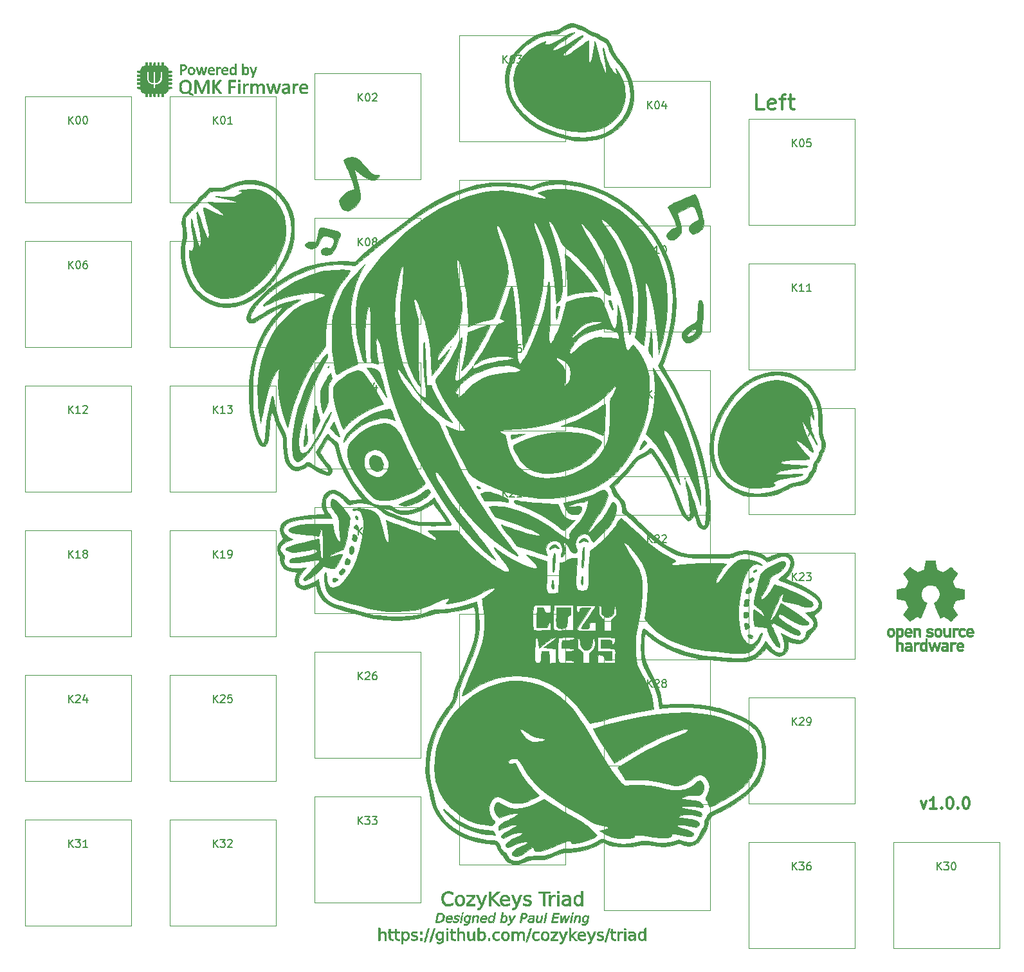
<source format=gto>
G04 #@! TF.GenerationSoftware,KiCad,Pcbnew,5.1.5+dfsg1-2build2*
G04 #@! TF.CreationDate,2020-05-17T17:42:05-07:00*
G04 #@! TF.ProjectId,triad_left,74726961-645f-46c6-9566-742e6b696361,rev?*
G04 #@! TF.SameCoordinates,Original*
G04 #@! TF.FileFunction,Legend,Top*
G04 #@! TF.FilePolarity,Positive*
%FSLAX46Y46*%
G04 Gerber Fmt 4.6, Leading zero omitted, Abs format (unit mm)*
G04 Created by KiCad (PCBNEW 5.1.5+dfsg1-2build2) date 2020-05-17 17:42:05*
%MOMM*%
%LPD*%
G04 APERTURE LIST*
%ADD10C,0.300000*%
%ADD11C,0.006500*%
%ADD12C,0.002500*%
%ADD13C,0.010000*%
%ADD14C,0.003000*%
%ADD15C,0.120000*%
%ADD16C,0.150000*%
G04 APERTURE END LIST*
D10*
X150285714Y-120678571D02*
X150642857Y-121678571D01*
X151000000Y-120678571D01*
X152357142Y-121678571D02*
X151500000Y-121678571D01*
X151928571Y-121678571D02*
X151928571Y-120178571D01*
X151785714Y-120392857D01*
X151642857Y-120535714D01*
X151500000Y-120607142D01*
X153000000Y-121535714D02*
X153071428Y-121607142D01*
X153000000Y-121678571D01*
X152928571Y-121607142D01*
X153000000Y-121535714D01*
X153000000Y-121678571D01*
X154000000Y-120178571D02*
X154142857Y-120178571D01*
X154285714Y-120250000D01*
X154357142Y-120321428D01*
X154428571Y-120464285D01*
X154500000Y-120750000D01*
X154500000Y-121107142D01*
X154428571Y-121392857D01*
X154357142Y-121535714D01*
X154285714Y-121607142D01*
X154142857Y-121678571D01*
X154000000Y-121678571D01*
X153857142Y-121607142D01*
X153785714Y-121535714D01*
X153714285Y-121392857D01*
X153642857Y-121107142D01*
X153642857Y-120750000D01*
X153714285Y-120464285D01*
X153785714Y-120321428D01*
X153857142Y-120250000D01*
X154000000Y-120178571D01*
X155142857Y-121535714D02*
X155214285Y-121607142D01*
X155142857Y-121678571D01*
X155071428Y-121607142D01*
X155142857Y-121535714D01*
X155142857Y-121678571D01*
X156142857Y-120178571D02*
X156285714Y-120178571D01*
X156428571Y-120250000D01*
X156500000Y-120321428D01*
X156571428Y-120464285D01*
X156642857Y-120750000D01*
X156642857Y-121107142D01*
X156571428Y-121392857D01*
X156500000Y-121535714D01*
X156428571Y-121607142D01*
X156285714Y-121678571D01*
X156142857Y-121678571D01*
X156000000Y-121607142D01*
X155928571Y-121535714D01*
X155857142Y-121392857D01*
X155785714Y-121107142D01*
X155785714Y-120750000D01*
X155857142Y-120464285D01*
X155928571Y-120321428D01*
X156000000Y-120250000D01*
X156142857Y-120178571D01*
X129606547Y-29606761D02*
X128654166Y-29606761D01*
X128654166Y-27606761D01*
X131035119Y-29511523D02*
X130844642Y-29606761D01*
X130463690Y-29606761D01*
X130273214Y-29511523D01*
X130177976Y-29321047D01*
X130177976Y-28559142D01*
X130273214Y-28368666D01*
X130463690Y-28273428D01*
X130844642Y-28273428D01*
X131035119Y-28368666D01*
X131130357Y-28559142D01*
X131130357Y-28749619D01*
X130177976Y-28940095D01*
X131701785Y-28273428D02*
X132463690Y-28273428D01*
X131987500Y-29606761D02*
X131987500Y-27892476D01*
X132082738Y-27702000D01*
X132273214Y-27606761D01*
X132463690Y-27606761D01*
X132844642Y-28273428D02*
X133606547Y-28273428D01*
X133130357Y-27606761D02*
X133130357Y-29321047D01*
X133225595Y-29511523D01*
X133416071Y-29606761D01*
X133606547Y-29606761D01*
D11*
G36*
X108681114Y-68514735D02*
G01*
X108691839Y-68820389D01*
X108693315Y-69266064D01*
X108686513Y-69799604D01*
X108672408Y-70368851D01*
X108651972Y-70921647D01*
X108626179Y-71405835D01*
X108597597Y-71754780D01*
X108537074Y-72142873D01*
X108459754Y-72413856D01*
X108396852Y-72499853D01*
X108230066Y-72459297D01*
X107920223Y-72332780D01*
X107601926Y-72181069D01*
X106599298Y-71777516D01*
X105444572Y-71508317D01*
X104117058Y-71366884D01*
X102894671Y-71297498D01*
X103703197Y-71024761D01*
X104924464Y-70545839D01*
X106182234Y-69933015D01*
X107360760Y-69243817D01*
X107590072Y-69092934D01*
X108024120Y-68803433D01*
X108376355Y-68573474D01*
X108601914Y-68432056D01*
X108660165Y-68401259D01*
X108681114Y-68514735D01*
G37*
X108681114Y-68514735D02*
X108691839Y-68820389D01*
X108693315Y-69266064D01*
X108686513Y-69799604D01*
X108672408Y-70368851D01*
X108651972Y-70921647D01*
X108626179Y-71405835D01*
X108597597Y-71754780D01*
X108537074Y-72142873D01*
X108459754Y-72413856D01*
X108396852Y-72499853D01*
X108230066Y-72459297D01*
X107920223Y-72332780D01*
X107601926Y-72181069D01*
X106599298Y-71777516D01*
X105444572Y-71508317D01*
X104117058Y-71366884D01*
X102894671Y-71297498D01*
X103703197Y-71024761D01*
X104924464Y-70545839D01*
X106182234Y-69933015D01*
X107360760Y-69243817D01*
X107590072Y-69092934D01*
X108024120Y-68803433D01*
X108376355Y-68573474D01*
X108601914Y-68432056D01*
X108660165Y-68401259D01*
X108681114Y-68514735D01*
G36*
X97271417Y-72679346D02*
G01*
X96862003Y-72855270D01*
X96552553Y-72985664D01*
X96399715Y-73046721D01*
X96393010Y-73048519D01*
X96340929Y-72949007D01*
X96286593Y-72794710D01*
X96239030Y-72578507D01*
X96247778Y-72504891D01*
X96380891Y-72477837D01*
X96694669Y-72439221D01*
X97125938Y-72396643D01*
X97206741Y-72389527D01*
X98123963Y-72310174D01*
X97271417Y-72679346D01*
G37*
X97271417Y-72679346D02*
X96862003Y-72855270D01*
X96552553Y-72985664D01*
X96399715Y-73046721D01*
X96393010Y-73048519D01*
X96340929Y-72949007D01*
X96286593Y-72794710D01*
X96239030Y-72578507D01*
X96247778Y-72504891D01*
X96380891Y-72477837D01*
X96694669Y-72439221D01*
X97125938Y-72396643D01*
X97206741Y-72389527D01*
X98123963Y-72310174D01*
X97271417Y-72679346D01*
G36*
X105010862Y-72170002D02*
G01*
X106119919Y-72370076D01*
X107087911Y-72680608D01*
X107878576Y-73098616D01*
X108023262Y-73203272D01*
X108143478Y-73310763D01*
X108177158Y-73427845D01*
X108112060Y-73613531D01*
X107935941Y-73926836D01*
X107839817Y-74087536D01*
X107196704Y-74943662D01*
X106360905Y-75721660D01*
X105380244Y-76387921D01*
X104302541Y-76908837D01*
X103419452Y-77194118D01*
X102407567Y-77395118D01*
X101412304Y-77492809D01*
X100513526Y-77481298D01*
X100143313Y-77435843D01*
X99170715Y-77158791D01*
X98328824Y-76676214D01*
X97852480Y-76255173D01*
X97553766Y-75893211D01*
X97243783Y-75429557D01*
X96958917Y-74930323D01*
X96735557Y-74461622D01*
X96610089Y-74089568D01*
X96595260Y-73970873D01*
X96707960Y-73802750D01*
X97022305Y-73590811D01*
X97502658Y-73350601D01*
X98113385Y-73097666D01*
X98818848Y-72847551D01*
X99583413Y-72615803D01*
X99889112Y-72533963D01*
X101199861Y-72262368D01*
X102514575Y-72113164D01*
X103796994Y-72083370D01*
X105010862Y-72170002D01*
G37*
X105010862Y-72170002D02*
X106119919Y-72370076D01*
X107087911Y-72680608D01*
X107878576Y-73098616D01*
X108023262Y-73203272D01*
X108143478Y-73310763D01*
X108177158Y-73427845D01*
X108112060Y-73613531D01*
X107935941Y-73926836D01*
X107839817Y-74087536D01*
X107196704Y-74943662D01*
X106360905Y-75721660D01*
X105380244Y-76387921D01*
X104302541Y-76908837D01*
X103419452Y-77194118D01*
X102407567Y-77395118D01*
X101412304Y-77492809D01*
X100513526Y-77481298D01*
X100143313Y-77435843D01*
X99170715Y-77158791D01*
X98328824Y-76676214D01*
X97852480Y-76255173D01*
X97553766Y-75893211D01*
X97243783Y-75429557D01*
X96958917Y-74930323D01*
X96735557Y-74461622D01*
X96610089Y-74089568D01*
X96595260Y-73970873D01*
X96707960Y-73802750D01*
X97022305Y-73590811D01*
X97502658Y-73350601D01*
X98113385Y-73097666D01*
X98818848Y-72847551D01*
X99583413Y-72615803D01*
X99889112Y-72533963D01*
X101199861Y-72262368D01*
X102514575Y-72113164D01*
X103796994Y-72083370D01*
X105010862Y-72170002D01*
G36*
X78782784Y-75233619D02*
G01*
X79127852Y-75511214D01*
X79368370Y-75899450D01*
X79477295Y-76337435D01*
X79427586Y-76764278D01*
X79229185Y-77084297D01*
X78868662Y-77298807D01*
X78469874Y-77280977D01*
X78062259Y-77033506D01*
X77996815Y-76971407D01*
X77733155Y-76585949D01*
X77623579Y-76156506D01*
X77656843Y-75740132D01*
X77821704Y-75393877D01*
X78106918Y-75174791D01*
X78360207Y-75127556D01*
X78782784Y-75233619D01*
G37*
X78782784Y-75233619D02*
X79127852Y-75511214D01*
X79368370Y-75899450D01*
X79477295Y-76337435D01*
X79427586Y-76764278D01*
X79229185Y-77084297D01*
X78868662Y-77298807D01*
X78469874Y-77280977D01*
X78062259Y-77033506D01*
X77996815Y-76971407D01*
X77733155Y-76585949D01*
X77623579Y-76156506D01*
X77656843Y-75740132D01*
X77821704Y-75393877D01*
X78106918Y-75174791D01*
X78360207Y-75127556D01*
X78782784Y-75233619D01*
G36*
X104154997Y-95713281D02*
G01*
X104157299Y-96032884D01*
X104073683Y-96190585D01*
X103940978Y-96247303D01*
X103797037Y-96317017D01*
X103720604Y-96471253D01*
X103691539Y-96772322D01*
X103688445Y-97028554D01*
X103672758Y-97457045D01*
X103613404Y-97707869D01*
X103491945Y-97846646D01*
X103451892Y-97870364D01*
X103031439Y-97988169D01*
X102608848Y-97937650D01*
X102422933Y-97842242D01*
X102325180Y-97736868D01*
X102266045Y-97562180D01*
X102239219Y-97268925D01*
X102238391Y-96807850D01*
X102246688Y-96466408D01*
X102282037Y-95245297D01*
X104116482Y-95245297D01*
X104154997Y-95713281D01*
G37*
X104154997Y-95713281D02*
X104157299Y-96032884D01*
X104073683Y-96190585D01*
X103940978Y-96247303D01*
X103797037Y-96317017D01*
X103720604Y-96471253D01*
X103691539Y-96772322D01*
X103688445Y-97028554D01*
X103672758Y-97457045D01*
X103613404Y-97707869D01*
X103491945Y-97846646D01*
X103451892Y-97870364D01*
X103031439Y-97988169D01*
X102608848Y-97937650D01*
X102422933Y-97842242D01*
X102325180Y-97736868D01*
X102266045Y-97562180D01*
X102239219Y-97268925D01*
X102238391Y-96807850D01*
X102246688Y-96466408D01*
X102282037Y-95245297D01*
X104116482Y-95245297D01*
X104154997Y-95713281D01*
G36*
X104666815Y-19518628D02*
G01*
X104572264Y-19616568D01*
X104334034Y-19785405D01*
X104208204Y-19864675D01*
X103830501Y-20107515D01*
X103387753Y-20411243D01*
X102923798Y-20743252D01*
X102482469Y-21070939D01*
X102107601Y-21361697D01*
X101843029Y-21582920D01*
X101732587Y-21702002D01*
X101731704Y-21706766D01*
X101826893Y-21819778D01*
X102096146Y-21799703D01*
X102514991Y-21656315D01*
X103058958Y-21399390D01*
X103703574Y-21038701D01*
X104240063Y-20704872D01*
X104744256Y-20383377D01*
X105176422Y-20117053D01*
X105494486Y-19931166D01*
X105656371Y-19850982D01*
X105664277Y-19849630D01*
X105755302Y-19881109D01*
X105723772Y-19986783D01*
X105553992Y-20183512D01*
X105230270Y-20488153D01*
X104736914Y-20917565D01*
X104422222Y-21183905D01*
X103942607Y-21594769D01*
X103538470Y-21955114D01*
X103243317Y-22233962D01*
X103090650Y-22400330D01*
X103076963Y-22427831D01*
X103180777Y-22515210D01*
X103354919Y-22540148D01*
X103656074Y-22456479D01*
X104108506Y-22214934D01*
X104689661Y-21829708D01*
X105376984Y-21314993D01*
X105659520Y-21089853D01*
X106022639Y-20810029D01*
X106311306Y-20613653D01*
X106476643Y-20533113D01*
X106494835Y-20536330D01*
X106517680Y-20678113D01*
X106529822Y-21013936D01*
X106530464Y-21493447D01*
X106518960Y-22061267D01*
X106509022Y-22727460D01*
X106523488Y-23203248D01*
X106561272Y-23468515D01*
X106597597Y-23518519D01*
X106738298Y-23419744D01*
X106801925Y-23304500D01*
X106897552Y-22982500D01*
X107006482Y-22509836D01*
X107111137Y-21977628D01*
X107193938Y-21476996D01*
X107237308Y-21099058D01*
X107239934Y-21034023D01*
X107244830Y-20644556D01*
X107407818Y-20950297D01*
X107505339Y-21194156D01*
X107639752Y-21610787D01*
X107790975Y-22135095D01*
X107898331Y-22540148D01*
X108066070Y-23147415D01*
X108251145Y-23737505D01*
X108425932Y-24225529D01*
X108515180Y-24435741D01*
X108804503Y-25047222D01*
X108814696Y-24531799D01*
X108795410Y-24188194D01*
X108735239Y-23686234D01*
X108644798Y-23106674D01*
X108582583Y-22766409D01*
X108470475Y-22149738D01*
X108409275Y-21728097D01*
X108398108Y-21510651D01*
X108436096Y-21506567D01*
X108522367Y-21725010D01*
X108643387Y-22129540D01*
X108827645Y-22777724D01*
X108971883Y-23243885D01*
X109097300Y-23582809D01*
X109225092Y-23849281D01*
X109376453Y-24098087D01*
X109443729Y-24198182D01*
X109758061Y-24618286D01*
X110010073Y-24879677D01*
X110180256Y-24973075D01*
X110249101Y-24889198D01*
X110197097Y-24618766D01*
X110171546Y-24544424D01*
X110043803Y-24191148D01*
X110290496Y-24496889D01*
X110655773Y-25065592D01*
X110979110Y-25784195D01*
X111220545Y-26558015D01*
X111282660Y-26847701D01*
X111344469Y-27833632D01*
X111182084Y-28811597D01*
X110814188Y-29744669D01*
X110259459Y-30595924D01*
X109536578Y-31328437D01*
X108745978Y-31862000D01*
X107837107Y-32235811D01*
X106780885Y-32468969D01*
X105634171Y-32555441D01*
X104453824Y-32489198D01*
X103810741Y-32385452D01*
X102395936Y-32015619D01*
X101099739Y-31507787D01*
X99937556Y-30877391D01*
X98924792Y-30139866D01*
X98076853Y-29310648D01*
X97409145Y-28405171D01*
X96937075Y-27438871D01*
X96676047Y-26427184D01*
X96641467Y-25385545D01*
X96657781Y-25218831D01*
X96887317Y-24264098D01*
X97335244Y-23343974D01*
X97975380Y-22489503D01*
X98781552Y-21731728D01*
X99727581Y-21101692D01*
X100404647Y-20775559D01*
X100688279Y-20665393D01*
X100802736Y-20660951D01*
X100803083Y-20770277D01*
X100787846Y-20831528D01*
X100790670Y-21015676D01*
X100971575Y-21071820D01*
X101014236Y-21072496D01*
X101311298Y-21011207D01*
X101751180Y-20846974D01*
X102270911Y-20609043D01*
X102807516Y-20326662D01*
X103298023Y-20029075D01*
X103380101Y-19973717D01*
X103722081Y-19770625D01*
X104083326Y-19604769D01*
X104401452Y-19498211D01*
X104614072Y-19473017D01*
X104666815Y-19518628D01*
G37*
X104666815Y-19518628D02*
X104572264Y-19616568D01*
X104334034Y-19785405D01*
X104208204Y-19864675D01*
X103830501Y-20107515D01*
X103387753Y-20411243D01*
X102923798Y-20743252D01*
X102482469Y-21070939D01*
X102107601Y-21361697D01*
X101843029Y-21582920D01*
X101732587Y-21702002D01*
X101731704Y-21706766D01*
X101826893Y-21819778D01*
X102096146Y-21799703D01*
X102514991Y-21656315D01*
X103058958Y-21399390D01*
X103703574Y-21038701D01*
X104240063Y-20704872D01*
X104744256Y-20383377D01*
X105176422Y-20117053D01*
X105494486Y-19931166D01*
X105656371Y-19850982D01*
X105664277Y-19849630D01*
X105755302Y-19881109D01*
X105723772Y-19986783D01*
X105553992Y-20183512D01*
X105230270Y-20488153D01*
X104736914Y-20917565D01*
X104422222Y-21183905D01*
X103942607Y-21594769D01*
X103538470Y-21955114D01*
X103243317Y-22233962D01*
X103090650Y-22400330D01*
X103076963Y-22427831D01*
X103180777Y-22515210D01*
X103354919Y-22540148D01*
X103656074Y-22456479D01*
X104108506Y-22214934D01*
X104689661Y-21829708D01*
X105376984Y-21314993D01*
X105659520Y-21089853D01*
X106022639Y-20810029D01*
X106311306Y-20613653D01*
X106476643Y-20533113D01*
X106494835Y-20536330D01*
X106517680Y-20678113D01*
X106529822Y-21013936D01*
X106530464Y-21493447D01*
X106518960Y-22061267D01*
X106509022Y-22727460D01*
X106523488Y-23203248D01*
X106561272Y-23468515D01*
X106597597Y-23518519D01*
X106738298Y-23419744D01*
X106801925Y-23304500D01*
X106897552Y-22982500D01*
X107006482Y-22509836D01*
X107111137Y-21977628D01*
X107193938Y-21476996D01*
X107237308Y-21099058D01*
X107239934Y-21034023D01*
X107244830Y-20644556D01*
X107407818Y-20950297D01*
X107505339Y-21194156D01*
X107639752Y-21610787D01*
X107790975Y-22135095D01*
X107898331Y-22540148D01*
X108066070Y-23147415D01*
X108251145Y-23737505D01*
X108425932Y-24225529D01*
X108515180Y-24435741D01*
X108804503Y-25047222D01*
X108814696Y-24531799D01*
X108795410Y-24188194D01*
X108735239Y-23686234D01*
X108644798Y-23106674D01*
X108582583Y-22766409D01*
X108470475Y-22149738D01*
X108409275Y-21728097D01*
X108398108Y-21510651D01*
X108436096Y-21506567D01*
X108522367Y-21725010D01*
X108643387Y-22129540D01*
X108827645Y-22777724D01*
X108971883Y-23243885D01*
X109097300Y-23582809D01*
X109225092Y-23849281D01*
X109376453Y-24098087D01*
X109443729Y-24198182D01*
X109758061Y-24618286D01*
X110010073Y-24879677D01*
X110180256Y-24973075D01*
X110249101Y-24889198D01*
X110197097Y-24618766D01*
X110171546Y-24544424D01*
X110043803Y-24191148D01*
X110290496Y-24496889D01*
X110655773Y-25065592D01*
X110979110Y-25784195D01*
X111220545Y-26558015D01*
X111282660Y-26847701D01*
X111344469Y-27833632D01*
X111182084Y-28811597D01*
X110814188Y-29744669D01*
X110259459Y-30595924D01*
X109536578Y-31328437D01*
X108745978Y-31862000D01*
X107837107Y-32235811D01*
X106780885Y-32468969D01*
X105634171Y-32555441D01*
X104453824Y-32489198D01*
X103810741Y-32385452D01*
X102395936Y-32015619D01*
X101099739Y-31507787D01*
X99937556Y-30877391D01*
X98924792Y-30139866D01*
X98076853Y-29310648D01*
X97409145Y-28405171D01*
X96937075Y-27438871D01*
X96676047Y-26427184D01*
X96641467Y-25385545D01*
X96657781Y-25218831D01*
X96887317Y-24264098D01*
X97335244Y-23343974D01*
X97975380Y-22489503D01*
X98781552Y-21731728D01*
X99727581Y-21101692D01*
X100404647Y-20775559D01*
X100688279Y-20665393D01*
X100802736Y-20660951D01*
X100803083Y-20770277D01*
X100787846Y-20831528D01*
X100790670Y-21015676D01*
X100971575Y-21071820D01*
X101014236Y-21072496D01*
X101311298Y-21011207D01*
X101751180Y-20846974D01*
X102270911Y-20609043D01*
X102807516Y-20326662D01*
X103298023Y-20029075D01*
X103380101Y-19973717D01*
X103722081Y-19770625D01*
X104083326Y-19604769D01*
X104401452Y-19498211D01*
X104614072Y-19473017D01*
X104666815Y-19518628D01*
G36*
X62563429Y-40118255D02*
G01*
X62994515Y-40168277D01*
X63375240Y-40276222D01*
X63724225Y-40423263D01*
X64618209Y-40965586D01*
X65384785Y-41695513D01*
X65993430Y-42576063D01*
X66413616Y-43570257D01*
X66462073Y-43740234D01*
X66573419Y-44378663D01*
X66622101Y-45156344D01*
X66608588Y-45976226D01*
X66533353Y-46741258D01*
X66445359Y-47187732D01*
X66055654Y-48345092D01*
X65496962Y-49495161D01*
X64798811Y-50603143D01*
X63990729Y-51634242D01*
X63102244Y-52553661D01*
X62162886Y-53326604D01*
X61202182Y-53918273D01*
X60472180Y-54226547D01*
X59604309Y-54441906D01*
X58763608Y-54516130D01*
X58104910Y-54456397D01*
X57317627Y-54218824D01*
X56540794Y-53851726D01*
X56056943Y-53536185D01*
X55501263Y-52984715D01*
X54997508Y-52238447D01*
X54567498Y-51345316D01*
X54233055Y-50353257D01*
X54015996Y-49310207D01*
X53973468Y-48959149D01*
X53932743Y-48499446D01*
X53927158Y-48242631D01*
X53961992Y-48148829D01*
X54042521Y-48178166D01*
X54073587Y-48202693D01*
X54239113Y-48288229D01*
X54364482Y-48169605D01*
X54394509Y-48116011D01*
X54502900Y-47718167D01*
X54507389Y-47118249D01*
X54407782Y-46308229D01*
X54341910Y-45940073D01*
X54257592Y-45430154D01*
X54196976Y-44928562D01*
X54163010Y-44485253D01*
X54158644Y-44150183D01*
X54186827Y-43973309D01*
X54225504Y-43968294D01*
X54278512Y-44108446D01*
X54369415Y-44434985D01*
X54484264Y-44895261D01*
X54579261Y-45303362D01*
X54786381Y-46197692D01*
X54954127Y-46864507D01*
X55088754Y-47316587D01*
X55196519Y-47566714D01*
X55283679Y-47627670D01*
X55356492Y-47512237D01*
X55421212Y-47233197D01*
X55446711Y-47075473D01*
X55461562Y-46664740D01*
X55403167Y-46086616D01*
X55268352Y-45313648D01*
X55209612Y-45025715D01*
X55059040Y-44291400D01*
X54960540Y-43763706D01*
X54910642Y-43411048D01*
X54905880Y-43201845D01*
X54942784Y-43104513D01*
X54996606Y-43085926D01*
X55071527Y-43195492D01*
X55199990Y-43494385D01*
X55364446Y-43937900D01*
X55547345Y-44481330D01*
X55560689Y-44522908D01*
X55756018Y-45115677D01*
X55944100Y-45655169D01*
X56103022Y-46080375D01*
X56207643Y-46324087D01*
X56338184Y-46560931D01*
X56412549Y-46596033D01*
X56484405Y-46446193D01*
X56496206Y-46414425D01*
X56537221Y-46125579D01*
X56498969Y-45676439D01*
X56378174Y-45047915D01*
X56171558Y-44220922D01*
X56034498Y-43725108D01*
X55903261Y-43232634D01*
X55812375Y-42833445D01*
X55773397Y-42581937D01*
X55779483Y-42524789D01*
X55909087Y-42548833D01*
X56205714Y-42666526D01*
X56620215Y-42857078D01*
X56942725Y-43016848D01*
X57578644Y-43326063D01*
X58026413Y-43508224D01*
X58303646Y-43568509D01*
X58427958Y-43512098D01*
X58438815Y-43456777D01*
X58344763Y-43327072D01*
X58096933Y-43104074D01*
X57746810Y-42827498D01*
X57345883Y-42537059D01*
X56945637Y-42272475D01*
X56757241Y-42159647D01*
X56452710Y-41951732D01*
X56380795Y-41816016D01*
X56538551Y-41761412D01*
X56879537Y-41789777D01*
X57330174Y-41846097D01*
X57874782Y-41892800D01*
X58466206Y-41928574D01*
X59057289Y-41952111D01*
X59600873Y-41962101D01*
X60049804Y-41957233D01*
X60356924Y-41936197D01*
X60475078Y-41897683D01*
X60473174Y-41889613D01*
X60316862Y-41803672D01*
X59949365Y-41683130D01*
X59400389Y-41535773D01*
X58699639Y-41369390D01*
X57876823Y-41191769D01*
X57582741Y-41131849D01*
X57408743Y-41087161D01*
X57447070Y-41064027D01*
X57707298Y-41061940D01*
X58198999Y-41080392D01*
X58383323Y-41089364D01*
X59001546Y-41115145D01*
X59442546Y-41114450D01*
X59772910Y-41080403D01*
X60059220Y-41006131D01*
X60368063Y-40884759D01*
X60368987Y-40884362D01*
X60749265Y-40690159D01*
X60914327Y-40534073D01*
X60858206Y-40428807D01*
X60602356Y-40387656D01*
X60428383Y-40374195D01*
X60464644Y-40327351D01*
X60640148Y-40247969D01*
X60903035Y-40185656D01*
X61330051Y-40137198D01*
X61840794Y-40110919D01*
X61985408Y-40108686D01*
X62563429Y-40118255D01*
G37*
X62563429Y-40118255D02*
X62994515Y-40168277D01*
X63375240Y-40276222D01*
X63724225Y-40423263D01*
X64618209Y-40965586D01*
X65384785Y-41695513D01*
X65993430Y-42576063D01*
X66413616Y-43570257D01*
X66462073Y-43740234D01*
X66573419Y-44378663D01*
X66622101Y-45156344D01*
X66608588Y-45976226D01*
X66533353Y-46741258D01*
X66445359Y-47187732D01*
X66055654Y-48345092D01*
X65496962Y-49495161D01*
X64798811Y-50603143D01*
X63990729Y-51634242D01*
X63102244Y-52553661D01*
X62162886Y-53326604D01*
X61202182Y-53918273D01*
X60472180Y-54226547D01*
X59604309Y-54441906D01*
X58763608Y-54516130D01*
X58104910Y-54456397D01*
X57317627Y-54218824D01*
X56540794Y-53851726D01*
X56056943Y-53536185D01*
X55501263Y-52984715D01*
X54997508Y-52238447D01*
X54567498Y-51345316D01*
X54233055Y-50353257D01*
X54015996Y-49310207D01*
X53973468Y-48959149D01*
X53932743Y-48499446D01*
X53927158Y-48242631D01*
X53961992Y-48148829D01*
X54042521Y-48178166D01*
X54073587Y-48202693D01*
X54239113Y-48288229D01*
X54364482Y-48169605D01*
X54394509Y-48116011D01*
X54502900Y-47718167D01*
X54507389Y-47118249D01*
X54407782Y-46308229D01*
X54341910Y-45940073D01*
X54257592Y-45430154D01*
X54196976Y-44928562D01*
X54163010Y-44485253D01*
X54158644Y-44150183D01*
X54186827Y-43973309D01*
X54225504Y-43968294D01*
X54278512Y-44108446D01*
X54369415Y-44434985D01*
X54484264Y-44895261D01*
X54579261Y-45303362D01*
X54786381Y-46197692D01*
X54954127Y-46864507D01*
X55088754Y-47316587D01*
X55196519Y-47566714D01*
X55283679Y-47627670D01*
X55356492Y-47512237D01*
X55421212Y-47233197D01*
X55446711Y-47075473D01*
X55461562Y-46664740D01*
X55403167Y-46086616D01*
X55268352Y-45313648D01*
X55209612Y-45025715D01*
X55059040Y-44291400D01*
X54960540Y-43763706D01*
X54910642Y-43411048D01*
X54905880Y-43201845D01*
X54942784Y-43104513D01*
X54996606Y-43085926D01*
X55071527Y-43195492D01*
X55199990Y-43494385D01*
X55364446Y-43937900D01*
X55547345Y-44481330D01*
X55560689Y-44522908D01*
X55756018Y-45115677D01*
X55944100Y-45655169D01*
X56103022Y-46080375D01*
X56207643Y-46324087D01*
X56338184Y-46560931D01*
X56412549Y-46596033D01*
X56484405Y-46446193D01*
X56496206Y-46414425D01*
X56537221Y-46125579D01*
X56498969Y-45676439D01*
X56378174Y-45047915D01*
X56171558Y-44220922D01*
X56034498Y-43725108D01*
X55903261Y-43232634D01*
X55812375Y-42833445D01*
X55773397Y-42581937D01*
X55779483Y-42524789D01*
X55909087Y-42548833D01*
X56205714Y-42666526D01*
X56620215Y-42857078D01*
X56942725Y-43016848D01*
X57578644Y-43326063D01*
X58026413Y-43508224D01*
X58303646Y-43568509D01*
X58427958Y-43512098D01*
X58438815Y-43456777D01*
X58344763Y-43327072D01*
X58096933Y-43104074D01*
X57746810Y-42827498D01*
X57345883Y-42537059D01*
X56945637Y-42272475D01*
X56757241Y-42159647D01*
X56452710Y-41951732D01*
X56380795Y-41816016D01*
X56538551Y-41761412D01*
X56879537Y-41789777D01*
X57330174Y-41846097D01*
X57874782Y-41892800D01*
X58466206Y-41928574D01*
X59057289Y-41952111D01*
X59600873Y-41962101D01*
X60049804Y-41957233D01*
X60356924Y-41936197D01*
X60475078Y-41897683D01*
X60473174Y-41889613D01*
X60316862Y-41803672D01*
X59949365Y-41683130D01*
X59400389Y-41535773D01*
X58699639Y-41369390D01*
X57876823Y-41191769D01*
X57582741Y-41131849D01*
X57408743Y-41087161D01*
X57447070Y-41064027D01*
X57707298Y-41061940D01*
X58198999Y-41080392D01*
X58383323Y-41089364D01*
X59001546Y-41115145D01*
X59442546Y-41114450D01*
X59772910Y-41080403D01*
X60059220Y-41006131D01*
X60368063Y-40884759D01*
X60368987Y-40884362D01*
X60749265Y-40690159D01*
X60914327Y-40534073D01*
X60858206Y-40428807D01*
X60602356Y-40387656D01*
X60428383Y-40374195D01*
X60464644Y-40327351D01*
X60640148Y-40247969D01*
X60903035Y-40185656D01*
X61330051Y-40137198D01*
X61840794Y-40110919D01*
X61985408Y-40108686D01*
X62563429Y-40118255D01*
G36*
X132067860Y-65345062D02*
G01*
X133126819Y-65652532D01*
X134051948Y-66156910D01*
X134827152Y-66840711D01*
X135436334Y-67686451D01*
X135863399Y-68676646D01*
X136082299Y-69705835D01*
X136124599Y-70103357D01*
X136143715Y-70382757D01*
X136136600Y-70480297D01*
X136069458Y-70379986D01*
X135955008Y-70133489D01*
X135933808Y-70082834D01*
X135769952Y-69685371D01*
X135682239Y-70260496D01*
X135640669Y-70780970D01*
X135691193Y-71296376D01*
X135847239Y-71873110D01*
X136122236Y-72577569D01*
X136175925Y-72701442D01*
X136415051Y-73268469D01*
X136543992Y-73620730D01*
X136566558Y-73759865D01*
X136486558Y-73687514D01*
X136307801Y-73405314D01*
X136034096Y-72914906D01*
X135845672Y-72559334D01*
X135484668Y-71892865D01*
X135169972Y-71359811D01*
X134915185Y-70979669D01*
X134733907Y-70771937D01*
X134639741Y-70756113D01*
X134629408Y-70815735D01*
X134680511Y-71084702D01*
X134826413Y-71543489D01*
X135056003Y-72161441D01*
X135358171Y-72907905D01*
X135558116Y-73377971D01*
X135775828Y-73893716D01*
X135951384Y-74332530D01*
X136064661Y-74642605D01*
X136096963Y-74765138D01*
X136015659Y-74760051D01*
X135801151Y-74616594D01*
X135497542Y-74364881D01*
X135454908Y-74326751D01*
X134965578Y-73906995D01*
X134519281Y-73563512D01*
X134152472Y-73321101D01*
X133901610Y-73204564D01*
X133814724Y-73210956D01*
X133844269Y-73340455D01*
X134003558Y-73603306D01*
X134256995Y-73952616D01*
X134568980Y-74341495D01*
X134903916Y-74723051D01*
X135171864Y-74998676D01*
X135450124Y-75283720D01*
X135585327Y-75484791D01*
X135557875Y-75616397D01*
X135348167Y-75693046D01*
X134936605Y-75729247D01*
X134303587Y-75739510D01*
X134170797Y-75739719D01*
X133274997Y-75761107D01*
X132583282Y-75823069D01*
X132106355Y-75923722D01*
X131854917Y-76061179D01*
X131816593Y-76154378D01*
X131932077Y-76231542D01*
X132251284Y-76304862D01*
X132733345Y-76369960D01*
X133337390Y-76422455D01*
X134022550Y-76457967D01*
X134747955Y-76472116D01*
X134782278Y-76472182D01*
X135120954Y-76494595D01*
X135330310Y-76550902D01*
X135363185Y-76589570D01*
X135320373Y-76658907D01*
X135171716Y-76719885D01*
X134886883Y-76777875D01*
X134435544Y-76838248D01*
X133787369Y-76906376D01*
X133329784Y-76949670D01*
X132471298Y-77060729D01*
X131842464Y-77215196D01*
X131587062Y-77321205D01*
X131288031Y-77488982D01*
X131107263Y-77619772D01*
X131082815Y-77656071D01*
X131198114Y-77678121D01*
X131516551Y-77688681D01*
X131996938Y-77687640D01*
X132598083Y-77674889D01*
X133008982Y-77661219D01*
X133730655Y-77636454D01*
X134234728Y-77626291D01*
X134547840Y-77632181D01*
X134696629Y-77655579D01*
X134707733Y-77697936D01*
X134629408Y-77749623D01*
X134377811Y-77832952D01*
X133953146Y-77924629D01*
X133425912Y-78010653D01*
X133110100Y-78051375D01*
X132431333Y-78154151D01*
X131823224Y-78290870D01*
X131327547Y-78447959D01*
X130986072Y-78611844D01*
X130840575Y-78768952D01*
X130838222Y-78789568D01*
X130927192Y-78913836D01*
X130960519Y-78918741D01*
X131079365Y-79001130D01*
X131082815Y-79026519D01*
X130968758Y-79152317D01*
X130659022Y-79262412D01*
X130202260Y-79352375D01*
X129647129Y-79417771D01*
X129042281Y-79454167D01*
X128436369Y-79457131D01*
X127878050Y-79422231D01*
X127463065Y-79356298D01*
X126437320Y-79024339D01*
X125569772Y-78524239D01*
X124926450Y-77948671D01*
X124258413Y-77063422D01*
X123806890Y-76074552D01*
X123572349Y-74993111D01*
X123555259Y-73830151D01*
X123756088Y-72596724D01*
X124175304Y-71303879D01*
X124604738Y-70358000D01*
X125331395Y-69108324D01*
X126159964Y-68011405D01*
X127071037Y-67080280D01*
X128045202Y-66327986D01*
X129063052Y-65767560D01*
X130105177Y-65412039D01*
X131152167Y-65274461D01*
X132067860Y-65345062D01*
G37*
X132067860Y-65345062D02*
X133126819Y-65652532D01*
X134051948Y-66156910D01*
X134827152Y-66840711D01*
X135436334Y-67686451D01*
X135863399Y-68676646D01*
X136082299Y-69705835D01*
X136124599Y-70103357D01*
X136143715Y-70382757D01*
X136136600Y-70480297D01*
X136069458Y-70379986D01*
X135955008Y-70133489D01*
X135933808Y-70082834D01*
X135769952Y-69685371D01*
X135682239Y-70260496D01*
X135640669Y-70780970D01*
X135691193Y-71296376D01*
X135847239Y-71873110D01*
X136122236Y-72577569D01*
X136175925Y-72701442D01*
X136415051Y-73268469D01*
X136543992Y-73620730D01*
X136566558Y-73759865D01*
X136486558Y-73687514D01*
X136307801Y-73405314D01*
X136034096Y-72914906D01*
X135845672Y-72559334D01*
X135484668Y-71892865D01*
X135169972Y-71359811D01*
X134915185Y-70979669D01*
X134733907Y-70771937D01*
X134639741Y-70756113D01*
X134629408Y-70815735D01*
X134680511Y-71084702D01*
X134826413Y-71543489D01*
X135056003Y-72161441D01*
X135358171Y-72907905D01*
X135558116Y-73377971D01*
X135775828Y-73893716D01*
X135951384Y-74332530D01*
X136064661Y-74642605D01*
X136096963Y-74765138D01*
X136015659Y-74760051D01*
X135801151Y-74616594D01*
X135497542Y-74364881D01*
X135454908Y-74326751D01*
X134965578Y-73906995D01*
X134519281Y-73563512D01*
X134152472Y-73321101D01*
X133901610Y-73204564D01*
X133814724Y-73210956D01*
X133844269Y-73340455D01*
X134003558Y-73603306D01*
X134256995Y-73952616D01*
X134568980Y-74341495D01*
X134903916Y-74723051D01*
X135171864Y-74998676D01*
X135450124Y-75283720D01*
X135585327Y-75484791D01*
X135557875Y-75616397D01*
X135348167Y-75693046D01*
X134936605Y-75729247D01*
X134303587Y-75739510D01*
X134170797Y-75739719D01*
X133274997Y-75761107D01*
X132583282Y-75823069D01*
X132106355Y-75923722D01*
X131854917Y-76061179D01*
X131816593Y-76154378D01*
X131932077Y-76231542D01*
X132251284Y-76304862D01*
X132733345Y-76369960D01*
X133337390Y-76422455D01*
X134022550Y-76457967D01*
X134747955Y-76472116D01*
X134782278Y-76472182D01*
X135120954Y-76494595D01*
X135330310Y-76550902D01*
X135363185Y-76589570D01*
X135320373Y-76658907D01*
X135171716Y-76719885D01*
X134886883Y-76777875D01*
X134435544Y-76838248D01*
X133787369Y-76906376D01*
X133329784Y-76949670D01*
X132471298Y-77060729D01*
X131842464Y-77215196D01*
X131587062Y-77321205D01*
X131288031Y-77488982D01*
X131107263Y-77619772D01*
X131082815Y-77656071D01*
X131198114Y-77678121D01*
X131516551Y-77688681D01*
X131996938Y-77687640D01*
X132598083Y-77674889D01*
X133008982Y-77661219D01*
X133730655Y-77636454D01*
X134234728Y-77626291D01*
X134547840Y-77632181D01*
X134696629Y-77655579D01*
X134707733Y-77697936D01*
X134629408Y-77749623D01*
X134377811Y-77832952D01*
X133953146Y-77924629D01*
X133425912Y-78010653D01*
X133110100Y-78051375D01*
X132431333Y-78154151D01*
X131823224Y-78290870D01*
X131327547Y-78447959D01*
X130986072Y-78611844D01*
X130840575Y-78768952D01*
X130838222Y-78789568D01*
X130927192Y-78913836D01*
X130960519Y-78918741D01*
X131079365Y-79001130D01*
X131082815Y-79026519D01*
X130968758Y-79152317D01*
X130659022Y-79262412D01*
X130202260Y-79352375D01*
X129647129Y-79417771D01*
X129042281Y-79454167D01*
X128436369Y-79457131D01*
X127878050Y-79422231D01*
X127463065Y-79356298D01*
X126437320Y-79024339D01*
X125569772Y-78524239D01*
X124926450Y-77948671D01*
X124258413Y-77063422D01*
X123806890Y-76074552D01*
X123572349Y-74993111D01*
X123555259Y-73830151D01*
X123756088Y-72596724D01*
X124175304Y-71303879D01*
X124604738Y-70358000D01*
X125331395Y-69108324D01*
X126159964Y-68011405D01*
X127071037Y-67080280D01*
X128045202Y-66327986D01*
X129063052Y-65767560D01*
X130105177Y-65412039D01*
X131152167Y-65274461D01*
X132067860Y-65345062D01*
G36*
X103490952Y-48740513D02*
G01*
X103724556Y-48926453D01*
X104104435Y-49258194D01*
X104179796Y-49324957D01*
X104943273Y-50060765D01*
X105743920Y-50934789D01*
X106511242Y-51865625D01*
X107174741Y-52771870D01*
X107209846Y-52823887D01*
X107712733Y-53573069D01*
X106342645Y-53631465D01*
X105526904Y-53686302D01*
X104899053Y-53777348D01*
X104403964Y-53913072D01*
X104330500Y-53940626D01*
X103688445Y-54191390D01*
X103687521Y-52521566D01*
X103664089Y-51353784D01*
X103589942Y-50338254D01*
X103457192Y-49386409D01*
X103364849Y-48899236D01*
X103341392Y-48742729D01*
X103373329Y-48684546D01*
X103490952Y-48740513D01*
G37*
X103490952Y-48740513D02*
X103724556Y-48926453D01*
X104104435Y-49258194D01*
X104179796Y-49324957D01*
X104943273Y-50060765D01*
X105743920Y-50934789D01*
X106511242Y-51865625D01*
X107174741Y-52771870D01*
X107209846Y-52823887D01*
X107712733Y-53573069D01*
X106342645Y-53631465D01*
X105526904Y-53686302D01*
X104899053Y-53777348D01*
X104403964Y-53913072D01*
X104330500Y-53940626D01*
X103688445Y-54191390D01*
X103687521Y-52521566D01*
X103664089Y-51353784D01*
X103589942Y-50338254D01*
X103457192Y-49386409D01*
X103364849Y-48899236D01*
X103341392Y-48742729D01*
X103373329Y-48684546D01*
X103490952Y-48740513D01*
G36*
X109248701Y-54739821D02*
G01*
X109351849Y-54773176D01*
X109470043Y-54921135D01*
X109581379Y-55213957D01*
X109662414Y-55556074D01*
X109689701Y-55851917D01*
X109652029Y-55996737D01*
X109581259Y-55925834D01*
X109458358Y-55682073D01*
X109346083Y-55410180D01*
X109216341Y-55054506D01*
X109138583Y-54806318D01*
X109127653Y-54731770D01*
X109248701Y-54739821D01*
G37*
X109248701Y-54739821D02*
X109351849Y-54773176D01*
X109470043Y-54921135D01*
X109581379Y-55213957D01*
X109662414Y-55556074D01*
X109689701Y-55851917D01*
X109652029Y-55996737D01*
X109581259Y-55925834D01*
X109458358Y-55682073D01*
X109346083Y-55410180D01*
X109216341Y-55054506D01*
X109138583Y-54806318D01*
X109127653Y-54731770D01*
X109248701Y-54739821D01*
G36*
X102675081Y-55484389D02*
G01*
X102670791Y-55615010D01*
X102619527Y-55908174D01*
X102538185Y-56290316D01*
X102443658Y-56687875D01*
X102352839Y-57027284D01*
X102282624Y-57234981D01*
X102266829Y-57262105D01*
X102244398Y-57176350D01*
X102228039Y-56902877D01*
X102220963Y-56498543D01*
X102220889Y-56449689D01*
X102232730Y-55972854D01*
X102275595Y-55688259D01*
X102360492Y-55544371D01*
X102421837Y-55509206D01*
X102619273Y-55468545D01*
X102675081Y-55484389D01*
G37*
X102675081Y-55484389D02*
X102670791Y-55615010D01*
X102619527Y-55908174D01*
X102538185Y-56290316D01*
X102443658Y-56687875D01*
X102352839Y-57027284D01*
X102282624Y-57234981D01*
X102266829Y-57262105D01*
X102244398Y-57176350D01*
X102228039Y-56902877D01*
X102220963Y-56498543D01*
X102220889Y-56449689D01*
X102232730Y-55972854D01*
X102275595Y-55688259D01*
X102360492Y-55544371D01*
X102421837Y-55509206D01*
X102619273Y-55468545D01*
X102675081Y-55484389D01*
G36*
X88401408Y-60880037D02*
G01*
X88340260Y-60941185D01*
X88279111Y-60880037D01*
X88340260Y-60818889D01*
X88401408Y-60880037D01*
G37*
X88401408Y-60880037D02*
X88340260Y-60941185D01*
X88279111Y-60880037D01*
X88340260Y-60818889D01*
X88401408Y-60880037D01*
G36*
X114846618Y-59473630D02*
G01*
X114892754Y-60096146D01*
X114915260Y-60796250D01*
X114911226Y-61336196D01*
X114878556Y-62281539D01*
X114612035Y-61886529D01*
X114501108Y-61714007D01*
X114432431Y-61555608D01*
X114404236Y-61360309D01*
X114414751Y-61077088D01*
X114462208Y-60654924D01*
X114544836Y-60042795D01*
X114547428Y-60023963D01*
X114749340Y-58556408D01*
X114846618Y-59473630D01*
G37*
X114846618Y-59473630D02*
X114892754Y-60096146D01*
X114915260Y-60796250D01*
X114911226Y-61336196D01*
X114878556Y-62281539D01*
X114612035Y-61886529D01*
X114501108Y-61714007D01*
X114432431Y-61555608D01*
X114404236Y-61360309D01*
X114414751Y-61077088D01*
X114462208Y-60654924D01*
X114544836Y-60042795D01*
X114547428Y-60023963D01*
X114749340Y-58556408D01*
X114846618Y-59473630D01*
G36*
X72342224Y-63466109D02*
G01*
X72319445Y-63509408D01*
X72204216Y-63626201D01*
X72182714Y-63631704D01*
X72174369Y-63552707D01*
X72197148Y-63509408D01*
X72312378Y-63392614D01*
X72333879Y-63387111D01*
X72342224Y-63466109D01*
G37*
X72342224Y-63466109D02*
X72319445Y-63509408D01*
X72204216Y-63626201D01*
X72182714Y-63631704D01*
X72174369Y-63552707D01*
X72197148Y-63509408D01*
X72312378Y-63392614D01*
X72333879Y-63387111D01*
X72342224Y-63466109D01*
G36*
X93502749Y-58052503D02*
G01*
X93478690Y-58185394D01*
X93352666Y-58489370D01*
X93145509Y-58923983D01*
X92878047Y-59448780D01*
X92571110Y-60023312D01*
X92245528Y-60607128D01*
X91922131Y-61159780D01*
X91797775Y-61363496D01*
X91458623Y-61891521D01*
X91099492Y-62417686D01*
X90742992Y-62913129D01*
X90411735Y-63348984D01*
X90128332Y-63696391D01*
X89915394Y-63926487D01*
X89795533Y-64010408D01*
X89788537Y-63928235D01*
X89869534Y-63608265D01*
X89977193Y-63107350D01*
X90100318Y-62486191D01*
X90227712Y-61805487D01*
X90348180Y-61125940D01*
X90450525Y-60508249D01*
X90523550Y-60013114D01*
X90547095Y-59815682D01*
X90630007Y-58995919D01*
X91503022Y-58634445D01*
X92113640Y-58396060D01*
X92663796Y-58207977D01*
X93109387Y-58083031D01*
X93406310Y-58034058D01*
X93502749Y-58052503D01*
G37*
X93502749Y-58052503D02*
X93478690Y-58185394D01*
X93352666Y-58489370D01*
X93145509Y-58923983D01*
X92878047Y-59448780D01*
X92571110Y-60023312D01*
X92245528Y-60607128D01*
X91922131Y-61159780D01*
X91797775Y-61363496D01*
X91458623Y-61891521D01*
X91099492Y-62417686D01*
X90742992Y-62913129D01*
X90411735Y-63348984D01*
X90128332Y-63696391D01*
X89915394Y-63926487D01*
X89795533Y-64010408D01*
X89788537Y-63928235D01*
X89869534Y-63608265D01*
X89977193Y-63107350D01*
X90100318Y-62486191D01*
X90227712Y-61805487D01*
X90348180Y-61125940D01*
X90450525Y-60508249D01*
X90523550Y-60013114D01*
X90547095Y-59815682D01*
X90630007Y-58995919D01*
X91503022Y-58634445D01*
X92113640Y-58396060D01*
X92663796Y-58207977D01*
X93109387Y-58083031D01*
X93406310Y-58034058D01*
X93502749Y-58052503D01*
G36*
X76483567Y-51110330D02*
G01*
X75865731Y-52575938D01*
X75438175Y-54083997D01*
X75199839Y-55655457D01*
X75149663Y-57311272D01*
X75286583Y-59072394D01*
X75609538Y-60959775D01*
X75918567Y-62263623D01*
X76032896Y-62720610D01*
X76082396Y-62995500D01*
X76068662Y-63141593D01*
X75993296Y-63212191D01*
X75947559Y-63230765D01*
X75190732Y-63519331D01*
X74606753Y-63788712D01*
X74129305Y-64070950D01*
X73954445Y-64193782D01*
X73637735Y-64403731D01*
X73403690Y-64517069D01*
X73315794Y-64516868D01*
X73268323Y-64363456D01*
X73185745Y-64021619D01*
X73079940Y-63542971D01*
X72970086Y-63015218D01*
X72859716Y-62427897D01*
X72781926Y-61890206D01*
X72731796Y-61337606D01*
X72704402Y-60705555D01*
X72694826Y-59929514D01*
X72695393Y-59412482D01*
X72701329Y-58603263D01*
X72715188Y-57985917D01*
X72742444Y-57507737D01*
X72788569Y-57116018D01*
X72859035Y-56758051D01*
X72959316Y-56381129D01*
X73037236Y-56120133D01*
X73551666Y-54712977D01*
X74211284Y-53422087D01*
X75047283Y-52195433D01*
X76090858Y-50980983D01*
X76165132Y-50902782D01*
X77031412Y-49995667D01*
X76483567Y-51110330D01*
G37*
X76483567Y-51110330D02*
X75865731Y-52575938D01*
X75438175Y-54083997D01*
X75199839Y-55655457D01*
X75149663Y-57311272D01*
X75286583Y-59072394D01*
X75609538Y-60959775D01*
X75918567Y-62263623D01*
X76032896Y-62720610D01*
X76082396Y-62995500D01*
X76068662Y-63141593D01*
X75993296Y-63212191D01*
X75947559Y-63230765D01*
X75190732Y-63519331D01*
X74606753Y-63788712D01*
X74129305Y-64070950D01*
X73954445Y-64193782D01*
X73637735Y-64403731D01*
X73403690Y-64517069D01*
X73315794Y-64516868D01*
X73268323Y-64363456D01*
X73185745Y-64021619D01*
X73079940Y-63542971D01*
X72970086Y-63015218D01*
X72859716Y-62427897D01*
X72781926Y-61890206D01*
X72731796Y-61337606D01*
X72704402Y-60705555D01*
X72694826Y-59929514D01*
X72695393Y-59412482D01*
X72701329Y-58603263D01*
X72715188Y-57985917D01*
X72742444Y-57507737D01*
X72788569Y-57116018D01*
X72859035Y-56758051D01*
X72959316Y-56381129D01*
X73037236Y-56120133D01*
X73551666Y-54712977D01*
X74211284Y-53422087D01*
X75047283Y-52195433D01*
X76090858Y-50980983D01*
X76165132Y-50902782D01*
X77031412Y-49995667D01*
X76483567Y-51110330D01*
G36*
X78212940Y-63710241D02*
G01*
X78659199Y-63917039D01*
X78964067Y-64208879D01*
X78988581Y-64250638D01*
X79066308Y-64448682D01*
X79183799Y-64809968D01*
X79326400Y-65282110D01*
X79479461Y-65812722D01*
X79628332Y-66349416D01*
X79758360Y-66839807D01*
X79854894Y-67231506D01*
X79903282Y-67472129D01*
X79903472Y-67521867D01*
X79829518Y-67445070D01*
X79672486Y-67207335D01*
X79484873Y-66891946D01*
X79261308Y-66524650D01*
X78939269Y-66025551D01*
X78562754Y-65461662D01*
X78195353Y-64927950D01*
X77287881Y-63631704D01*
X77714273Y-63631704D01*
X78212940Y-63710241D01*
G37*
X78212940Y-63710241D02*
X78659199Y-63917039D01*
X78964067Y-64208879D01*
X78988581Y-64250638D01*
X79066308Y-64448682D01*
X79183799Y-64809968D01*
X79326400Y-65282110D01*
X79479461Y-65812722D01*
X79628332Y-66349416D01*
X79758360Y-66839807D01*
X79854894Y-67231506D01*
X79903282Y-67472129D01*
X79903472Y-67521867D01*
X79829518Y-67445070D01*
X79672486Y-67207335D01*
X79484873Y-66891946D01*
X79261308Y-66524650D01*
X78939269Y-66025551D01*
X78562754Y-65461662D01*
X78195353Y-64927950D01*
X77287881Y-63631704D01*
X77714273Y-63631704D01*
X78212940Y-63710241D01*
G36*
X72652649Y-64706301D02*
G01*
X72691108Y-65029167D01*
X72586594Y-65314170D01*
X72475854Y-65477360D01*
X72347032Y-65675454D01*
X72267463Y-65885624D01*
X72227672Y-66168530D01*
X72218179Y-66584831D01*
X72226480Y-67073382D01*
X72234646Y-67651098D01*
X72217682Y-68059274D01*
X72163047Y-68372637D01*
X72058196Y-68665918D01*
X71905837Y-68983750D01*
X71555862Y-69675866D01*
X71418414Y-69034966D01*
X71331332Y-68553261D01*
X71249349Y-67975485D01*
X71204139Y-67567438D01*
X71172716Y-67088991D01*
X71199254Y-66741465D01*
X71303033Y-66414264D01*
X71464663Y-66072906D01*
X71726682Y-65589768D01*
X72023111Y-65093827D01*
X72176377Y-64859007D01*
X72550738Y-64313014D01*
X72652649Y-64706301D01*
G37*
X72652649Y-64706301D02*
X72691108Y-65029167D01*
X72586594Y-65314170D01*
X72475854Y-65477360D01*
X72347032Y-65675454D01*
X72267463Y-65885624D01*
X72227672Y-66168530D01*
X72218179Y-66584831D01*
X72226480Y-67073382D01*
X72234646Y-67651098D01*
X72217682Y-68059274D01*
X72163047Y-68372637D01*
X72058196Y-68665918D01*
X71905837Y-68983750D01*
X71555862Y-69675866D01*
X71418414Y-69034966D01*
X71331332Y-68553261D01*
X71249349Y-67975485D01*
X71204139Y-67567438D01*
X71172716Y-67088991D01*
X71199254Y-66741465D01*
X71303033Y-66414264D01*
X71464663Y-66072906D01*
X71726682Y-65589768D01*
X72023111Y-65093827D01*
X72176377Y-64859007D01*
X72550738Y-64313014D01*
X72652649Y-64706301D01*
G36*
X74606550Y-50728531D02*
G01*
X74971240Y-50762035D01*
X75137834Y-50817060D01*
X75117230Y-50951167D01*
X74964950Y-51192165D01*
X74850152Y-51332694D01*
X73874121Y-52626499D01*
X73082237Y-54063426D01*
X72484671Y-55614679D01*
X72091590Y-57251458D01*
X71913164Y-58944965D01*
X71904805Y-59673795D01*
X71923382Y-60791182D01*
X71274619Y-61569388D01*
X70182274Y-63044294D01*
X69224833Y-64690187D01*
X68396536Y-66519347D01*
X67691622Y-68544051D01*
X67256375Y-70133354D01*
X66914721Y-71519815D01*
X66715016Y-71052180D01*
X66264409Y-69803945D01*
X65924898Y-68459283D01*
X65706949Y-67087097D01*
X65621033Y-65756292D01*
X65677616Y-64535768D01*
X65699176Y-64365482D01*
X65792424Y-63692852D01*
X65443620Y-64085126D01*
X65175849Y-64484501D01*
X64886772Y-65088269D01*
X64588684Y-65858548D01*
X64293877Y-66757457D01*
X64014645Y-67747114D01*
X63763282Y-68789638D01*
X63552081Y-69847149D01*
X63526954Y-69991111D01*
X63369794Y-70908334D01*
X63225206Y-70247538D01*
X63156298Y-69853406D01*
X63081139Y-69295356D01*
X63009689Y-68653523D01*
X62960883Y-68121230D01*
X62910442Y-66291137D01*
X63054334Y-64494723D01*
X63385966Y-62772183D01*
X63898750Y-61163709D01*
X64226556Y-60403087D01*
X64740407Y-59396783D01*
X65262004Y-58556039D01*
X65844546Y-57806084D01*
X66541232Y-57072146D01*
X66715099Y-56905408D01*
X67609269Y-56129143D01*
X68473379Y-55533809D01*
X69375199Y-55076163D01*
X69905126Y-54869851D01*
X70604064Y-54620136D01*
X71104193Y-54434943D01*
X71438096Y-54299537D01*
X71638359Y-54199181D01*
X71737566Y-54119138D01*
X71768301Y-54044674D01*
X71769111Y-54026872D01*
X71653764Y-53878543D01*
X71322738Y-53785666D01*
X70798555Y-53748140D01*
X70103740Y-53765871D01*
X69260813Y-53838761D01*
X68292299Y-53966713D01*
X67811692Y-54043885D01*
X66379082Y-54384602D01*
X64989807Y-54923820D01*
X64357262Y-55238980D01*
X63944042Y-55440315D01*
X63727054Y-55500877D01*
X63706568Y-55419912D01*
X63882855Y-55196671D01*
X64256185Y-54830402D01*
X64624361Y-54497825D01*
X66177930Y-53274541D01*
X67819425Y-52277051D01*
X69562512Y-51498100D01*
X71279926Y-50965153D01*
X71707884Y-50883673D01*
X72256303Y-50816329D01*
X72872783Y-50765131D01*
X73504918Y-50732091D01*
X74100308Y-50719220D01*
X74606550Y-50728531D01*
G37*
X74606550Y-50728531D02*
X74971240Y-50762035D01*
X75137834Y-50817060D01*
X75117230Y-50951167D01*
X74964950Y-51192165D01*
X74850152Y-51332694D01*
X73874121Y-52626499D01*
X73082237Y-54063426D01*
X72484671Y-55614679D01*
X72091590Y-57251458D01*
X71913164Y-58944965D01*
X71904805Y-59673795D01*
X71923382Y-60791182D01*
X71274619Y-61569388D01*
X70182274Y-63044294D01*
X69224833Y-64690187D01*
X68396536Y-66519347D01*
X67691622Y-68544051D01*
X67256375Y-70133354D01*
X66914721Y-71519815D01*
X66715016Y-71052180D01*
X66264409Y-69803945D01*
X65924898Y-68459283D01*
X65706949Y-67087097D01*
X65621033Y-65756292D01*
X65677616Y-64535768D01*
X65699176Y-64365482D01*
X65792424Y-63692852D01*
X65443620Y-64085126D01*
X65175849Y-64484501D01*
X64886772Y-65088269D01*
X64588684Y-65858548D01*
X64293877Y-66757457D01*
X64014645Y-67747114D01*
X63763282Y-68789638D01*
X63552081Y-69847149D01*
X63526954Y-69991111D01*
X63369794Y-70908334D01*
X63225206Y-70247538D01*
X63156298Y-69853406D01*
X63081139Y-69295356D01*
X63009689Y-68653523D01*
X62960883Y-68121230D01*
X62910442Y-66291137D01*
X63054334Y-64494723D01*
X63385966Y-62772183D01*
X63898750Y-61163709D01*
X64226556Y-60403087D01*
X64740407Y-59396783D01*
X65262004Y-58556039D01*
X65844546Y-57806084D01*
X66541232Y-57072146D01*
X66715099Y-56905408D01*
X67609269Y-56129143D01*
X68473379Y-55533809D01*
X69375199Y-55076163D01*
X69905126Y-54869851D01*
X70604064Y-54620136D01*
X71104193Y-54434943D01*
X71438096Y-54299537D01*
X71638359Y-54199181D01*
X71737566Y-54119138D01*
X71768301Y-54044674D01*
X71769111Y-54026872D01*
X71653764Y-53878543D01*
X71322738Y-53785666D01*
X70798555Y-53748140D01*
X70103740Y-53765871D01*
X69260813Y-53838761D01*
X68292299Y-53966713D01*
X67811692Y-54043885D01*
X66379082Y-54384602D01*
X64989807Y-54923820D01*
X64357262Y-55238980D01*
X63944042Y-55440315D01*
X63727054Y-55500877D01*
X63706568Y-55419912D01*
X63882855Y-55196671D01*
X64256185Y-54830402D01*
X64624361Y-54497825D01*
X66177930Y-53274541D01*
X67819425Y-52277051D01*
X69562512Y-51498100D01*
X71279926Y-50965153D01*
X71707884Y-50883673D01*
X72256303Y-50816329D01*
X72872783Y-50765131D01*
X73504918Y-50732091D01*
X74100308Y-50719220D01*
X74606550Y-50728531D01*
G36*
X76463729Y-64021054D02*
G01*
X76671890Y-64114573D01*
X76889869Y-64327525D01*
X77135988Y-64640648D01*
X77414328Y-65026775D01*
X77747218Y-65513336D01*
X78109073Y-66059920D01*
X78474311Y-66626121D01*
X78817347Y-67171530D01*
X79112599Y-67655740D01*
X79334482Y-68038340D01*
X79457413Y-68278925D01*
X79473778Y-68333097D01*
X79365551Y-68440739D01*
X79087055Y-68564486D01*
X78832065Y-68641782D01*
X78197881Y-68859185D01*
X77480765Y-69193966D01*
X76733706Y-69612130D01*
X76009695Y-70079681D01*
X75361721Y-70562623D01*
X74842774Y-71026960D01*
X74528679Y-71402623D01*
X74336175Y-71644115D01*
X74190828Y-71663303D01*
X74052446Y-71452948D01*
X73991167Y-71305797D01*
X73629056Y-70297124D01*
X73322356Y-69281600D01*
X73084609Y-68314693D01*
X72929358Y-67451875D01*
X72870148Y-66748614D01*
X72869945Y-66713612D01*
X72939143Y-66244922D01*
X73165633Y-65808924D01*
X73577145Y-65363317D01*
X73965890Y-65041616D01*
X74789995Y-64477800D01*
X75514638Y-64132284D01*
X76145385Y-64002474D01*
X76198390Y-64001279D01*
X76463729Y-64021054D01*
G37*
X76463729Y-64021054D02*
X76671890Y-64114573D01*
X76889869Y-64327525D01*
X77135988Y-64640648D01*
X77414328Y-65026775D01*
X77747218Y-65513336D01*
X78109073Y-66059920D01*
X78474311Y-66626121D01*
X78817347Y-67171530D01*
X79112599Y-67655740D01*
X79334482Y-68038340D01*
X79457413Y-68278925D01*
X79473778Y-68333097D01*
X79365551Y-68440739D01*
X79087055Y-68564486D01*
X78832065Y-68641782D01*
X78197881Y-68859185D01*
X77480765Y-69193966D01*
X76733706Y-69612130D01*
X76009695Y-70079681D01*
X75361721Y-70562623D01*
X74842774Y-71026960D01*
X74528679Y-71402623D01*
X74336175Y-71644115D01*
X74190828Y-71663303D01*
X74052446Y-71452948D01*
X73991167Y-71305797D01*
X73629056Y-70297124D01*
X73322356Y-69281600D01*
X73084609Y-68314693D01*
X72929358Y-67451875D01*
X72870148Y-66748614D01*
X72869945Y-66713612D01*
X72939143Y-66244922D01*
X73165633Y-65808924D01*
X73577145Y-65363317D01*
X73965890Y-65041616D01*
X74789995Y-64477800D01*
X75514638Y-64132284D01*
X76145385Y-64002474D01*
X76198390Y-64001279D01*
X76463729Y-64021054D01*
G36*
X70668445Y-68730807D02*
G01*
X70703629Y-68975784D01*
X70795607Y-69365932D01*
X70916668Y-69790629D01*
X71164890Y-70594281D01*
X70731685Y-71454511D01*
X70521503Y-71857962D01*
X70350814Y-72159979D01*
X70249749Y-72307972D01*
X70238870Y-72314741D01*
X70212372Y-72201643D01*
X70191927Y-71899108D01*
X70180583Y-71462271D01*
X70179260Y-71236535D01*
X70198442Y-70575734D01*
X70250845Y-69929939D01*
X70328756Y-69353326D01*
X70424457Y-68900065D01*
X70530235Y-68624332D01*
X70556044Y-68590819D01*
X70645362Y-68585153D01*
X70668445Y-68730807D01*
G37*
X70668445Y-68730807D02*
X70703629Y-68975784D01*
X70795607Y-69365932D01*
X70916668Y-69790629D01*
X71164890Y-70594281D01*
X70731685Y-71454511D01*
X70521503Y-71857962D01*
X70350814Y-72159979D01*
X70249749Y-72307972D01*
X70238870Y-72314741D01*
X70212372Y-72201643D01*
X70191927Y-71899108D01*
X70180583Y-71462271D01*
X70179260Y-71236535D01*
X70198442Y-70575734D01*
X70250845Y-69929939D01*
X70328756Y-69353326D01*
X70424457Y-68900065D01*
X70530235Y-68624332D01*
X70556044Y-68590819D01*
X70645362Y-68585153D01*
X70668445Y-68730807D01*
G36*
X73051731Y-70865977D02*
G01*
X73078313Y-70916379D01*
X73254008Y-71299206D01*
X73428908Y-71734177D01*
X73578880Y-72153516D01*
X73679797Y-72489449D01*
X73707528Y-72674203D01*
X73706117Y-72679689D01*
X73607295Y-72665934D01*
X73388360Y-72506383D01*
X73095172Y-72234898D01*
X73071817Y-72211323D01*
X72481254Y-71611745D01*
X72720304Y-71145788D01*
X72874440Y-70867099D01*
X72970443Y-70783103D01*
X73051731Y-70865977D01*
G37*
X73051731Y-70865977D02*
X73078313Y-70916379D01*
X73254008Y-71299206D01*
X73428908Y-71734177D01*
X73578880Y-72153516D01*
X73679797Y-72489449D01*
X73707528Y-72674203D01*
X73706117Y-72679689D01*
X73607295Y-72665934D01*
X73388360Y-72506383D01*
X73095172Y-72234898D01*
X73071817Y-72211323D01*
X72481254Y-71611745D01*
X72720304Y-71145788D01*
X72874440Y-70867099D01*
X72970443Y-70783103D01*
X73051731Y-70865977D01*
G36*
X80440054Y-69090871D02*
G01*
X80454916Y-69103225D01*
X80536843Y-69260615D01*
X80669010Y-69573830D01*
X80790784Y-69889890D01*
X81048030Y-70583594D01*
X80631721Y-70409649D01*
X79967248Y-70253966D01*
X79193355Y-70273166D01*
X78351497Y-70449613D01*
X77483128Y-70765675D01*
X76629704Y-71203719D01*
X75832680Y-71746110D01*
X75133511Y-72375215D01*
X74656812Y-72951167D01*
X74418216Y-73280191D01*
X74292367Y-73421341D01*
X74257543Y-73391055D01*
X74285807Y-73231963D01*
X74441963Y-72749352D01*
X74693672Y-72301074D01*
X75080576Y-71827570D01*
X75506826Y-71397519D01*
X76610605Y-70489583D01*
X77822965Y-69785507D01*
X78361677Y-69548615D01*
X78872818Y-69364725D01*
X79393496Y-69214819D01*
X79866441Y-69111084D01*
X80234383Y-69065706D01*
X80440054Y-69090871D01*
G37*
X80440054Y-69090871D02*
X80454916Y-69103225D01*
X80536843Y-69260615D01*
X80669010Y-69573830D01*
X80790784Y-69889890D01*
X81048030Y-70583594D01*
X80631721Y-70409649D01*
X79967248Y-70253966D01*
X79193355Y-70273166D01*
X78351497Y-70449613D01*
X77483128Y-70765675D01*
X76629704Y-71203719D01*
X75832680Y-71746110D01*
X75133511Y-72375215D01*
X74656812Y-72951167D01*
X74418216Y-73280191D01*
X74292367Y-73421341D01*
X74257543Y-73391055D01*
X74285807Y-73231963D01*
X74441963Y-72749352D01*
X74693672Y-72301074D01*
X75080576Y-71827570D01*
X75506826Y-71397519D01*
X76610605Y-70489583D01*
X77822965Y-69785507D01*
X78361677Y-69548615D01*
X78872818Y-69364725D01*
X79393496Y-69214819D01*
X79866441Y-69111084D01*
X80234383Y-69065706D01*
X80440054Y-69090871D01*
G36*
X69459867Y-72246386D02*
G01*
X69492638Y-72845092D01*
X69491499Y-73254639D01*
X69452803Y-73528582D01*
X69372901Y-73720475D01*
X69357777Y-73744515D01*
X69156419Y-73987906D01*
X69026639Y-73999605D01*
X68971668Y-73782772D01*
X68989873Y-73384834D01*
X69050130Y-72914262D01*
X69137998Y-72342100D01*
X69217304Y-71886704D01*
X69376940Y-71030630D01*
X69459867Y-72246386D01*
G37*
X69459867Y-72246386D02*
X69492638Y-72845092D01*
X69491499Y-73254639D01*
X69452803Y-73528582D01*
X69372901Y-73720475D01*
X69357777Y-73744515D01*
X69156419Y-73987906D01*
X69026639Y-73999605D01*
X68971668Y-73782772D01*
X68989873Y-73384834D01*
X69050130Y-72914262D01*
X69137998Y-72342100D01*
X69217304Y-71886704D01*
X69376940Y-71030630D01*
X69459867Y-72246386D01*
G36*
X113986212Y-73253439D02*
G01*
X114083630Y-73354259D01*
X114173517Y-73548359D01*
X114078892Y-73726857D01*
X113900377Y-73903038D01*
X113658952Y-74099062D01*
X113423009Y-74265334D01*
X113260943Y-74352255D01*
X113227556Y-74344229D01*
X113279544Y-74178471D01*
X113407764Y-73900328D01*
X113570598Y-73588455D01*
X113726428Y-73321508D01*
X113833635Y-73178142D01*
X113848432Y-73170815D01*
X113986212Y-73253439D01*
G37*
X113986212Y-73253439D02*
X114083630Y-73354259D01*
X114173517Y-73548359D01*
X114078892Y-73726857D01*
X113900377Y-73903038D01*
X113658952Y-74099062D01*
X113423009Y-74265334D01*
X113260943Y-74352255D01*
X113227556Y-74344229D01*
X113279544Y-74178471D01*
X113407764Y-73900328D01*
X113570598Y-73588455D01*
X113726428Y-73321508D01*
X113833635Y-73178142D01*
X113848432Y-73170815D01*
X113986212Y-73253439D01*
G36*
X72136586Y-61892594D02*
G01*
X72104804Y-62158160D01*
X71951182Y-62563303D01*
X71684567Y-63077369D01*
X71651920Y-63133777D01*
X71135281Y-64100209D01*
X70624437Y-65207375D01*
X70132954Y-66412566D01*
X69674397Y-67673070D01*
X69262330Y-68946179D01*
X68910320Y-70189182D01*
X68631931Y-71359370D01*
X68440728Y-72414032D01*
X68350277Y-73310459D01*
X68344815Y-73546194D01*
X68373573Y-74178664D01*
X68465717Y-74596355D01*
X68630054Y-74822915D01*
X68842606Y-74882963D01*
X69114624Y-74836217D01*
X69391712Y-74683450D01*
X69687984Y-74405866D01*
X70017554Y-73984670D01*
X70394537Y-73401067D01*
X70833047Y-72636262D01*
X71347198Y-71671460D01*
X71551146Y-71276202D01*
X71919945Y-70571093D01*
X72220779Y-70025617D01*
X72444163Y-69655604D01*
X72580611Y-69476884D01*
X72621238Y-69490227D01*
X72563146Y-69726271D01*
X72399138Y-70130952D01*
X72150186Y-70663800D01*
X71837261Y-71284347D01*
X71481336Y-71952124D01*
X71103379Y-72626660D01*
X70724364Y-73267486D01*
X70388188Y-73799437D01*
X69911292Y-74469256D01*
X69427156Y-75052075D01*
X68966059Y-75517946D01*
X68558279Y-75836922D01*
X68234094Y-75979053D01*
X68179889Y-75983630D01*
X67959437Y-75928352D01*
X67791301Y-75724718D01*
X67685464Y-75491970D01*
X67554434Y-74960807D01*
X67496610Y-74239719D01*
X67508193Y-73370933D01*
X67585384Y-72396678D01*
X67724382Y-71359183D01*
X67921390Y-70300676D01*
X68172607Y-69263386D01*
X68279428Y-68890445D01*
X68630376Y-67823233D01*
X69046720Y-66724783D01*
X69495684Y-65674461D01*
X69944498Y-64751632D01*
X70124589Y-64422000D01*
X70412569Y-63943624D01*
X70746558Y-63430721D01*
X71096313Y-62924782D01*
X71431593Y-62467301D01*
X71722155Y-62099768D01*
X71937759Y-61863674D01*
X72037679Y-61797259D01*
X72136586Y-61892594D01*
G37*
X72136586Y-61892594D02*
X72104804Y-62158160D01*
X71951182Y-62563303D01*
X71684567Y-63077369D01*
X71651920Y-63133777D01*
X71135281Y-64100209D01*
X70624437Y-65207375D01*
X70132954Y-66412566D01*
X69674397Y-67673070D01*
X69262330Y-68946179D01*
X68910320Y-70189182D01*
X68631931Y-71359370D01*
X68440728Y-72414032D01*
X68350277Y-73310459D01*
X68344815Y-73546194D01*
X68373573Y-74178664D01*
X68465717Y-74596355D01*
X68630054Y-74822915D01*
X68842606Y-74882963D01*
X69114624Y-74836217D01*
X69391712Y-74683450D01*
X69687984Y-74405866D01*
X70017554Y-73984670D01*
X70394537Y-73401067D01*
X70833047Y-72636262D01*
X71347198Y-71671460D01*
X71551146Y-71276202D01*
X71919945Y-70571093D01*
X72220779Y-70025617D01*
X72444163Y-69655604D01*
X72580611Y-69476884D01*
X72621238Y-69490227D01*
X72563146Y-69726271D01*
X72399138Y-70130952D01*
X72150186Y-70663800D01*
X71837261Y-71284347D01*
X71481336Y-71952124D01*
X71103379Y-72626660D01*
X70724364Y-73267486D01*
X70388188Y-73799437D01*
X69911292Y-74469256D01*
X69427156Y-75052075D01*
X68966059Y-75517946D01*
X68558279Y-75836922D01*
X68234094Y-75979053D01*
X68179889Y-75983630D01*
X67959437Y-75928352D01*
X67791301Y-75724718D01*
X67685464Y-75491970D01*
X67554434Y-74960807D01*
X67496610Y-74239719D01*
X67508193Y-73370933D01*
X67585384Y-72396678D01*
X67724382Y-71359183D01*
X67921390Y-70300676D01*
X68172607Y-69263386D01*
X68279428Y-68890445D01*
X68630376Y-67823233D01*
X69046720Y-66724783D01*
X69495684Y-65674461D01*
X69944498Y-64751632D01*
X70124589Y-64422000D01*
X70412569Y-63943624D01*
X70746558Y-63430721D01*
X71096313Y-62924782D01*
X71431593Y-62467301D01*
X71722155Y-62099768D01*
X71937759Y-61863674D01*
X72037679Y-61797259D01*
X72136586Y-61892594D01*
G36*
X119179309Y-78103433D02*
G01*
X119193945Y-78248570D01*
X119179309Y-78266494D01*
X119106604Y-78249707D01*
X119097778Y-78184963D01*
X119142525Y-78084300D01*
X119179309Y-78103433D01*
G37*
X119179309Y-78103433D02*
X119193945Y-78248570D01*
X119179309Y-78266494D01*
X119106604Y-78249707D01*
X119097778Y-78184963D01*
X119142525Y-78084300D01*
X119179309Y-78103433D01*
G36*
X92119392Y-79322857D02*
G01*
X92125228Y-79327109D01*
X92274593Y-79459457D01*
X92223447Y-79536327D01*
X92150468Y-79567148D01*
X91933021Y-79537962D01*
X91823267Y-79403372D01*
X91763865Y-79208457D01*
X91868937Y-79180011D01*
X92119392Y-79322857D01*
G37*
X92119392Y-79322857D02*
X92125228Y-79327109D01*
X92274593Y-79459457D01*
X92223447Y-79536327D01*
X92150468Y-79567148D01*
X91933021Y-79537962D01*
X91823267Y-79403372D01*
X91763865Y-79208457D01*
X91868937Y-79180011D01*
X92119392Y-79322857D01*
G36*
X101321822Y-52340463D02*
G01*
X101367126Y-52612946D01*
X101405053Y-53040770D01*
X101434916Y-53594202D01*
X101456026Y-54243513D01*
X101467695Y-54958970D01*
X101469236Y-55710841D01*
X101459960Y-56469397D01*
X101439178Y-57204904D01*
X101406204Y-57887632D01*
X101360348Y-58487849D01*
X101354540Y-58547051D01*
X101290555Y-59352108D01*
X101284804Y-59928166D01*
X101338068Y-60283978D01*
X101451126Y-60428294D01*
X101522196Y-60426430D01*
X101688564Y-60275617D01*
X101903713Y-59929015D01*
X102062386Y-59607590D01*
X104293435Y-59607590D01*
X104301543Y-59714188D01*
X104474300Y-59644355D01*
X104808538Y-59393516D01*
X105014938Y-59216708D01*
X105744604Y-58643584D01*
X106459708Y-58243091D01*
X107249662Y-57966466D01*
X107360349Y-57937607D01*
X107867899Y-57793540D01*
X108186612Y-57668597D01*
X108301694Y-57571717D01*
X108198354Y-57511835D01*
X108084997Y-57499795D01*
X107104125Y-57551751D01*
X106201192Y-57813255D01*
X105410016Y-58270131D01*
X104783850Y-58883384D01*
X104453148Y-59329130D01*
X104293435Y-59607590D01*
X102062386Y-59607590D01*
X102151683Y-59426702D01*
X102416516Y-58808757D01*
X102682251Y-58115260D01*
X102932931Y-57386291D01*
X103152595Y-56661927D01*
X103325285Y-55982250D01*
X103363867Y-55801360D01*
X103524207Y-55009815D01*
X104194478Y-54740722D01*
X105101164Y-54458350D01*
X106066276Y-54298959D01*
X107009669Y-54269479D01*
X107851197Y-54376841D01*
X107990192Y-54412502D01*
X108138266Y-54556130D01*
X108337673Y-54895634D01*
X108570652Y-55392256D01*
X108819442Y-56007244D01*
X109066284Y-56701841D01*
X109132660Y-56905408D01*
X109299504Y-57378996D01*
X109485824Y-57838356D01*
X109577918Y-58036648D01*
X109770724Y-58364084D01*
X109926687Y-58492908D01*
X110050583Y-58414231D01*
X110147191Y-58119163D01*
X110221285Y-57598813D01*
X110277642Y-56844290D01*
X110284258Y-56721963D01*
X110354406Y-55376704D01*
X110624748Y-56477371D01*
X110752431Y-57063013D01*
X110887107Y-57789313D01*
X111010713Y-58553624D01*
X111087396Y-59106741D01*
X111212530Y-59996202D01*
X111335205Y-60649742D01*
X111457599Y-61075989D01*
X111581893Y-61283569D01*
X111643677Y-61308074D01*
X111775356Y-61220363D01*
X111979606Y-61002525D01*
X112037444Y-60930915D01*
X112332615Y-60553757D01*
X112849359Y-61140810D01*
X113295070Y-61746259D01*
X113723008Y-62503617D01*
X114087449Y-63321805D01*
X114342668Y-64109742D01*
X114345437Y-64120889D01*
X114442074Y-64707758D01*
X114496923Y-65469472D01*
X114511401Y-66340128D01*
X114486924Y-67253824D01*
X114424905Y-68144658D01*
X114326760Y-68946728D01*
X114231055Y-69447153D01*
X113675939Y-71412360D01*
X112974441Y-73206995D01*
X112131929Y-74824032D01*
X111153766Y-76256440D01*
X110045321Y-77497191D01*
X108811960Y-78539257D01*
X107459049Y-79375608D01*
X106242025Y-79911140D01*
X104806238Y-80339864D01*
X103238546Y-80635151D01*
X101618095Y-80787182D01*
X100024035Y-80786139D01*
X99492898Y-80748333D01*
X97551764Y-80469332D01*
X95624004Y-79995970D01*
X95448763Y-79942629D01*
X94877095Y-79742669D01*
X94216960Y-79475083D01*
X93513669Y-79162308D01*
X92812538Y-78826786D01*
X92158879Y-78490955D01*
X91598006Y-78177252D01*
X91175233Y-77908117D01*
X90938550Y-77709209D01*
X90781585Y-77477113D01*
X90539915Y-77063382D01*
X90233794Y-76507310D01*
X89883482Y-75848186D01*
X89509236Y-75125302D01*
X89131315Y-74377950D01*
X88769975Y-73645420D01*
X88445474Y-72967004D01*
X88178070Y-72381993D01*
X88102680Y-72208830D01*
X87677224Y-71214816D01*
X88255383Y-71507791D01*
X88862320Y-71778262D01*
X89398584Y-71947310D01*
X89829363Y-72010141D01*
X89845874Y-72007402D01*
X94797011Y-72007402D01*
X94938029Y-72176281D01*
X95151888Y-72296254D01*
X95262644Y-72314741D01*
X95470516Y-72425876D01*
X95559013Y-72651056D01*
X95849150Y-73865038D01*
X96183382Y-74870908D01*
X96576775Y-75703420D01*
X97044391Y-76397324D01*
X97319373Y-76712270D01*
X97985041Y-77280585D01*
X98771894Y-77743504D01*
X99577671Y-78041510D01*
X99621595Y-78052190D01*
X100237906Y-78142176D01*
X101004295Y-78172234D01*
X101834342Y-78144847D01*
X102641630Y-78062502D01*
X103260408Y-77947559D01*
X104590800Y-77526939D01*
X105794832Y-76945114D01*
X106853099Y-76219667D01*
X107746199Y-75368178D01*
X108454731Y-74408231D01*
X108959291Y-73357408D01*
X109179339Y-72583888D01*
X109225045Y-72240037D01*
X109264110Y-71709572D01*
X109293673Y-71050446D01*
X109310873Y-70320606D01*
X109314074Y-69854635D01*
X109315305Y-69094327D01*
X109322423Y-68537455D01*
X109340565Y-68142870D01*
X109374871Y-67869417D01*
X109430475Y-67675944D01*
X109512518Y-67521297D01*
X109624749Y-67366142D01*
X109852624Y-67004573D01*
X110026440Y-66615061D01*
X110117924Y-66274876D01*
X110100947Y-66064598D01*
X109997202Y-66104809D01*
X109766304Y-66292919D01*
X109445912Y-66596102D01*
X109184244Y-66863751D01*
X107997004Y-67944869D01*
X106611755Y-68905244D01*
X105047126Y-69737683D01*
X103321746Y-70434994D01*
X101454242Y-70989983D01*
X99463245Y-71395460D01*
X97367382Y-71644231D01*
X96686618Y-71689086D01*
X96046218Y-71728080D01*
X95495011Y-71770659D01*
X95078057Y-71812643D01*
X94840417Y-71849849D01*
X94804172Y-71863730D01*
X94797011Y-72007402D01*
X89845874Y-72007402D01*
X90119847Y-71961963D01*
X90235228Y-71797985D01*
X90235852Y-71780465D01*
X90161504Y-71632798D01*
X89960780Y-71345857D01*
X89667160Y-70965491D01*
X89419361Y-70662309D01*
X88556121Y-69551605D01*
X87786111Y-68406365D01*
X87139176Y-67276664D01*
X86958681Y-66887883D01*
X89030119Y-66887883D01*
X89030959Y-67080767D01*
X89164192Y-67111671D01*
X89187410Y-67103650D01*
X89308560Y-67111414D01*
X89295443Y-67290933D01*
X89285670Y-67504326D01*
X89413961Y-67525013D01*
X89672739Y-67356790D01*
X90054426Y-67003453D01*
X90227947Y-66823740D01*
X91144954Y-65952764D01*
X92047369Y-65295591D01*
X92655652Y-64972742D01*
X93477627Y-64675847D01*
X94430686Y-64440373D01*
X95404372Y-64289196D01*
X96174422Y-64244042D01*
X96804592Y-64218788D01*
X97231548Y-64146398D01*
X97388013Y-64076453D01*
X97534071Y-63947844D01*
X97499994Y-63844595D01*
X97319665Y-63716340D01*
X96703560Y-63447095D01*
X95929541Y-63321763D01*
X95034807Y-63336755D01*
X94056556Y-63488482D01*
X93031987Y-63773354D01*
X91998297Y-64187783D01*
X91886852Y-64240539D01*
X90921075Y-64761200D01*
X90169488Y-65297212D01*
X89601819Y-65871821D01*
X89395588Y-66153275D01*
X89154165Y-66567294D01*
X89030119Y-66887883D01*
X86958681Y-66887883D01*
X86645163Y-66212578D01*
X86453672Y-65686549D01*
X86392325Y-65472057D01*
X86384760Y-65294356D01*
X86452871Y-65100288D01*
X86618552Y-64836694D01*
X86903698Y-64450416D01*
X87032928Y-64280141D01*
X87718887Y-63343324D01*
X88278384Y-62493633D01*
X88761779Y-61649204D01*
X89219432Y-60728168D01*
X89224252Y-60717860D01*
X89451106Y-60250607D01*
X89643600Y-59887883D01*
X89777801Y-59672794D01*
X89825835Y-59634329D01*
X89844939Y-59795253D01*
X89811527Y-60164259D01*
X89730482Y-60711665D01*
X89606689Y-61407791D01*
X89445032Y-62222955D01*
X89252786Y-63116753D01*
X89090233Y-63857563D01*
X88980831Y-64397347D01*
X88921242Y-64773060D01*
X88908132Y-65021657D01*
X88938164Y-65180093D01*
X89008002Y-65285325D01*
X89053304Y-65326645D01*
X89269918Y-65353360D01*
X89596088Y-65180322D01*
X90016976Y-64818374D01*
X90517742Y-64278361D01*
X90567076Y-64220385D01*
X90927114Y-63796597D01*
X91154358Y-63537468D01*
X91272712Y-63419847D01*
X91306076Y-63420582D01*
X91278351Y-63516524D01*
X91269532Y-63539982D01*
X91239081Y-63688527D01*
X91318762Y-63738505D01*
X91540572Y-63686273D01*
X91936505Y-63528193D01*
X92134960Y-63441517D01*
X92884777Y-63163840D01*
X93788020Y-62913897D01*
X94753592Y-62713574D01*
X95690397Y-62584752D01*
X95708611Y-62583018D01*
X96138475Y-62529648D01*
X96453519Y-62466047D01*
X96593151Y-62404882D01*
X96595260Y-62397653D01*
X96482154Y-62278056D01*
X96179130Y-62177824D01*
X95740626Y-62105621D01*
X95221084Y-62070109D01*
X94674943Y-62079952D01*
X94622231Y-62083668D01*
X93483270Y-62273345D01*
X92455385Y-62654974D01*
X91934646Y-62953395D01*
X91645439Y-63138499D01*
X91452833Y-63250048D01*
X91415890Y-63264815D01*
X91459366Y-63169590D01*
X91613541Y-62910583D01*
X91853846Y-62527803D01*
X92143368Y-62080106D01*
X92515099Y-61484675D01*
X92937899Y-60763805D01*
X93357193Y-60012662D01*
X93687044Y-59388250D01*
X93998634Y-58783692D01*
X94230176Y-58361595D01*
X94409441Y-58084873D01*
X94564195Y-57916437D01*
X94722206Y-57819200D01*
X94908522Y-57756821D01*
X95288823Y-57618109D01*
X95430138Y-57478366D01*
X95330391Y-57341797D01*
X95152501Y-57262615D01*
X94792062Y-57136966D01*
X95252243Y-55967012D01*
X95492139Y-55332062D01*
X95735338Y-54646946D01*
X95941111Y-54027702D01*
X96000971Y-53833955D01*
X96142094Y-53391077D01*
X96265085Y-53055497D01*
X96349145Y-52882344D01*
X96364556Y-52870241D01*
X96430698Y-52986391D01*
X96505966Y-53313823D01*
X96587256Y-53819536D01*
X96671466Y-54470525D01*
X96755492Y-55233788D01*
X96836231Y-56076320D01*
X96910579Y-56965119D01*
X96975435Y-57867181D01*
X97027693Y-58749504D01*
X97064253Y-59579082D01*
X97082009Y-60322914D01*
X97083191Y-60513148D01*
X97101583Y-61456799D01*
X97152441Y-62203233D01*
X97234052Y-62740492D01*
X97344704Y-63056615D01*
X97459776Y-63142519D01*
X97612588Y-63033146D01*
X97835463Y-62726103D01*
X98043701Y-62371493D01*
X102220889Y-62371493D01*
X102302378Y-62514403D01*
X102510030Y-62754273D01*
X102659360Y-62904510D01*
X103041648Y-63307553D01*
X103279769Y-63676348D01*
X103398572Y-64084491D01*
X103422910Y-64605573D01*
X103396282Y-65086898D01*
X103316485Y-66125029D01*
X103624947Y-65835244D01*
X103874037Y-65509639D01*
X104050916Y-65122063D01*
X104054838Y-65108341D01*
X104171225Y-64340438D01*
X104070401Y-63671332D01*
X103755591Y-63111506D01*
X103322381Y-62729543D01*
X102941848Y-62509502D01*
X102594147Y-62362135D01*
X102335488Y-62305715D01*
X102222083Y-62358514D01*
X102220889Y-62371493D01*
X98043701Y-62371493D01*
X98113285Y-62252999D01*
X98430937Y-61645445D01*
X98441152Y-61624248D01*
X103982398Y-61624248D01*
X104022951Y-61787112D01*
X104210342Y-61759966D01*
X104537747Y-61538942D01*
X104998341Y-61120178D01*
X105011117Y-61107525D01*
X105850288Y-60421924D01*
X106597705Y-59991038D01*
X107008484Y-59799013D01*
X107322612Y-59678376D01*
X107616467Y-59616310D01*
X107966432Y-59599994D01*
X108448886Y-59616610D01*
X108737889Y-59631868D01*
X109295348Y-59668725D01*
X109785068Y-59713232D01*
X110139683Y-59758648D01*
X110262418Y-59784391D01*
X110445920Y-59817876D01*
X110509908Y-59721780D01*
X110497443Y-59457462D01*
X110434842Y-59180825D01*
X110271796Y-58981240D01*
X109944534Y-58782746D01*
X109920649Y-58770426D01*
X109220490Y-58540142D01*
X108423115Y-58491153D01*
X107575111Y-58606899D01*
X106723062Y-58870818D01*
X105913555Y-59266351D01*
X105193174Y-59776935D01*
X104608505Y-60386013D01*
X104369099Y-60743940D01*
X104095505Y-61275235D01*
X103982398Y-61624248D01*
X98441152Y-61624248D01*
X98773304Y-60935051D01*
X99125268Y-60153428D01*
X99471714Y-59332186D01*
X99797525Y-58502937D01*
X100087585Y-57697289D01*
X100144310Y-57528733D01*
X100644448Y-55831199D01*
X100963731Y-54297417D01*
X101069625Y-53442598D01*
X101117724Y-52983735D01*
X101173308Y-52582150D01*
X101211834Y-52380445D01*
X101269828Y-52253052D01*
X101321822Y-52340463D01*
G37*
X101321822Y-52340463D02*
X101367126Y-52612946D01*
X101405053Y-53040770D01*
X101434916Y-53594202D01*
X101456026Y-54243513D01*
X101467695Y-54958970D01*
X101469236Y-55710841D01*
X101459960Y-56469397D01*
X101439178Y-57204904D01*
X101406204Y-57887632D01*
X101360348Y-58487849D01*
X101354540Y-58547051D01*
X101290555Y-59352108D01*
X101284804Y-59928166D01*
X101338068Y-60283978D01*
X101451126Y-60428294D01*
X101522196Y-60426430D01*
X101688564Y-60275617D01*
X101903713Y-59929015D01*
X102062386Y-59607590D01*
X104293435Y-59607590D01*
X104301543Y-59714188D01*
X104474300Y-59644355D01*
X104808538Y-59393516D01*
X105014938Y-59216708D01*
X105744604Y-58643584D01*
X106459708Y-58243091D01*
X107249662Y-57966466D01*
X107360349Y-57937607D01*
X107867899Y-57793540D01*
X108186612Y-57668597D01*
X108301694Y-57571717D01*
X108198354Y-57511835D01*
X108084997Y-57499795D01*
X107104125Y-57551751D01*
X106201192Y-57813255D01*
X105410016Y-58270131D01*
X104783850Y-58883384D01*
X104453148Y-59329130D01*
X104293435Y-59607590D01*
X102062386Y-59607590D01*
X102151683Y-59426702D01*
X102416516Y-58808757D01*
X102682251Y-58115260D01*
X102932931Y-57386291D01*
X103152595Y-56661927D01*
X103325285Y-55982250D01*
X103363867Y-55801360D01*
X103524207Y-55009815D01*
X104194478Y-54740722D01*
X105101164Y-54458350D01*
X106066276Y-54298959D01*
X107009669Y-54269479D01*
X107851197Y-54376841D01*
X107990192Y-54412502D01*
X108138266Y-54556130D01*
X108337673Y-54895634D01*
X108570652Y-55392256D01*
X108819442Y-56007244D01*
X109066284Y-56701841D01*
X109132660Y-56905408D01*
X109299504Y-57378996D01*
X109485824Y-57838356D01*
X109577918Y-58036648D01*
X109770724Y-58364084D01*
X109926687Y-58492908D01*
X110050583Y-58414231D01*
X110147191Y-58119163D01*
X110221285Y-57598813D01*
X110277642Y-56844290D01*
X110284258Y-56721963D01*
X110354406Y-55376704D01*
X110624748Y-56477371D01*
X110752431Y-57063013D01*
X110887107Y-57789313D01*
X111010713Y-58553624D01*
X111087396Y-59106741D01*
X111212530Y-59996202D01*
X111335205Y-60649742D01*
X111457599Y-61075989D01*
X111581893Y-61283569D01*
X111643677Y-61308074D01*
X111775356Y-61220363D01*
X111979606Y-61002525D01*
X112037444Y-60930915D01*
X112332615Y-60553757D01*
X112849359Y-61140810D01*
X113295070Y-61746259D01*
X113723008Y-62503617D01*
X114087449Y-63321805D01*
X114342668Y-64109742D01*
X114345437Y-64120889D01*
X114442074Y-64707758D01*
X114496923Y-65469472D01*
X114511401Y-66340128D01*
X114486924Y-67253824D01*
X114424905Y-68144658D01*
X114326760Y-68946728D01*
X114231055Y-69447153D01*
X113675939Y-71412360D01*
X112974441Y-73206995D01*
X112131929Y-74824032D01*
X111153766Y-76256440D01*
X110045321Y-77497191D01*
X108811960Y-78539257D01*
X107459049Y-79375608D01*
X106242025Y-79911140D01*
X104806238Y-80339864D01*
X103238546Y-80635151D01*
X101618095Y-80787182D01*
X100024035Y-80786139D01*
X99492898Y-80748333D01*
X97551764Y-80469332D01*
X95624004Y-79995970D01*
X95448763Y-79942629D01*
X94877095Y-79742669D01*
X94216960Y-79475083D01*
X93513669Y-79162308D01*
X92812538Y-78826786D01*
X92158879Y-78490955D01*
X91598006Y-78177252D01*
X91175233Y-77908117D01*
X90938550Y-77709209D01*
X90781585Y-77477113D01*
X90539915Y-77063382D01*
X90233794Y-76507310D01*
X89883482Y-75848186D01*
X89509236Y-75125302D01*
X89131315Y-74377950D01*
X88769975Y-73645420D01*
X88445474Y-72967004D01*
X88178070Y-72381993D01*
X88102680Y-72208830D01*
X87677224Y-71214816D01*
X88255383Y-71507791D01*
X88862320Y-71778262D01*
X89398584Y-71947310D01*
X89829363Y-72010141D01*
X89845874Y-72007402D01*
X94797011Y-72007402D01*
X94938029Y-72176281D01*
X95151888Y-72296254D01*
X95262644Y-72314741D01*
X95470516Y-72425876D01*
X95559013Y-72651056D01*
X95849150Y-73865038D01*
X96183382Y-74870908D01*
X96576775Y-75703420D01*
X97044391Y-76397324D01*
X97319373Y-76712270D01*
X97985041Y-77280585D01*
X98771894Y-77743504D01*
X99577671Y-78041510D01*
X99621595Y-78052190D01*
X100237906Y-78142176D01*
X101004295Y-78172234D01*
X101834342Y-78144847D01*
X102641630Y-78062502D01*
X103260408Y-77947559D01*
X104590800Y-77526939D01*
X105794832Y-76945114D01*
X106853099Y-76219667D01*
X107746199Y-75368178D01*
X108454731Y-74408231D01*
X108959291Y-73357408D01*
X109179339Y-72583888D01*
X109225045Y-72240037D01*
X109264110Y-71709572D01*
X109293673Y-71050446D01*
X109310873Y-70320606D01*
X109314074Y-69854635D01*
X109315305Y-69094327D01*
X109322423Y-68537455D01*
X109340565Y-68142870D01*
X109374871Y-67869417D01*
X109430475Y-67675944D01*
X109512518Y-67521297D01*
X109624749Y-67366142D01*
X109852624Y-67004573D01*
X110026440Y-66615061D01*
X110117924Y-66274876D01*
X110100947Y-66064598D01*
X109997202Y-66104809D01*
X109766304Y-66292919D01*
X109445912Y-66596102D01*
X109184244Y-66863751D01*
X107997004Y-67944869D01*
X106611755Y-68905244D01*
X105047126Y-69737683D01*
X103321746Y-70434994D01*
X101454242Y-70989983D01*
X99463245Y-71395460D01*
X97367382Y-71644231D01*
X96686618Y-71689086D01*
X96046218Y-71728080D01*
X95495011Y-71770659D01*
X95078057Y-71812643D01*
X94840417Y-71849849D01*
X94804172Y-71863730D01*
X94797011Y-72007402D01*
X89845874Y-72007402D01*
X90119847Y-71961963D01*
X90235228Y-71797985D01*
X90235852Y-71780465D01*
X90161504Y-71632798D01*
X89960780Y-71345857D01*
X89667160Y-70965491D01*
X89419361Y-70662309D01*
X88556121Y-69551605D01*
X87786111Y-68406365D01*
X87139176Y-67276664D01*
X86958681Y-66887883D01*
X89030119Y-66887883D01*
X89030959Y-67080767D01*
X89164192Y-67111671D01*
X89187410Y-67103650D01*
X89308560Y-67111414D01*
X89295443Y-67290933D01*
X89285670Y-67504326D01*
X89413961Y-67525013D01*
X89672739Y-67356790D01*
X90054426Y-67003453D01*
X90227947Y-66823740D01*
X91144954Y-65952764D01*
X92047369Y-65295591D01*
X92655652Y-64972742D01*
X93477627Y-64675847D01*
X94430686Y-64440373D01*
X95404372Y-64289196D01*
X96174422Y-64244042D01*
X96804592Y-64218788D01*
X97231548Y-64146398D01*
X97388013Y-64076453D01*
X97534071Y-63947844D01*
X97499994Y-63844595D01*
X97319665Y-63716340D01*
X96703560Y-63447095D01*
X95929541Y-63321763D01*
X95034807Y-63336755D01*
X94056556Y-63488482D01*
X93031987Y-63773354D01*
X91998297Y-64187783D01*
X91886852Y-64240539D01*
X90921075Y-64761200D01*
X90169488Y-65297212D01*
X89601819Y-65871821D01*
X89395588Y-66153275D01*
X89154165Y-66567294D01*
X89030119Y-66887883D01*
X86958681Y-66887883D01*
X86645163Y-66212578D01*
X86453672Y-65686549D01*
X86392325Y-65472057D01*
X86384760Y-65294356D01*
X86452871Y-65100288D01*
X86618552Y-64836694D01*
X86903698Y-64450416D01*
X87032928Y-64280141D01*
X87718887Y-63343324D01*
X88278384Y-62493633D01*
X88761779Y-61649204D01*
X89219432Y-60728168D01*
X89224252Y-60717860D01*
X89451106Y-60250607D01*
X89643600Y-59887883D01*
X89777801Y-59672794D01*
X89825835Y-59634329D01*
X89844939Y-59795253D01*
X89811527Y-60164259D01*
X89730482Y-60711665D01*
X89606689Y-61407791D01*
X89445032Y-62222955D01*
X89252786Y-63116753D01*
X89090233Y-63857563D01*
X88980831Y-64397347D01*
X88921242Y-64773060D01*
X88908132Y-65021657D01*
X88938164Y-65180093D01*
X89008002Y-65285325D01*
X89053304Y-65326645D01*
X89269918Y-65353360D01*
X89596088Y-65180322D01*
X90016976Y-64818374D01*
X90517742Y-64278361D01*
X90567076Y-64220385D01*
X90927114Y-63796597D01*
X91154358Y-63537468D01*
X91272712Y-63419847D01*
X91306076Y-63420582D01*
X91278351Y-63516524D01*
X91269532Y-63539982D01*
X91239081Y-63688527D01*
X91318762Y-63738505D01*
X91540572Y-63686273D01*
X91936505Y-63528193D01*
X92134960Y-63441517D01*
X92884777Y-63163840D01*
X93788020Y-62913897D01*
X94753592Y-62713574D01*
X95690397Y-62584752D01*
X95708611Y-62583018D01*
X96138475Y-62529648D01*
X96453519Y-62466047D01*
X96593151Y-62404882D01*
X96595260Y-62397653D01*
X96482154Y-62278056D01*
X96179130Y-62177824D01*
X95740626Y-62105621D01*
X95221084Y-62070109D01*
X94674943Y-62079952D01*
X94622231Y-62083668D01*
X93483270Y-62273345D01*
X92455385Y-62654974D01*
X91934646Y-62953395D01*
X91645439Y-63138499D01*
X91452833Y-63250048D01*
X91415890Y-63264815D01*
X91459366Y-63169590D01*
X91613541Y-62910583D01*
X91853846Y-62527803D01*
X92143368Y-62080106D01*
X92515099Y-61484675D01*
X92937899Y-60763805D01*
X93357193Y-60012662D01*
X93687044Y-59388250D01*
X93998634Y-58783692D01*
X94230176Y-58361595D01*
X94409441Y-58084873D01*
X94564195Y-57916437D01*
X94722206Y-57819200D01*
X94908522Y-57756821D01*
X95288823Y-57618109D01*
X95430138Y-57478366D01*
X95330391Y-57341797D01*
X95152501Y-57262615D01*
X94792062Y-57136966D01*
X95252243Y-55967012D01*
X95492139Y-55332062D01*
X95735338Y-54646946D01*
X95941111Y-54027702D01*
X96000971Y-53833955D01*
X96142094Y-53391077D01*
X96265085Y-53055497D01*
X96349145Y-52882344D01*
X96364556Y-52870241D01*
X96430698Y-52986391D01*
X96505966Y-53313823D01*
X96587256Y-53819536D01*
X96671466Y-54470525D01*
X96755492Y-55233788D01*
X96836231Y-56076320D01*
X96910579Y-56965119D01*
X96975435Y-57867181D01*
X97027693Y-58749504D01*
X97064253Y-59579082D01*
X97082009Y-60322914D01*
X97083191Y-60513148D01*
X97101583Y-61456799D01*
X97152441Y-62203233D01*
X97234052Y-62740492D01*
X97344704Y-63056615D01*
X97459776Y-63142519D01*
X97612588Y-63033146D01*
X97835463Y-62726103D01*
X98043701Y-62371493D01*
X102220889Y-62371493D01*
X102302378Y-62514403D01*
X102510030Y-62754273D01*
X102659360Y-62904510D01*
X103041648Y-63307553D01*
X103279769Y-63676348D01*
X103398572Y-64084491D01*
X103422910Y-64605573D01*
X103396282Y-65086898D01*
X103316485Y-66125029D01*
X103624947Y-65835244D01*
X103874037Y-65509639D01*
X104050916Y-65122063D01*
X104054838Y-65108341D01*
X104171225Y-64340438D01*
X104070401Y-63671332D01*
X103755591Y-63111506D01*
X103322381Y-62729543D01*
X102941848Y-62509502D01*
X102594147Y-62362135D01*
X102335488Y-62305715D01*
X102222083Y-62358514D01*
X102220889Y-62371493D01*
X98043701Y-62371493D01*
X98113285Y-62252999D01*
X98430937Y-61645445D01*
X98441152Y-61624248D01*
X103982398Y-61624248D01*
X104022951Y-61787112D01*
X104210342Y-61759966D01*
X104537747Y-61538942D01*
X104998341Y-61120178D01*
X105011117Y-61107525D01*
X105850288Y-60421924D01*
X106597705Y-59991038D01*
X107008484Y-59799013D01*
X107322612Y-59678376D01*
X107616467Y-59616310D01*
X107966432Y-59599994D01*
X108448886Y-59616610D01*
X108737889Y-59631868D01*
X109295348Y-59668725D01*
X109785068Y-59713232D01*
X110139683Y-59758648D01*
X110262418Y-59784391D01*
X110445920Y-59817876D01*
X110509908Y-59721780D01*
X110497443Y-59457462D01*
X110434842Y-59180825D01*
X110271796Y-58981240D01*
X109944534Y-58782746D01*
X109920649Y-58770426D01*
X109220490Y-58540142D01*
X108423115Y-58491153D01*
X107575111Y-58606899D01*
X106723062Y-58870818D01*
X105913555Y-59266351D01*
X105193174Y-59776935D01*
X104608505Y-60386013D01*
X104369099Y-60743940D01*
X104095505Y-61275235D01*
X103982398Y-61624248D01*
X98441152Y-61624248D01*
X98773304Y-60935051D01*
X99125268Y-60153428D01*
X99471714Y-59332186D01*
X99797525Y-58502937D01*
X100087585Y-57697289D01*
X100144310Y-57528733D01*
X100644448Y-55831199D01*
X100963731Y-54297417D01*
X101069625Y-53442598D01*
X101117724Y-52983735D01*
X101173308Y-52582150D01*
X101211834Y-52380445D01*
X101269828Y-52253052D01*
X101321822Y-52340463D01*
G36*
X80217297Y-71015992D02*
G01*
X80545471Y-71137943D01*
X81008852Y-71477863D01*
X81460625Y-71986143D01*
X81839368Y-72591680D01*
X81889630Y-72693994D01*
X82411887Y-73797985D01*
X82845848Y-74709485D01*
X83206047Y-75457932D01*
X83507016Y-76072760D01*
X83763291Y-76583408D01*
X83989405Y-77019310D01*
X84199891Y-77409903D01*
X84360196Y-77697836D01*
X84995569Y-78824944D01*
X84650025Y-79186756D01*
X84303997Y-79465504D01*
X83782049Y-79783619D01*
X83143269Y-80112683D01*
X82446752Y-80424281D01*
X81751587Y-80689998D01*
X81135789Y-80876692D01*
X80088946Y-81071046D01*
X79202476Y-81086196D01*
X78662469Y-80986929D01*
X78275332Y-80781186D01*
X77818158Y-80388474D01*
X77316722Y-79846870D01*
X76796801Y-79194447D01*
X76284171Y-78469284D01*
X75804607Y-77709456D01*
X75383887Y-76953039D01*
X75047785Y-76238109D01*
X74968290Y-76014327D01*
X76966704Y-76014327D01*
X76983282Y-76484754D01*
X77051916Y-76811975D01*
X77200956Y-77096224D01*
X77318810Y-77259230D01*
X77733610Y-77674023D01*
X78214832Y-77956589D01*
X78652206Y-78057880D01*
X78906899Y-78015272D01*
X79247133Y-77904486D01*
X79299311Y-77883353D01*
X79689837Y-77599295D01*
X79984838Y-77153864D01*
X80147757Y-76623065D01*
X80148453Y-76118029D01*
X79937418Y-75468050D01*
X79566168Y-74941023D01*
X79073066Y-74573530D01*
X78496476Y-74402155D01*
X78340741Y-74394235D01*
X77972813Y-74446286D01*
X77634198Y-74634260D01*
X77423519Y-74812418D01*
X77174010Y-75056864D01*
X77037200Y-75268158D01*
X76979364Y-75535031D01*
X76966776Y-75946217D01*
X76966704Y-76014327D01*
X74968290Y-76014327D01*
X74822079Y-75602742D01*
X74739811Y-75192446D01*
X74750912Y-74465532D01*
X74955632Y-73803369D01*
X75371603Y-73163368D01*
X75749954Y-72752489D01*
X76452053Y-72158111D01*
X77227235Y-71666830D01*
X78033428Y-71292811D01*
X78828553Y-71050221D01*
X79570534Y-70953226D01*
X80217297Y-71015992D01*
G37*
X80217297Y-71015992D02*
X80545471Y-71137943D01*
X81008852Y-71477863D01*
X81460625Y-71986143D01*
X81839368Y-72591680D01*
X81889630Y-72693994D01*
X82411887Y-73797985D01*
X82845848Y-74709485D01*
X83206047Y-75457932D01*
X83507016Y-76072760D01*
X83763291Y-76583408D01*
X83989405Y-77019310D01*
X84199891Y-77409903D01*
X84360196Y-77697836D01*
X84995569Y-78824944D01*
X84650025Y-79186756D01*
X84303997Y-79465504D01*
X83782049Y-79783619D01*
X83143269Y-80112683D01*
X82446752Y-80424281D01*
X81751587Y-80689998D01*
X81135789Y-80876692D01*
X80088946Y-81071046D01*
X79202476Y-81086196D01*
X78662469Y-80986929D01*
X78275332Y-80781186D01*
X77818158Y-80388474D01*
X77316722Y-79846870D01*
X76796801Y-79194447D01*
X76284171Y-78469284D01*
X75804607Y-77709456D01*
X75383887Y-76953039D01*
X75047785Y-76238109D01*
X74968290Y-76014327D01*
X76966704Y-76014327D01*
X76983282Y-76484754D01*
X77051916Y-76811975D01*
X77200956Y-77096224D01*
X77318810Y-77259230D01*
X77733610Y-77674023D01*
X78214832Y-77956589D01*
X78652206Y-78057880D01*
X78906899Y-78015272D01*
X79247133Y-77904486D01*
X79299311Y-77883353D01*
X79689837Y-77599295D01*
X79984838Y-77153864D01*
X80147757Y-76623065D01*
X80148453Y-76118029D01*
X79937418Y-75468050D01*
X79566168Y-74941023D01*
X79073066Y-74573530D01*
X78496476Y-74402155D01*
X78340741Y-74394235D01*
X77972813Y-74446286D01*
X77634198Y-74634260D01*
X77423519Y-74812418D01*
X77174010Y-75056864D01*
X77037200Y-75268158D01*
X76979364Y-75535031D01*
X76966776Y-75946217D01*
X76966704Y-76014327D01*
X74968290Y-76014327D01*
X74822079Y-75602742D01*
X74739811Y-75192446D01*
X74750912Y-74465532D01*
X74955632Y-73803369D01*
X75371603Y-73163368D01*
X75749954Y-72752489D01*
X76452053Y-72158111D01*
X77227235Y-71666830D01*
X78033428Y-71292811D01*
X78828553Y-71050221D01*
X79570534Y-70953226D01*
X80217297Y-71015992D01*
G36*
X93267029Y-79944417D02*
G01*
X93553469Y-80009409D01*
X93964809Y-80140873D01*
X94546557Y-80346633D01*
X94760815Y-80423909D01*
X95315197Y-80634033D01*
X95673388Y-80798399D01*
X95874219Y-80939002D01*
X95956522Y-81077837D01*
X95961710Y-81104097D01*
X95953979Y-81303044D01*
X95900562Y-81349360D01*
X95728020Y-81320182D01*
X95409518Y-81264408D01*
X95250000Y-81236128D01*
X94844030Y-81185511D01*
X94309460Y-81147059D01*
X93763950Y-81129140D01*
X92828234Y-81120074D01*
X92576142Y-80692810D01*
X92324049Y-80265544D01*
X92702053Y-80070071D01*
X92886828Y-79982569D01*
X93059985Y-79938078D01*
X93267029Y-79944417D01*
G37*
X93267029Y-79944417D02*
X93553469Y-80009409D01*
X93964809Y-80140873D01*
X94546557Y-80346633D01*
X94760815Y-80423909D01*
X95315197Y-80634033D01*
X95673388Y-80798399D01*
X95874219Y-80939002D01*
X95956522Y-81077837D01*
X95961710Y-81104097D01*
X95953979Y-81303044D01*
X95900562Y-81349360D01*
X95728020Y-81320182D01*
X95409518Y-81264408D01*
X95250000Y-81236128D01*
X94844030Y-81185511D01*
X94309460Y-81147059D01*
X93763950Y-81129140D01*
X92828234Y-81120074D01*
X92576142Y-80692810D01*
X92324049Y-80265544D01*
X92702053Y-80070071D01*
X92886828Y-79982569D01*
X93059985Y-79938078D01*
X93267029Y-79944417D01*
G36*
X115075190Y-63733936D02*
G01*
X115250321Y-63989321D01*
X115499571Y-64387833D01*
X115801929Y-64893409D01*
X116136385Y-65469983D01*
X116481925Y-66081491D01*
X116817537Y-66691867D01*
X117122209Y-67265047D01*
X117301776Y-67616731D01*
X118530393Y-70283109D01*
X119548519Y-72952672D01*
X120381564Y-75693233D01*
X120505582Y-76167074D01*
X120730811Y-77119171D01*
X120927876Y-78091631D01*
X121088948Y-79033605D01*
X121206196Y-79894244D01*
X121271791Y-80622699D01*
X121277903Y-81168121D01*
X121277259Y-81178469D01*
X121237963Y-81787198D01*
X121078361Y-81182119D01*
X120915532Y-80653698D01*
X120670468Y-79975146D01*
X120358319Y-79179675D01*
X119994233Y-78300501D01*
X119593361Y-77370836D01*
X119170851Y-76423894D01*
X118741853Y-75492890D01*
X118321517Y-74611035D01*
X117924992Y-73811544D01*
X117567428Y-73127632D01*
X117263972Y-72592511D01*
X117029776Y-72239395D01*
X116964046Y-72161871D01*
X116660795Y-71888927D01*
X116475533Y-71818772D01*
X116408411Y-71939855D01*
X116459580Y-72240627D01*
X116629194Y-72709540D01*
X116917404Y-73335044D01*
X116947790Y-73395890D01*
X117203474Y-73952341D01*
X117441605Y-74579728D01*
X117678650Y-75327606D01*
X117931082Y-76245531D01*
X118051488Y-76716928D01*
X118226022Y-77426749D01*
X118374288Y-78057050D01*
X118487643Y-78568780D01*
X118557447Y-78922886D01*
X118575060Y-79080318D01*
X118574710Y-79081538D01*
X118511954Y-79039605D01*
X118383746Y-78817491D01*
X118216512Y-78461692D01*
X118197562Y-78418001D01*
X117633286Y-77243960D01*
X116947172Y-76037303D01*
X116183583Y-74866171D01*
X115386883Y-73798704D01*
X114618600Y-72920750D01*
X114081125Y-72364945D01*
X114391647Y-71453195D01*
X114861153Y-69797390D01*
X115131157Y-68142199D01*
X115216335Y-66444519D01*
X115207101Y-65778287D01*
X115180594Y-65149773D01*
X115140766Y-64625492D01*
X115091569Y-64271964D01*
X115085789Y-64246502D01*
X115015390Y-63913307D01*
X114988794Y-63696518D01*
X114995194Y-63657745D01*
X115075190Y-63733936D01*
G37*
X115075190Y-63733936D02*
X115250321Y-63989321D01*
X115499571Y-64387833D01*
X115801929Y-64893409D01*
X116136385Y-65469983D01*
X116481925Y-66081491D01*
X116817537Y-66691867D01*
X117122209Y-67265047D01*
X117301776Y-67616731D01*
X118530393Y-70283109D01*
X119548519Y-72952672D01*
X120381564Y-75693233D01*
X120505582Y-76167074D01*
X120730811Y-77119171D01*
X120927876Y-78091631D01*
X121088948Y-79033605D01*
X121206196Y-79894244D01*
X121271791Y-80622699D01*
X121277903Y-81168121D01*
X121277259Y-81178469D01*
X121237963Y-81787198D01*
X121078361Y-81182119D01*
X120915532Y-80653698D01*
X120670468Y-79975146D01*
X120358319Y-79179675D01*
X119994233Y-78300501D01*
X119593361Y-77370836D01*
X119170851Y-76423894D01*
X118741853Y-75492890D01*
X118321517Y-74611035D01*
X117924992Y-73811544D01*
X117567428Y-73127632D01*
X117263972Y-72592511D01*
X117029776Y-72239395D01*
X116964046Y-72161871D01*
X116660795Y-71888927D01*
X116475533Y-71818772D01*
X116408411Y-71939855D01*
X116459580Y-72240627D01*
X116629194Y-72709540D01*
X116917404Y-73335044D01*
X116947790Y-73395890D01*
X117203474Y-73952341D01*
X117441605Y-74579728D01*
X117678650Y-75327606D01*
X117931082Y-76245531D01*
X118051488Y-76716928D01*
X118226022Y-77426749D01*
X118374288Y-78057050D01*
X118487643Y-78568780D01*
X118557447Y-78922886D01*
X118575060Y-79080318D01*
X118574710Y-79081538D01*
X118511954Y-79039605D01*
X118383746Y-78817491D01*
X118216512Y-78461692D01*
X118197562Y-78418001D01*
X117633286Y-77243960D01*
X116947172Y-76037303D01*
X116183583Y-74866171D01*
X115386883Y-73798704D01*
X114618600Y-72920750D01*
X114081125Y-72364945D01*
X114391647Y-71453195D01*
X114861153Y-69797390D01*
X115131157Y-68142199D01*
X115216335Y-66444519D01*
X115207101Y-65778287D01*
X115180594Y-65149773D01*
X115140766Y-64625492D01*
X115091569Y-64271964D01*
X115085789Y-64246502D01*
X115015390Y-63913307D01*
X114988794Y-63696518D01*
X114995194Y-63657745D01*
X115075190Y-63733936D01*
G36*
X85429344Y-79623921D02*
G01*
X85536655Y-79736387D01*
X85660202Y-79964314D01*
X85637972Y-80178449D01*
X85448241Y-80415274D01*
X85069285Y-80711271D01*
X84878189Y-80842135D01*
X84225672Y-81224142D01*
X83547597Y-81525309D01*
X82899056Y-81728297D01*
X82335141Y-81815763D01*
X81919704Y-81773360D01*
X81628983Y-81676022D01*
X81552815Y-81650415D01*
X81570490Y-81584344D01*
X81779874Y-81462377D01*
X82140776Y-81306389D01*
X82286593Y-81251057D01*
X83108725Y-80928039D01*
X83766993Y-80616980D01*
X84336763Y-80278881D01*
X84786589Y-79957320D01*
X85112956Y-79716438D01*
X85307519Y-79611104D01*
X85429344Y-79623921D01*
G37*
X85429344Y-79623921D02*
X85536655Y-79736387D01*
X85660202Y-79964314D01*
X85637972Y-80178449D01*
X85448241Y-80415274D01*
X85069285Y-80711271D01*
X84878189Y-80842135D01*
X84225672Y-81224142D01*
X83547597Y-81525309D01*
X82899056Y-81728297D01*
X82335141Y-81815763D01*
X81919704Y-81773360D01*
X81628983Y-81676022D01*
X81552815Y-81650415D01*
X81570490Y-81584344D01*
X81779874Y-81462377D01*
X82140776Y-81306389D01*
X82286593Y-81251057D01*
X83108725Y-80928039D01*
X83766993Y-80616980D01*
X84336763Y-80278881D01*
X84786589Y-79957320D01*
X85112956Y-79716438D01*
X85307519Y-79611104D01*
X85429344Y-79623921D01*
G36*
X76024350Y-83179359D02*
G01*
X76091516Y-83346641D01*
X76139402Y-83578910D01*
X76084767Y-83636331D01*
X75957759Y-83600214D01*
X75844765Y-83470757D01*
X75806107Y-83266098D01*
X75851921Y-83104531D01*
X75912922Y-83076815D01*
X76024350Y-83179359D01*
G37*
X76024350Y-83179359D02*
X76091516Y-83346641D01*
X76139402Y-83578910D01*
X76084767Y-83636331D01*
X75957759Y-83600214D01*
X75844765Y-83470757D01*
X75806107Y-83266098D01*
X75851921Y-83104531D01*
X75912922Y-83076815D01*
X76024350Y-83179359D01*
G36*
X96995934Y-81101741D02*
G01*
X97347362Y-81161597D01*
X97604204Y-81212087D01*
X98042990Y-81279125D01*
X98658057Y-81345593D01*
X99381156Y-81405431D01*
X100144034Y-81452581D01*
X100490773Y-81468390D01*
X102490695Y-81548111D01*
X102708117Y-82121788D01*
X103065818Y-82852589D01*
X103497489Y-83356859D01*
X103999304Y-83630973D01*
X104356896Y-83683963D01*
X104719608Y-83688297D01*
X104055334Y-84360926D01*
X103723999Y-84679770D01*
X103448943Y-84914190D01*
X103280867Y-85021657D01*
X103264585Y-85024176D01*
X103119930Y-84950545D01*
X102827901Y-84758834D01*
X102434715Y-84480455D01*
X102098593Y-84231695D01*
X100594691Y-83220624D01*
X98985549Y-82362567D01*
X97343745Y-81695039D01*
X96931574Y-81560742D01*
X96751223Y-81398688D01*
X96717556Y-81265073D01*
X96731623Y-81150456D01*
X96807552Y-81097020D01*
X96995934Y-81101741D01*
G37*
X96995934Y-81101741D02*
X97347362Y-81161597D01*
X97604204Y-81212087D01*
X98042990Y-81279125D01*
X98658057Y-81345593D01*
X99381156Y-81405431D01*
X100144034Y-81452581D01*
X100490773Y-81468390D01*
X102490695Y-81548111D01*
X102708117Y-82121788D01*
X103065818Y-82852589D01*
X103497489Y-83356859D01*
X103999304Y-83630973D01*
X104356896Y-83683963D01*
X104719608Y-83688297D01*
X104055334Y-84360926D01*
X103723999Y-84679770D01*
X103448943Y-84914190D01*
X103280867Y-85021657D01*
X103264585Y-85024176D01*
X103119930Y-84950545D01*
X102827901Y-84758834D01*
X102434715Y-84480455D01*
X102098593Y-84231695D01*
X100594691Y-83220624D01*
X98985549Y-82362567D01*
X97343745Y-81695039D01*
X96931574Y-81560742D01*
X96751223Y-81398688D01*
X96717556Y-81265073D01*
X96731623Y-81150456D01*
X96807552Y-81097020D01*
X96995934Y-81101741D01*
G36*
X76096442Y-84436384D02*
G01*
X76167620Y-84673322D01*
X76151547Y-84827905D01*
X76046793Y-84942389D01*
X75844963Y-84903652D01*
X75647876Y-84754389D01*
X75645208Y-84551826D01*
X75771453Y-84340858D01*
X75943125Y-84313970D01*
X76096442Y-84436384D01*
G37*
X76096442Y-84436384D02*
X76167620Y-84673322D01*
X76151547Y-84827905D01*
X76046793Y-84942389D01*
X75844963Y-84903652D01*
X75647876Y-84754389D01*
X75645208Y-84551826D01*
X75771453Y-84340858D01*
X75943125Y-84313970D01*
X76096442Y-84436384D01*
G36*
X75652180Y-85569155D02*
G01*
X75779656Y-85603003D01*
X75978695Y-85721216D01*
X76027219Y-85960208D01*
X75945569Y-86331552D01*
X75847063Y-86510485D01*
X75667090Y-86498040D01*
X75597109Y-86468517D01*
X75412880Y-86334782D01*
X75378202Y-86114690D01*
X75400657Y-85965447D01*
X75458467Y-85674828D01*
X75521565Y-85562569D01*
X75652180Y-85569155D01*
G37*
X75652180Y-85569155D02*
X75779656Y-85603003D01*
X75978695Y-85721216D01*
X76027219Y-85960208D01*
X75945569Y-86331552D01*
X75847063Y-86510485D01*
X75667090Y-86498040D01*
X75597109Y-86468517D01*
X75412880Y-86334782D01*
X75378202Y-86114690D01*
X75400657Y-85965447D01*
X75458467Y-85674828D01*
X75521565Y-85562569D01*
X75652180Y-85569155D01*
G36*
X105957789Y-86031781D02*
G01*
X106181640Y-86160008D01*
X106344270Y-86341579D01*
X106451910Y-86519868D01*
X106409553Y-86557970D01*
X106179713Y-86480779D01*
X106150991Y-86469950D01*
X105858586Y-86393627D01*
X105647817Y-86460482D01*
X105529016Y-86556714D01*
X105348287Y-86696590D01*
X105282798Y-86661786D01*
X105278297Y-86600168D01*
X105379081Y-86352783D01*
X105614211Y-86134046D01*
X105882851Y-86028307D01*
X105957789Y-86031781D01*
G37*
X105957789Y-86031781D02*
X106181640Y-86160008D01*
X106344270Y-86341579D01*
X106451910Y-86519868D01*
X106409553Y-86557970D01*
X106179713Y-86480779D01*
X106150991Y-86469950D01*
X105858586Y-86393627D01*
X105647817Y-86460482D01*
X105529016Y-86556714D01*
X105348287Y-86696590D01*
X105282798Y-86661786D01*
X105278297Y-86600168D01*
X105379081Y-86352783D01*
X105614211Y-86134046D01*
X105882851Y-86028307D01*
X105957789Y-86031781D01*
G36*
X102098118Y-86931730D02*
G01*
X102282037Y-87040199D01*
X102501091Y-87227501D01*
X102587778Y-87384464D01*
X102548317Y-87464411D01*
X102441022Y-87381645D01*
X102150193Y-87245626D01*
X101804750Y-87298581D01*
X101588463Y-87437288D01*
X101422687Y-87570711D01*
X101368965Y-87532797D01*
X101364815Y-87440107D01*
X101459244Y-87234330D01*
X101670556Y-87040199D01*
X101909914Y-86910801D01*
X102098118Y-86931730D01*
G37*
X102098118Y-86931730D02*
X102282037Y-87040199D01*
X102501091Y-87227501D01*
X102587778Y-87384464D01*
X102548317Y-87464411D01*
X102441022Y-87381645D01*
X102150193Y-87245626D01*
X101804750Y-87298581D01*
X101588463Y-87437288D01*
X101422687Y-87570711D01*
X101368965Y-87532797D01*
X101364815Y-87440107D01*
X101459244Y-87234330D01*
X101670556Y-87040199D01*
X101909914Y-86910801D01*
X102098118Y-86931730D01*
G36*
X75536226Y-87200671D02*
G01*
X75649802Y-87444975D01*
X75609759Y-87734514D01*
X75469174Y-88069730D01*
X75291416Y-88178616D01*
X75092793Y-88106836D01*
X75008254Y-87938508D01*
X74999789Y-87659593D01*
X75053212Y-87367321D01*
X75154334Y-87158921D01*
X75237592Y-87114466D01*
X75536226Y-87200671D01*
G37*
X75536226Y-87200671D02*
X75649802Y-87444975D01*
X75609759Y-87734514D01*
X75469174Y-88069730D01*
X75291416Y-88178616D01*
X75092793Y-88106836D01*
X75008254Y-87938508D01*
X74999789Y-87659593D01*
X75053212Y-87367321D01*
X75154334Y-87158921D01*
X75237592Y-87114466D01*
X75536226Y-87200671D01*
G36*
X108696973Y-79771807D02*
G01*
X108952021Y-80036101D01*
X109020468Y-80452837D01*
X108903480Y-81017715D01*
X108602227Y-81726438D01*
X108117876Y-82574705D01*
X107805490Y-83052648D01*
X107306394Y-83793462D01*
X106935099Y-84356284D01*
X106678695Y-84763181D01*
X106524274Y-85036225D01*
X106458925Y-85197488D01*
X106469740Y-85269038D01*
X106503736Y-85278148D01*
X106655415Y-85191480D01*
X106924244Y-84959289D01*
X107270002Y-84623300D01*
X107652469Y-84225237D01*
X108031426Y-83806822D01*
X108366655Y-83409779D01*
X108596099Y-83107539D01*
X108863172Y-82690182D01*
X109148396Y-82192841D01*
X109293385Y-81915675D01*
X109481689Y-81550154D01*
X109609559Y-81368512D01*
X109722768Y-81334295D01*
X109867086Y-81411051D01*
X109899094Y-81433275D01*
X110075088Y-81614118D01*
X110155163Y-81885664D01*
X110170148Y-82208142D01*
X110082922Y-82847565D01*
X109813746Y-83522013D01*
X109351378Y-84250761D01*
X108684572Y-85053082D01*
X108236497Y-85522741D01*
X107772194Y-85988672D01*
X107449549Y-86300294D01*
X107238764Y-86477737D01*
X107110040Y-86541127D01*
X107033578Y-86510596D01*
X106979582Y-86406270D01*
X106969066Y-86378878D01*
X106684872Y-85890294D01*
X106308645Y-85601847D01*
X105886331Y-85511715D01*
X105463874Y-85618073D01*
X105087220Y-85919101D01*
X104802312Y-86412973D01*
X104783163Y-86465607D01*
X104714109Y-86814029D01*
X104803377Y-87140697D01*
X104841849Y-87218624D01*
X105005871Y-87621547D01*
X104995482Y-87880144D01*
X104808965Y-88023304D01*
X104793731Y-88028349D01*
X104474065Y-88033005D01*
X104199003Y-87885091D01*
X104059154Y-87638635D01*
X104055334Y-87588068D01*
X103985721Y-87386487D01*
X103814327Y-87128726D01*
X103597314Y-86878538D01*
X103390846Y-86699677D01*
X103251086Y-86655897D01*
X103240780Y-86663418D01*
X103229711Y-86814192D01*
X103295532Y-87089437D01*
X103307416Y-87124599D01*
X103430435Y-87669879D01*
X103399454Y-88118911D01*
X103251672Y-88387968D01*
X103012866Y-88560835D01*
X102868468Y-88520042D01*
X102832371Y-88342773D01*
X102888528Y-88108656D01*
X102954667Y-88029815D01*
X103036624Y-87867567D01*
X103076281Y-87569849D01*
X103076963Y-87524005D01*
X102969897Y-87077163D01*
X102690602Y-86695053D01*
X102301929Y-86443068D01*
X101976297Y-86378815D01*
X101537599Y-86490802D01*
X101172140Y-86786819D01*
X100935380Y-87206950D01*
X100875630Y-87567912D01*
X100911415Y-87913113D01*
X100999752Y-88160498D01*
X101022385Y-88188800D01*
X101094938Y-88288084D01*
X101043521Y-88326969D01*
X100848256Y-88300742D01*
X100489265Y-88204690D01*
X99946671Y-88034100D01*
X99200597Y-87784259D01*
X98938994Y-87694818D01*
X97063505Y-87051445D01*
X96236415Y-86011926D01*
X95869168Y-85543980D01*
X95536593Y-85108789D01*
X95282965Y-84764886D01*
X95177124Y-84611403D01*
X95029812Y-84373411D01*
X95017620Y-84294776D01*
X95142651Y-84329596D01*
X95189183Y-84348085D01*
X95652138Y-84522520D01*
X96235158Y-84726297D01*
X96891723Y-84944936D01*
X97575313Y-85163955D01*
X98239408Y-85368873D01*
X98837487Y-85545208D01*
X99323029Y-85678479D01*
X99649517Y-85754205D01*
X99744389Y-85766078D01*
X100047064Y-85734625D01*
X100120263Y-85639644D01*
X99969864Y-85484182D01*
X99601752Y-85271282D01*
X99021807Y-85003987D01*
X98235910Y-84685344D01*
X97249943Y-84318397D01*
X96309716Y-83988204D01*
X94250877Y-83280943D01*
X93833216Y-82660752D01*
X93612470Y-82318762D01*
X93461091Y-82057083D01*
X93415556Y-81947207D01*
X93527661Y-81885902D01*
X93828287Y-81857916D01*
X94263903Y-81861415D01*
X94780975Y-81894569D01*
X95325972Y-81955547D01*
X95770628Y-82027779D01*
X97162708Y-82387139D01*
X98566146Y-82939067D01*
X100003481Y-83694426D01*
X101497252Y-84664087D01*
X102011727Y-85036892D01*
X102645197Y-85503865D01*
X103113973Y-85838328D01*
X103447328Y-86056776D01*
X103674534Y-86175706D01*
X103824864Y-86211612D01*
X103927591Y-86180993D01*
X103973679Y-86142500D01*
X104046600Y-85956270D01*
X103975983Y-85790654D01*
X103939628Y-85667911D01*
X103989195Y-85505195D01*
X104147445Y-85266215D01*
X104437142Y-84914678D01*
X104742336Y-84568773D01*
X105374984Y-83810603D01*
X105835868Y-83129325D01*
X106158224Y-82468410D01*
X106367099Y-81805145D01*
X106435502Y-81393153D01*
X106413996Y-81130518D01*
X106313181Y-81046432D01*
X106143656Y-81170085D01*
X106138672Y-81176039D01*
X105885719Y-81312791D01*
X105448555Y-81367009D01*
X105416192Y-81367353D01*
X105071051Y-81405150D01*
X104667900Y-81499849D01*
X104277382Y-81627579D01*
X103970137Y-81764468D01*
X103816809Y-81886646D01*
X103810741Y-81909875D01*
X103922058Y-81932999D01*
X104215062Y-81930039D01*
X104628328Y-81901810D01*
X104664014Y-81898553D01*
X105191632Y-81873073D01*
X105504312Y-81928157D01*
X105623626Y-82082010D01*
X105571148Y-82352837D01*
X105467449Y-82576591D01*
X105322175Y-82807950D01*
X105143291Y-82919073D01*
X104841787Y-82952953D01*
X104684992Y-82954519D01*
X104255576Y-82919804D01*
X103968527Y-82794967D01*
X103837896Y-82677683D01*
X103662592Y-82438755D01*
X103467440Y-82101282D01*
X103299506Y-81756211D01*
X103205854Y-81494488D01*
X103199260Y-81443591D01*
X103309541Y-81397797D01*
X103599262Y-81326138D01*
X104006738Y-81243792D01*
X104024760Y-81240464D01*
X105079435Y-80999149D01*
X106160623Y-80668556D01*
X107161773Y-80283426D01*
X107635162Y-80063222D01*
X108098904Y-79844950D01*
X108408352Y-79742179D01*
X108616387Y-79740400D01*
X108696973Y-79771807D01*
G37*
X108696973Y-79771807D02*
X108952021Y-80036101D01*
X109020468Y-80452837D01*
X108903480Y-81017715D01*
X108602227Y-81726438D01*
X108117876Y-82574705D01*
X107805490Y-83052648D01*
X107306394Y-83793462D01*
X106935099Y-84356284D01*
X106678695Y-84763181D01*
X106524274Y-85036225D01*
X106458925Y-85197488D01*
X106469740Y-85269038D01*
X106503736Y-85278148D01*
X106655415Y-85191480D01*
X106924244Y-84959289D01*
X107270002Y-84623300D01*
X107652469Y-84225237D01*
X108031426Y-83806822D01*
X108366655Y-83409779D01*
X108596099Y-83107539D01*
X108863172Y-82690182D01*
X109148396Y-82192841D01*
X109293385Y-81915675D01*
X109481689Y-81550154D01*
X109609559Y-81368512D01*
X109722768Y-81334295D01*
X109867086Y-81411051D01*
X109899094Y-81433275D01*
X110075088Y-81614118D01*
X110155163Y-81885664D01*
X110170148Y-82208142D01*
X110082922Y-82847565D01*
X109813746Y-83522013D01*
X109351378Y-84250761D01*
X108684572Y-85053082D01*
X108236497Y-85522741D01*
X107772194Y-85988672D01*
X107449549Y-86300294D01*
X107238764Y-86477737D01*
X107110040Y-86541127D01*
X107033578Y-86510596D01*
X106979582Y-86406270D01*
X106969066Y-86378878D01*
X106684872Y-85890294D01*
X106308645Y-85601847D01*
X105886331Y-85511715D01*
X105463874Y-85618073D01*
X105087220Y-85919101D01*
X104802312Y-86412973D01*
X104783163Y-86465607D01*
X104714109Y-86814029D01*
X104803377Y-87140697D01*
X104841849Y-87218624D01*
X105005871Y-87621547D01*
X104995482Y-87880144D01*
X104808965Y-88023304D01*
X104793731Y-88028349D01*
X104474065Y-88033005D01*
X104199003Y-87885091D01*
X104059154Y-87638635D01*
X104055334Y-87588068D01*
X103985721Y-87386487D01*
X103814327Y-87128726D01*
X103597314Y-86878538D01*
X103390846Y-86699677D01*
X103251086Y-86655897D01*
X103240780Y-86663418D01*
X103229711Y-86814192D01*
X103295532Y-87089437D01*
X103307416Y-87124599D01*
X103430435Y-87669879D01*
X103399454Y-88118911D01*
X103251672Y-88387968D01*
X103012866Y-88560835D01*
X102868468Y-88520042D01*
X102832371Y-88342773D01*
X102888528Y-88108656D01*
X102954667Y-88029815D01*
X103036624Y-87867567D01*
X103076281Y-87569849D01*
X103076963Y-87524005D01*
X102969897Y-87077163D01*
X102690602Y-86695053D01*
X102301929Y-86443068D01*
X101976297Y-86378815D01*
X101537599Y-86490802D01*
X101172140Y-86786819D01*
X100935380Y-87206950D01*
X100875630Y-87567912D01*
X100911415Y-87913113D01*
X100999752Y-88160498D01*
X101022385Y-88188800D01*
X101094938Y-88288084D01*
X101043521Y-88326969D01*
X100848256Y-88300742D01*
X100489265Y-88204690D01*
X99946671Y-88034100D01*
X99200597Y-87784259D01*
X98938994Y-87694818D01*
X97063505Y-87051445D01*
X96236415Y-86011926D01*
X95869168Y-85543980D01*
X95536593Y-85108789D01*
X95282965Y-84764886D01*
X95177124Y-84611403D01*
X95029812Y-84373411D01*
X95017620Y-84294776D01*
X95142651Y-84329596D01*
X95189183Y-84348085D01*
X95652138Y-84522520D01*
X96235158Y-84726297D01*
X96891723Y-84944936D01*
X97575313Y-85163955D01*
X98239408Y-85368873D01*
X98837487Y-85545208D01*
X99323029Y-85678479D01*
X99649517Y-85754205D01*
X99744389Y-85766078D01*
X100047064Y-85734625D01*
X100120263Y-85639644D01*
X99969864Y-85484182D01*
X99601752Y-85271282D01*
X99021807Y-85003987D01*
X98235910Y-84685344D01*
X97249943Y-84318397D01*
X96309716Y-83988204D01*
X94250877Y-83280943D01*
X93833216Y-82660752D01*
X93612470Y-82318762D01*
X93461091Y-82057083D01*
X93415556Y-81947207D01*
X93527661Y-81885902D01*
X93828287Y-81857916D01*
X94263903Y-81861415D01*
X94780975Y-81894569D01*
X95325972Y-81955547D01*
X95770628Y-82027779D01*
X97162708Y-82387139D01*
X98566146Y-82939067D01*
X100003481Y-83694426D01*
X101497252Y-84664087D01*
X102011727Y-85036892D01*
X102645197Y-85503865D01*
X103113973Y-85838328D01*
X103447328Y-86056776D01*
X103674534Y-86175706D01*
X103824864Y-86211612D01*
X103927591Y-86180993D01*
X103973679Y-86142500D01*
X104046600Y-85956270D01*
X103975983Y-85790654D01*
X103939628Y-85667911D01*
X103989195Y-85505195D01*
X104147445Y-85266215D01*
X104437142Y-84914678D01*
X104742336Y-84568773D01*
X105374984Y-83810603D01*
X105835868Y-83129325D01*
X106158224Y-82468410D01*
X106367099Y-81805145D01*
X106435502Y-81393153D01*
X106413996Y-81130518D01*
X106313181Y-81046432D01*
X106143656Y-81170085D01*
X106138672Y-81176039D01*
X105885719Y-81312791D01*
X105448555Y-81367009D01*
X105416192Y-81367353D01*
X105071051Y-81405150D01*
X104667900Y-81499849D01*
X104277382Y-81627579D01*
X103970137Y-81764468D01*
X103816809Y-81886646D01*
X103810741Y-81909875D01*
X103922058Y-81932999D01*
X104215062Y-81930039D01*
X104628328Y-81901810D01*
X104664014Y-81898553D01*
X105191632Y-81873073D01*
X105504312Y-81928157D01*
X105623626Y-82082010D01*
X105571148Y-82352837D01*
X105467449Y-82576591D01*
X105322175Y-82807950D01*
X105143291Y-82919073D01*
X104841787Y-82952953D01*
X104684992Y-82954519D01*
X104255576Y-82919804D01*
X103968527Y-82794967D01*
X103837896Y-82677683D01*
X103662592Y-82438755D01*
X103467440Y-82101282D01*
X103299506Y-81756211D01*
X103205854Y-81494488D01*
X103199260Y-81443591D01*
X103309541Y-81397797D01*
X103599262Y-81326138D01*
X104006738Y-81243792D01*
X104024760Y-81240464D01*
X105079435Y-80999149D01*
X106160623Y-80668556D01*
X107161773Y-80283426D01*
X107635162Y-80063222D01*
X108098904Y-79844950D01*
X108408352Y-79742179D01*
X108616387Y-79740400D01*
X108696973Y-79771807D01*
G36*
X103404373Y-40112140D02*
G01*
X104672039Y-40305401D01*
X105990061Y-40641558D01*
X107324927Y-41116165D01*
X108163647Y-41486247D01*
X109474429Y-42173797D01*
X110635836Y-42929409D01*
X111731285Y-43812086D01*
X112570070Y-44603246D01*
X113841495Y-46021572D01*
X114884478Y-47518959D01*
X115706821Y-49111122D01*
X116316330Y-50813775D01*
X116720807Y-52642631D01*
X116787311Y-53095121D01*
X116881755Y-54321051D01*
X116867844Y-55696293D01*
X116752534Y-57154456D01*
X116542784Y-58629148D01*
X116245551Y-60053977D01*
X115945859Y-61124630D01*
X115712398Y-61858408D01*
X115621147Y-60513148D01*
X115493610Y-58967514D01*
X115328317Y-57503186D01*
X115130515Y-56150634D01*
X114905446Y-54940329D01*
X114658355Y-53902740D01*
X114394488Y-53068340D01*
X114298434Y-52828294D01*
X114125377Y-52483017D01*
X114005913Y-52369754D01*
X113942056Y-52481427D01*
X113935820Y-52810958D01*
X113989217Y-53351268D01*
X114043169Y-53725704D01*
X114156139Y-54806492D01*
X114170291Y-56007049D01*
X114156737Y-56382304D01*
X114116261Y-57135845D01*
X114063777Y-57905162D01*
X114003158Y-58651590D01*
X113938282Y-59336464D01*
X113873023Y-59921120D01*
X113811257Y-60366892D01*
X113756860Y-60635115D01*
X113724289Y-60696593D01*
X113603625Y-60615923D01*
X113369132Y-60406117D01*
X113118902Y-60160160D01*
X112592432Y-59623726D01*
X112797366Y-58662030D01*
X112970348Y-57566675D01*
X113063641Y-56333538D01*
X113074884Y-55056886D01*
X113001715Y-53830985D01*
X112932556Y-53265289D01*
X112622421Y-51665979D01*
X112176614Y-50102021D01*
X111612496Y-48613020D01*
X110947435Y-47238581D01*
X110198793Y-46018308D01*
X109383935Y-44991807D01*
X109236829Y-44836080D01*
X108762240Y-44377734D01*
X108428296Y-44116777D01*
X108240045Y-44047032D01*
X108202537Y-44162321D01*
X108320819Y-44456467D01*
X108599940Y-44923293D01*
X108858015Y-45299588D01*
X109867984Y-46819640D01*
X110680604Y-48280694D01*
X111317313Y-49733100D01*
X111799551Y-51227209D01*
X112148757Y-52813372D01*
X112207814Y-53166770D01*
X112281697Y-53786914D01*
X112327122Y-54503548D01*
X112346058Y-55279312D01*
X112340478Y-56076847D01*
X112312352Y-56858795D01*
X112263653Y-57587798D01*
X112196350Y-58226496D01*
X112112414Y-58737531D01*
X112013818Y-59083543D01*
X111902533Y-59227174D01*
X111887959Y-59229037D01*
X111825777Y-59118019D01*
X111758821Y-58828402D01*
X111706774Y-58464685D01*
X111559865Y-57488048D01*
X111332156Y-56406441D01*
X111043200Y-55289091D01*
X110712545Y-54205225D01*
X110359743Y-53224070D01*
X110004346Y-52414851D01*
X109990278Y-52386889D01*
X109812270Y-51995678D01*
X109601522Y-51474896D01*
X109399617Y-50928000D01*
X109373223Y-50851741D01*
X108924353Y-49677971D01*
X108391694Y-48508610D01*
X107816939Y-47429890D01*
X107376529Y-46722113D01*
X107029287Y-46234398D01*
X106656151Y-45754600D01*
X106285780Y-45313995D01*
X105946831Y-44943859D01*
X105667962Y-44675470D01*
X105477831Y-44540103D01*
X105405095Y-44569035D01*
X105405052Y-44570487D01*
X105464702Y-44739982D01*
X105632165Y-45075844D01*
X105885360Y-45537190D01*
X106202209Y-46083135D01*
X106395778Y-46404931D01*
X107312033Y-47991557D01*
X108042337Y-49438899D01*
X108592720Y-50759230D01*
X108732018Y-51157482D01*
X108908772Y-51721876D01*
X109076798Y-52315776D01*
X109224362Y-52889964D01*
X109339726Y-53395220D01*
X109411156Y-53782327D01*
X109426915Y-54002065D01*
X109417037Y-54030395D01*
X109269770Y-54038900D01*
X109002790Y-53971344D01*
X108997127Y-53969381D01*
X108644826Y-53724398D01*
X108300571Y-53240317D01*
X108300111Y-53239498D01*
X107678137Y-52256712D01*
X106895927Y-51214388D01*
X106006130Y-50173423D01*
X105061400Y-49194716D01*
X104114385Y-48339166D01*
X103941010Y-48197542D01*
X103468187Y-47800514D01*
X103153589Y-47483608D01*
X102950902Y-47192829D01*
X102819109Y-46889560D01*
X102577454Y-46262794D01*
X102305580Y-45668448D01*
X102024986Y-45142104D01*
X101757168Y-44719343D01*
X101523623Y-44435747D01*
X101345848Y-44326896D01*
X101284386Y-44349324D01*
X101282900Y-44498108D01*
X101356387Y-44825089D01*
X101491696Y-45280298D01*
X101654524Y-45755732D01*
X102276468Y-47660775D01*
X102711189Y-49429758D01*
X102961800Y-51080240D01*
X103031414Y-52629773D01*
X103001052Y-53348439D01*
X102953858Y-53906653D01*
X102897476Y-54282162D01*
X102815026Y-54536733D01*
X102689632Y-54732133D01*
X102593578Y-54839553D01*
X102268965Y-55179229D01*
X102127346Y-53504671D01*
X101953340Y-51847286D01*
X101722180Y-50379729D01*
X101421289Y-49051333D01*
X101038089Y-47811431D01*
X100560001Y-46609352D01*
X100249846Y-45941442D01*
X99899657Y-45251600D01*
X99625487Y-44776453D01*
X99430042Y-44519678D01*
X99316029Y-44484953D01*
X99285167Y-44630229D01*
X99323393Y-44821471D01*
X99429165Y-45197236D01*
X99588459Y-45711461D01*
X99787252Y-46318076D01*
X99901187Y-46653601D01*
X100156247Y-47416512D01*
X100336580Y-48017937D01*
X100457348Y-48523868D01*
X100533708Y-49000295D01*
X100580822Y-49513213D01*
X100589509Y-49649861D01*
X100594770Y-51468119D01*
X100407130Y-53380140D01*
X100035821Y-55341966D01*
X99490075Y-57309633D01*
X98779124Y-59239182D01*
X98390847Y-60119723D01*
X97868213Y-61241943D01*
X97719375Y-58615064D01*
X97575287Y-56674568D01*
X97367797Y-54769355D01*
X97102980Y-52930422D01*
X96786909Y-51188764D01*
X96425663Y-49575375D01*
X96025313Y-48121250D01*
X95591936Y-46857385D01*
X95263217Y-46083363D01*
X94975766Y-45511658D01*
X94732805Y-45107510D01*
X94546690Y-44886011D01*
X94429774Y-44862244D01*
X94393926Y-45021773D01*
X94429836Y-45229196D01*
X94528089Y-45616910D01*
X94674462Y-46132905D01*
X94854738Y-46725172D01*
X94891200Y-46840618D01*
X95226624Y-47911198D01*
X95487129Y-48782954D01*
X95679311Y-49487676D01*
X95809762Y-50057151D01*
X95885077Y-50523167D01*
X95911852Y-50917513D01*
X95896679Y-51271977D01*
X95862812Y-51524371D01*
X95746165Y-52093312D01*
X95571212Y-52782044D01*
X95353091Y-53545027D01*
X95106935Y-54336722D01*
X94847881Y-55111588D01*
X94591064Y-55824088D01*
X94351619Y-56428679D01*
X94144684Y-56879824D01*
X94007654Y-57106131D01*
X93826706Y-57207859D01*
X93500838Y-57300384D01*
X93345797Y-57328343D01*
X92704653Y-57470642D01*
X91927999Y-57717315D01*
X91088925Y-58045020D01*
X91051250Y-58061135D01*
X90759002Y-58180153D01*
X90637368Y-58195834D01*
X90633823Y-58105016D01*
X90654006Y-58037213D01*
X90676666Y-57809207D01*
X90674413Y-57383177D01*
X90650454Y-56804070D01*
X90607995Y-56116833D01*
X90550243Y-55366414D01*
X90480403Y-54597758D01*
X90401684Y-53855814D01*
X90317292Y-53185528D01*
X90298420Y-53053074D01*
X90127936Y-52002850D01*
X89947791Y-51108125D01*
X89763236Y-50387039D01*
X89579518Y-49857733D01*
X89401890Y-49538346D01*
X89254341Y-49445334D01*
X89175425Y-49518165D01*
X89143827Y-49748575D01*
X89160735Y-50154434D01*
X89227338Y-50753616D01*
X89344824Y-51563994D01*
X89431043Y-52103038D01*
X89592731Y-53115395D01*
X89710746Y-53930653D01*
X89787498Y-54591918D01*
X89825402Y-55142304D01*
X89826869Y-55624919D01*
X89794312Y-56082875D01*
X89730146Y-56559280D01*
X89692994Y-56783111D01*
X89547992Y-57582364D01*
X89412947Y-58190427D01*
X89265542Y-58658567D01*
X89083463Y-59038050D01*
X88844393Y-59380141D01*
X88526017Y-59736105D01*
X88313715Y-59951690D01*
X87759387Y-60558400D01*
X87269727Y-61195727D01*
X86885462Y-61804931D01*
X86647318Y-62327270D01*
X86631419Y-62378167D01*
X86610960Y-62601520D01*
X86721455Y-62640993D01*
X86940521Y-62503265D01*
X87245774Y-62195017D01*
X87246031Y-62194722D01*
X87682366Y-61694541D01*
X87972748Y-61368328D01*
X88132360Y-61206036D01*
X88176383Y-61197618D01*
X88119998Y-61333025D01*
X87978386Y-61602211D01*
X87887861Y-61769942D01*
X87629133Y-62209707D01*
X87277147Y-62755711D01*
X86888864Y-63321167D01*
X86683901Y-63604387D01*
X85894334Y-64671222D01*
X85811362Y-63020222D01*
X85662982Y-61172428D01*
X85406473Y-59480128D01*
X85031009Y-57874411D01*
X84968342Y-57652618D01*
X84763194Y-56997801D01*
X84527877Y-56336775D01*
X84281864Y-55715576D01*
X84044629Y-55180240D01*
X83835644Y-54776803D01*
X83674383Y-54551303D01*
X83647658Y-54530398D01*
X83542223Y-54552363D01*
X83508952Y-54770430D01*
X83544133Y-55148179D01*
X83644049Y-55649190D01*
X83804987Y-56237038D01*
X83829857Y-56316863D01*
X83937388Y-56664676D01*
X84016415Y-56960219D01*
X84069902Y-57247551D01*
X84100813Y-57570728D01*
X84112108Y-57973809D01*
X84106750Y-58500851D01*
X84087702Y-59195911D01*
X84066706Y-59839195D01*
X84047568Y-60736565D01*
X84046335Y-61678185D01*
X84061305Y-62622484D01*
X84090774Y-63527892D01*
X84133040Y-64352838D01*
X84186401Y-65055752D01*
X84249152Y-65595065D01*
X84315655Y-65917198D01*
X84331964Y-66046613D01*
X84250713Y-65997626D01*
X84095916Y-65804076D01*
X83891583Y-65499802D01*
X83661727Y-65118644D01*
X83430358Y-64694441D01*
X83385447Y-64606279D01*
X82827978Y-63295839D01*
X82369954Y-61789185D01*
X82019321Y-60116938D01*
X81803887Y-58512876D01*
X81701382Y-57093043D01*
X81694006Y-55709831D01*
X81783774Y-54269765D01*
X81921719Y-53053074D01*
X82008175Y-52353435D01*
X82080303Y-51687052D01*
X82132063Y-51116241D01*
X82157409Y-50703314D01*
X82158919Y-50607148D01*
X82154503Y-49995667D01*
X81965966Y-50343594D01*
X81734635Y-50898409D01*
X81522695Y-51649409D01*
X81336794Y-52548517D01*
X81183579Y-53547657D01*
X81069700Y-54598752D01*
X81001804Y-55653726D01*
X80986540Y-56664503D01*
X81007831Y-57272297D01*
X81212898Y-59407035D01*
X81566471Y-61379739D01*
X82065653Y-63177854D01*
X82707547Y-64788823D01*
X82775187Y-64930323D01*
X83137794Y-65607761D01*
X83536268Y-66235700D01*
X83941978Y-66778659D01*
X84326294Y-67201158D01*
X84660583Y-67467717D01*
X84885251Y-67545185D01*
X85006750Y-67530879D01*
X85074854Y-67455526D01*
X85097643Y-67270474D01*
X85083194Y-66927071D01*
X85052771Y-66536241D01*
X84995987Y-65887877D01*
X84926565Y-65154285D01*
X84859442Y-64493265D01*
X84858857Y-64487778D01*
X84817475Y-63963866D01*
X84784137Y-63279472D01*
X84761970Y-62518659D01*
X84754097Y-61765487D01*
X84754278Y-61674963D01*
X84763259Y-60983400D01*
X84783049Y-60525456D01*
X84811666Y-60290491D01*
X84847126Y-60267867D01*
X84887448Y-60446944D01*
X84930651Y-60817083D01*
X84974750Y-61367645D01*
X85017764Y-62087991D01*
X85057712Y-62967482D01*
X85073285Y-63387111D01*
X85160556Y-65894185D01*
X85496871Y-65889364D01*
X85740716Y-65932374D01*
X85833185Y-66033162D01*
X85893255Y-66248268D01*
X86057333Y-66627035D01*
X86301227Y-67124821D01*
X86600744Y-67696984D01*
X86931692Y-68298883D01*
X87269877Y-68885876D01*
X87591105Y-69413322D01*
X87871185Y-69836578D01*
X87961586Y-69960537D01*
X88249040Y-70347802D01*
X88461070Y-70649299D01*
X88568190Y-70822251D01*
X88572712Y-70847185D01*
X88362486Y-70775825D01*
X88003685Y-70579400D01*
X87539720Y-70284395D01*
X87014001Y-69917296D01*
X86847183Y-69794421D01*
X85684850Y-68820235D01*
X84539695Y-67653660D01*
X83460526Y-66344845D01*
X83362211Y-66213587D01*
X82969035Y-65684193D01*
X82581888Y-65163080D01*
X82250781Y-64717551D01*
X82060809Y-64462068D01*
X81711114Y-64031339D01*
X81469727Y-63814024D01*
X81342339Y-63801512D01*
X81334639Y-63985192D01*
X81452320Y-64356454D01*
X81701070Y-64906688D01*
X81729467Y-64963475D01*
X82141180Y-65676929D01*
X82690781Y-66478261D01*
X83337245Y-67319396D01*
X84039541Y-68152256D01*
X84756643Y-68928767D01*
X85447523Y-69600851D01*
X86071151Y-70120431D01*
X86222170Y-70227988D01*
X86481410Y-70447940D01*
X86703095Y-70751661D01*
X86926634Y-71199730D01*
X87057586Y-71512100D01*
X87350206Y-72197312D01*
X87739018Y-73047766D01*
X88200296Y-74015524D01*
X88710318Y-75052648D01*
X89245357Y-76111199D01*
X89781690Y-77143240D01*
X90295591Y-78100832D01*
X90513820Y-78495786D01*
X91900713Y-80884373D01*
X93285879Y-83082614D01*
X94658983Y-85075044D01*
X96009690Y-86846192D01*
X96453078Y-87384628D01*
X96860089Y-87875600D01*
X97116676Y-88210352D01*
X97214165Y-88392133D01*
X97143882Y-88424195D01*
X96897153Y-88309788D01*
X96465304Y-88052165D01*
X95839662Y-87654574D01*
X95800334Y-87629274D01*
X94020671Y-86343075D01*
X92322598Y-84828195D01*
X90708787Y-83087465D01*
X89181905Y-81123715D01*
X88010330Y-79370963D01*
X87487121Y-78561254D01*
X87055579Y-77949890D01*
X86720518Y-77543059D01*
X86486752Y-77346949D01*
X86421786Y-77328889D01*
X86307732Y-77420717D01*
X86332276Y-77681213D01*
X86481420Y-78087894D01*
X86741161Y-78618274D01*
X87097499Y-79249873D01*
X87536433Y-79960204D01*
X88043963Y-80726786D01*
X88606087Y-81527136D01*
X89208805Y-82338769D01*
X89838116Y-83139202D01*
X90480020Y-83905951D01*
X90610356Y-84055185D01*
X90908858Y-84408665D01*
X91281449Y-84871758D01*
X91705521Y-85414007D01*
X92158466Y-86004951D01*
X92617675Y-86614134D01*
X93060539Y-87211097D01*
X93464449Y-87765382D01*
X93806797Y-88246530D01*
X94064975Y-88624084D01*
X94216372Y-88867585D01*
X94241494Y-88947037D01*
X94133730Y-88874713D01*
X93882736Y-88681095D01*
X93533404Y-88401211D01*
X93347629Y-88249511D01*
X91981786Y-87016442D01*
X90609491Y-85563061D01*
X89245328Y-83912745D01*
X87903881Y-82088869D01*
X86599737Y-80114808D01*
X85347480Y-78013938D01*
X84161694Y-75809634D01*
X83056966Y-73525271D01*
X82047880Y-71184225D01*
X81149020Y-68809870D01*
X81061000Y-68557768D01*
X80472462Y-66747400D01*
X79994285Y-65014538D01*
X79594568Y-63237724D01*
X79409895Y-62271345D01*
X79227086Y-61326212D01*
X79062367Y-60614237D01*
X78912338Y-60124932D01*
X78773600Y-59847809D01*
X78642753Y-59772379D01*
X78604810Y-59787340D01*
X78549150Y-59945070D01*
X78528027Y-60292052D01*
X78538882Y-60775779D01*
X78579153Y-61343739D01*
X78646279Y-61943423D01*
X78737701Y-62522322D01*
X78738347Y-62525783D01*
X78794449Y-62860064D01*
X78818105Y-63072819D01*
X78814751Y-63108534D01*
X78691875Y-63097246D01*
X78422618Y-63034690D01*
X78349976Y-63015112D01*
X77912557Y-62894335D01*
X77830562Y-61887186D01*
X77806966Y-61449574D01*
X77789552Y-60823892D01*
X77779066Y-60066600D01*
X77776250Y-59234159D01*
X77781849Y-58383030D01*
X77783089Y-58284773D01*
X77790471Y-57271149D01*
X77782293Y-56496178D01*
X77758358Y-55954403D01*
X77718467Y-55640367D01*
X77683843Y-55555739D01*
X77573614Y-55562186D01*
X77461202Y-55802278D01*
X77345840Y-56278960D01*
X77226758Y-56995178D01*
X77140958Y-57639185D01*
X77099040Y-58125690D01*
X77072118Y-58748479D01*
X77059437Y-59457570D01*
X77060240Y-60202977D01*
X77073774Y-60934714D01*
X77099284Y-61602798D01*
X77136014Y-62157241D01*
X77183210Y-62548061D01*
X77217184Y-62685724D01*
X77222806Y-62855929D01*
X77059088Y-62897926D01*
X76943040Y-62859965D01*
X76833736Y-62727092D01*
X76721140Y-62470820D01*
X76595218Y-62062662D01*
X76445934Y-61474132D01*
X76263253Y-60676742D01*
X76240521Y-60574297D01*
X75983671Y-59114321D01*
X75855080Y-57666540D01*
X75852251Y-56268004D01*
X75972688Y-54955764D01*
X76213893Y-53766869D01*
X76573368Y-52738371D01*
X76798692Y-52292322D01*
X77418393Y-51318305D01*
X78204891Y-50254880D01*
X79119573Y-49145415D01*
X80123820Y-48033279D01*
X81179017Y-46961842D01*
X82246546Y-45974472D01*
X82959222Y-45373679D01*
X84898398Y-43926969D01*
X86829270Y-42723288D01*
X88754672Y-41761325D01*
X90677431Y-41039771D01*
X92600378Y-40557314D01*
X93734184Y-40384511D01*
X94422811Y-40321442D01*
X95075706Y-40303306D01*
X95735229Y-40335861D01*
X96443737Y-40424858D01*
X97243591Y-40576050D01*
X98177148Y-40795193D01*
X99286767Y-41088039D01*
X99648744Y-41187908D01*
X100213684Y-41320596D01*
X100614031Y-41366366D01*
X100834390Y-41332200D01*
X100859364Y-41225084D01*
X100673556Y-41052000D01*
X100355871Y-40867162D01*
X99836111Y-40600167D01*
X100238620Y-40434229D01*
X101154152Y-40172107D01*
X102220573Y-40066226D01*
X103404373Y-40112140D01*
G37*
X103404373Y-40112140D02*
X104672039Y-40305401D01*
X105990061Y-40641558D01*
X107324927Y-41116165D01*
X108163647Y-41486247D01*
X109474429Y-42173797D01*
X110635836Y-42929409D01*
X111731285Y-43812086D01*
X112570070Y-44603246D01*
X113841495Y-46021572D01*
X114884478Y-47518959D01*
X115706821Y-49111122D01*
X116316330Y-50813775D01*
X116720807Y-52642631D01*
X116787311Y-53095121D01*
X116881755Y-54321051D01*
X116867844Y-55696293D01*
X116752534Y-57154456D01*
X116542784Y-58629148D01*
X116245551Y-60053977D01*
X115945859Y-61124630D01*
X115712398Y-61858408D01*
X115621147Y-60513148D01*
X115493610Y-58967514D01*
X115328317Y-57503186D01*
X115130515Y-56150634D01*
X114905446Y-54940329D01*
X114658355Y-53902740D01*
X114394488Y-53068340D01*
X114298434Y-52828294D01*
X114125377Y-52483017D01*
X114005913Y-52369754D01*
X113942056Y-52481427D01*
X113935820Y-52810958D01*
X113989217Y-53351268D01*
X114043169Y-53725704D01*
X114156139Y-54806492D01*
X114170291Y-56007049D01*
X114156737Y-56382304D01*
X114116261Y-57135845D01*
X114063777Y-57905162D01*
X114003158Y-58651590D01*
X113938282Y-59336464D01*
X113873023Y-59921120D01*
X113811257Y-60366892D01*
X113756860Y-60635115D01*
X113724289Y-60696593D01*
X113603625Y-60615923D01*
X113369132Y-60406117D01*
X113118902Y-60160160D01*
X112592432Y-59623726D01*
X112797366Y-58662030D01*
X112970348Y-57566675D01*
X113063641Y-56333538D01*
X113074884Y-55056886D01*
X113001715Y-53830985D01*
X112932556Y-53265289D01*
X112622421Y-51665979D01*
X112176614Y-50102021D01*
X111612496Y-48613020D01*
X110947435Y-47238581D01*
X110198793Y-46018308D01*
X109383935Y-44991807D01*
X109236829Y-44836080D01*
X108762240Y-44377734D01*
X108428296Y-44116777D01*
X108240045Y-44047032D01*
X108202537Y-44162321D01*
X108320819Y-44456467D01*
X108599940Y-44923293D01*
X108858015Y-45299588D01*
X109867984Y-46819640D01*
X110680604Y-48280694D01*
X111317313Y-49733100D01*
X111799551Y-51227209D01*
X112148757Y-52813372D01*
X112207814Y-53166770D01*
X112281697Y-53786914D01*
X112327122Y-54503548D01*
X112346058Y-55279312D01*
X112340478Y-56076847D01*
X112312352Y-56858795D01*
X112263653Y-57587798D01*
X112196350Y-58226496D01*
X112112414Y-58737531D01*
X112013818Y-59083543D01*
X111902533Y-59227174D01*
X111887959Y-59229037D01*
X111825777Y-59118019D01*
X111758821Y-58828402D01*
X111706774Y-58464685D01*
X111559865Y-57488048D01*
X111332156Y-56406441D01*
X111043200Y-55289091D01*
X110712545Y-54205225D01*
X110359743Y-53224070D01*
X110004346Y-52414851D01*
X109990278Y-52386889D01*
X109812270Y-51995678D01*
X109601522Y-51474896D01*
X109399617Y-50928000D01*
X109373223Y-50851741D01*
X108924353Y-49677971D01*
X108391694Y-48508610D01*
X107816939Y-47429890D01*
X107376529Y-46722113D01*
X107029287Y-46234398D01*
X106656151Y-45754600D01*
X106285780Y-45313995D01*
X105946831Y-44943859D01*
X105667962Y-44675470D01*
X105477831Y-44540103D01*
X105405095Y-44569035D01*
X105405052Y-44570487D01*
X105464702Y-44739982D01*
X105632165Y-45075844D01*
X105885360Y-45537190D01*
X106202209Y-46083135D01*
X106395778Y-46404931D01*
X107312033Y-47991557D01*
X108042337Y-49438899D01*
X108592720Y-50759230D01*
X108732018Y-51157482D01*
X108908772Y-51721876D01*
X109076798Y-52315776D01*
X109224362Y-52889964D01*
X109339726Y-53395220D01*
X109411156Y-53782327D01*
X109426915Y-54002065D01*
X109417037Y-54030395D01*
X109269770Y-54038900D01*
X109002790Y-53971344D01*
X108997127Y-53969381D01*
X108644826Y-53724398D01*
X108300571Y-53240317D01*
X108300111Y-53239498D01*
X107678137Y-52256712D01*
X106895927Y-51214388D01*
X106006130Y-50173423D01*
X105061400Y-49194716D01*
X104114385Y-48339166D01*
X103941010Y-48197542D01*
X103468187Y-47800514D01*
X103153589Y-47483608D01*
X102950902Y-47192829D01*
X102819109Y-46889560D01*
X102577454Y-46262794D01*
X102305580Y-45668448D01*
X102024986Y-45142104D01*
X101757168Y-44719343D01*
X101523623Y-44435747D01*
X101345848Y-44326896D01*
X101284386Y-44349324D01*
X101282900Y-44498108D01*
X101356387Y-44825089D01*
X101491696Y-45280298D01*
X101654524Y-45755732D01*
X102276468Y-47660775D01*
X102711189Y-49429758D01*
X102961800Y-51080240D01*
X103031414Y-52629773D01*
X103001052Y-53348439D01*
X102953858Y-53906653D01*
X102897476Y-54282162D01*
X102815026Y-54536733D01*
X102689632Y-54732133D01*
X102593578Y-54839553D01*
X102268965Y-55179229D01*
X102127346Y-53504671D01*
X101953340Y-51847286D01*
X101722180Y-50379729D01*
X101421289Y-49051333D01*
X101038089Y-47811431D01*
X100560001Y-46609352D01*
X100249846Y-45941442D01*
X99899657Y-45251600D01*
X99625487Y-44776453D01*
X99430042Y-44519678D01*
X99316029Y-44484953D01*
X99285167Y-44630229D01*
X99323393Y-44821471D01*
X99429165Y-45197236D01*
X99588459Y-45711461D01*
X99787252Y-46318076D01*
X99901187Y-46653601D01*
X100156247Y-47416512D01*
X100336580Y-48017937D01*
X100457348Y-48523868D01*
X100533708Y-49000295D01*
X100580822Y-49513213D01*
X100589509Y-49649861D01*
X100594770Y-51468119D01*
X100407130Y-53380140D01*
X100035821Y-55341966D01*
X99490075Y-57309633D01*
X98779124Y-59239182D01*
X98390847Y-60119723D01*
X97868213Y-61241943D01*
X97719375Y-58615064D01*
X97575287Y-56674568D01*
X97367797Y-54769355D01*
X97102980Y-52930422D01*
X96786909Y-51188764D01*
X96425663Y-49575375D01*
X96025313Y-48121250D01*
X95591936Y-46857385D01*
X95263217Y-46083363D01*
X94975766Y-45511658D01*
X94732805Y-45107510D01*
X94546690Y-44886011D01*
X94429774Y-44862244D01*
X94393926Y-45021773D01*
X94429836Y-45229196D01*
X94528089Y-45616910D01*
X94674462Y-46132905D01*
X94854738Y-46725172D01*
X94891200Y-46840618D01*
X95226624Y-47911198D01*
X95487129Y-48782954D01*
X95679311Y-49487676D01*
X95809762Y-50057151D01*
X95885077Y-50523167D01*
X95911852Y-50917513D01*
X95896679Y-51271977D01*
X95862812Y-51524371D01*
X95746165Y-52093312D01*
X95571212Y-52782044D01*
X95353091Y-53545027D01*
X95106935Y-54336722D01*
X94847881Y-55111588D01*
X94591064Y-55824088D01*
X94351619Y-56428679D01*
X94144684Y-56879824D01*
X94007654Y-57106131D01*
X93826706Y-57207859D01*
X93500838Y-57300384D01*
X93345797Y-57328343D01*
X92704653Y-57470642D01*
X91927999Y-57717315D01*
X91088925Y-58045020D01*
X91051250Y-58061135D01*
X90759002Y-58180153D01*
X90637368Y-58195834D01*
X90633823Y-58105016D01*
X90654006Y-58037213D01*
X90676666Y-57809207D01*
X90674413Y-57383177D01*
X90650454Y-56804070D01*
X90607995Y-56116833D01*
X90550243Y-55366414D01*
X90480403Y-54597758D01*
X90401684Y-53855814D01*
X90317292Y-53185528D01*
X90298420Y-53053074D01*
X90127936Y-52002850D01*
X89947791Y-51108125D01*
X89763236Y-50387039D01*
X89579518Y-49857733D01*
X89401890Y-49538346D01*
X89254341Y-49445334D01*
X89175425Y-49518165D01*
X89143827Y-49748575D01*
X89160735Y-50154434D01*
X89227338Y-50753616D01*
X89344824Y-51563994D01*
X89431043Y-52103038D01*
X89592731Y-53115395D01*
X89710746Y-53930653D01*
X89787498Y-54591918D01*
X89825402Y-55142304D01*
X89826869Y-55624919D01*
X89794312Y-56082875D01*
X89730146Y-56559280D01*
X89692994Y-56783111D01*
X89547992Y-57582364D01*
X89412947Y-58190427D01*
X89265542Y-58658567D01*
X89083463Y-59038050D01*
X88844393Y-59380141D01*
X88526017Y-59736105D01*
X88313715Y-59951690D01*
X87759387Y-60558400D01*
X87269727Y-61195727D01*
X86885462Y-61804931D01*
X86647318Y-62327270D01*
X86631419Y-62378167D01*
X86610960Y-62601520D01*
X86721455Y-62640993D01*
X86940521Y-62503265D01*
X87245774Y-62195017D01*
X87246031Y-62194722D01*
X87682366Y-61694541D01*
X87972748Y-61368328D01*
X88132360Y-61206036D01*
X88176383Y-61197618D01*
X88119998Y-61333025D01*
X87978386Y-61602211D01*
X87887861Y-61769942D01*
X87629133Y-62209707D01*
X87277147Y-62755711D01*
X86888864Y-63321167D01*
X86683901Y-63604387D01*
X85894334Y-64671222D01*
X85811362Y-63020222D01*
X85662982Y-61172428D01*
X85406473Y-59480128D01*
X85031009Y-57874411D01*
X84968342Y-57652618D01*
X84763194Y-56997801D01*
X84527877Y-56336775D01*
X84281864Y-55715576D01*
X84044629Y-55180240D01*
X83835644Y-54776803D01*
X83674383Y-54551303D01*
X83647658Y-54530398D01*
X83542223Y-54552363D01*
X83508952Y-54770430D01*
X83544133Y-55148179D01*
X83644049Y-55649190D01*
X83804987Y-56237038D01*
X83829857Y-56316863D01*
X83937388Y-56664676D01*
X84016415Y-56960219D01*
X84069902Y-57247551D01*
X84100813Y-57570728D01*
X84112108Y-57973809D01*
X84106750Y-58500851D01*
X84087702Y-59195911D01*
X84066706Y-59839195D01*
X84047568Y-60736565D01*
X84046335Y-61678185D01*
X84061305Y-62622484D01*
X84090774Y-63527892D01*
X84133040Y-64352838D01*
X84186401Y-65055752D01*
X84249152Y-65595065D01*
X84315655Y-65917198D01*
X84331964Y-66046613D01*
X84250713Y-65997626D01*
X84095916Y-65804076D01*
X83891583Y-65499802D01*
X83661727Y-65118644D01*
X83430358Y-64694441D01*
X83385447Y-64606279D01*
X82827978Y-63295839D01*
X82369954Y-61789185D01*
X82019321Y-60116938D01*
X81803887Y-58512876D01*
X81701382Y-57093043D01*
X81694006Y-55709831D01*
X81783774Y-54269765D01*
X81921719Y-53053074D01*
X82008175Y-52353435D01*
X82080303Y-51687052D01*
X82132063Y-51116241D01*
X82157409Y-50703314D01*
X82158919Y-50607148D01*
X82154503Y-49995667D01*
X81965966Y-50343594D01*
X81734635Y-50898409D01*
X81522695Y-51649409D01*
X81336794Y-52548517D01*
X81183579Y-53547657D01*
X81069700Y-54598752D01*
X81001804Y-55653726D01*
X80986540Y-56664503D01*
X81007831Y-57272297D01*
X81212898Y-59407035D01*
X81566471Y-61379739D01*
X82065653Y-63177854D01*
X82707547Y-64788823D01*
X82775187Y-64930323D01*
X83137794Y-65607761D01*
X83536268Y-66235700D01*
X83941978Y-66778659D01*
X84326294Y-67201158D01*
X84660583Y-67467717D01*
X84885251Y-67545185D01*
X85006750Y-67530879D01*
X85074854Y-67455526D01*
X85097643Y-67270474D01*
X85083194Y-66927071D01*
X85052771Y-66536241D01*
X84995987Y-65887877D01*
X84926565Y-65154285D01*
X84859442Y-64493265D01*
X84858857Y-64487778D01*
X84817475Y-63963866D01*
X84784137Y-63279472D01*
X84761970Y-62518659D01*
X84754097Y-61765487D01*
X84754278Y-61674963D01*
X84763259Y-60983400D01*
X84783049Y-60525456D01*
X84811666Y-60290491D01*
X84847126Y-60267867D01*
X84887448Y-60446944D01*
X84930651Y-60817083D01*
X84974750Y-61367645D01*
X85017764Y-62087991D01*
X85057712Y-62967482D01*
X85073285Y-63387111D01*
X85160556Y-65894185D01*
X85496871Y-65889364D01*
X85740716Y-65932374D01*
X85833185Y-66033162D01*
X85893255Y-66248268D01*
X86057333Y-66627035D01*
X86301227Y-67124821D01*
X86600744Y-67696984D01*
X86931692Y-68298883D01*
X87269877Y-68885876D01*
X87591105Y-69413322D01*
X87871185Y-69836578D01*
X87961586Y-69960537D01*
X88249040Y-70347802D01*
X88461070Y-70649299D01*
X88568190Y-70822251D01*
X88572712Y-70847185D01*
X88362486Y-70775825D01*
X88003685Y-70579400D01*
X87539720Y-70284395D01*
X87014001Y-69917296D01*
X86847183Y-69794421D01*
X85684850Y-68820235D01*
X84539695Y-67653660D01*
X83460526Y-66344845D01*
X83362211Y-66213587D01*
X82969035Y-65684193D01*
X82581888Y-65163080D01*
X82250781Y-64717551D01*
X82060809Y-64462068D01*
X81711114Y-64031339D01*
X81469727Y-63814024D01*
X81342339Y-63801512D01*
X81334639Y-63985192D01*
X81452320Y-64356454D01*
X81701070Y-64906688D01*
X81729467Y-64963475D01*
X82141180Y-65676929D01*
X82690781Y-66478261D01*
X83337245Y-67319396D01*
X84039541Y-68152256D01*
X84756643Y-68928767D01*
X85447523Y-69600851D01*
X86071151Y-70120431D01*
X86222170Y-70227988D01*
X86481410Y-70447940D01*
X86703095Y-70751661D01*
X86926634Y-71199730D01*
X87057586Y-71512100D01*
X87350206Y-72197312D01*
X87739018Y-73047766D01*
X88200296Y-74015524D01*
X88710318Y-75052648D01*
X89245357Y-76111199D01*
X89781690Y-77143240D01*
X90295591Y-78100832D01*
X90513820Y-78495786D01*
X91900713Y-80884373D01*
X93285879Y-83082614D01*
X94658983Y-85075044D01*
X96009690Y-86846192D01*
X96453078Y-87384628D01*
X96860089Y-87875600D01*
X97116676Y-88210352D01*
X97214165Y-88392133D01*
X97143882Y-88424195D01*
X96897153Y-88309788D01*
X96465304Y-88052165D01*
X95839662Y-87654574D01*
X95800334Y-87629274D01*
X94020671Y-86343075D01*
X92322598Y-84828195D01*
X90708787Y-83087465D01*
X89181905Y-81123715D01*
X88010330Y-79370963D01*
X87487121Y-78561254D01*
X87055579Y-77949890D01*
X86720518Y-77543059D01*
X86486752Y-77346949D01*
X86421786Y-77328889D01*
X86307732Y-77420717D01*
X86332276Y-77681213D01*
X86481420Y-78087894D01*
X86741161Y-78618274D01*
X87097499Y-79249873D01*
X87536433Y-79960204D01*
X88043963Y-80726786D01*
X88606087Y-81527136D01*
X89208805Y-82338769D01*
X89838116Y-83139202D01*
X90480020Y-83905951D01*
X90610356Y-84055185D01*
X90908858Y-84408665D01*
X91281449Y-84871758D01*
X91705521Y-85414007D01*
X92158466Y-86004951D01*
X92617675Y-86614134D01*
X93060539Y-87211097D01*
X93464449Y-87765382D01*
X93806797Y-88246530D01*
X94064975Y-88624084D01*
X94216372Y-88867585D01*
X94241494Y-88947037D01*
X94133730Y-88874713D01*
X93882736Y-88681095D01*
X93533404Y-88401211D01*
X93347629Y-88249511D01*
X91981786Y-87016442D01*
X90609491Y-85563061D01*
X89245328Y-83912745D01*
X87903881Y-82088869D01*
X86599737Y-80114808D01*
X85347480Y-78013938D01*
X84161694Y-75809634D01*
X83056966Y-73525271D01*
X82047880Y-71184225D01*
X81149020Y-68809870D01*
X81061000Y-68557768D01*
X80472462Y-66747400D01*
X79994285Y-65014538D01*
X79594568Y-63237724D01*
X79409895Y-62271345D01*
X79227086Y-61326212D01*
X79062367Y-60614237D01*
X78912338Y-60124932D01*
X78773600Y-59847809D01*
X78642753Y-59772379D01*
X78604810Y-59787340D01*
X78549150Y-59945070D01*
X78528027Y-60292052D01*
X78538882Y-60775779D01*
X78579153Y-61343739D01*
X78646279Y-61943423D01*
X78737701Y-62522322D01*
X78738347Y-62525783D01*
X78794449Y-62860064D01*
X78818105Y-63072819D01*
X78814751Y-63108534D01*
X78691875Y-63097246D01*
X78422618Y-63034690D01*
X78349976Y-63015112D01*
X77912557Y-62894335D01*
X77830562Y-61887186D01*
X77806966Y-61449574D01*
X77789552Y-60823892D01*
X77779066Y-60066600D01*
X77776250Y-59234159D01*
X77781849Y-58383030D01*
X77783089Y-58284773D01*
X77790471Y-57271149D01*
X77782293Y-56496178D01*
X77758358Y-55954403D01*
X77718467Y-55640367D01*
X77683843Y-55555739D01*
X77573614Y-55562186D01*
X77461202Y-55802278D01*
X77345840Y-56278960D01*
X77226758Y-56995178D01*
X77140958Y-57639185D01*
X77099040Y-58125690D01*
X77072118Y-58748479D01*
X77059437Y-59457570D01*
X77060240Y-60202977D01*
X77073774Y-60934714D01*
X77099284Y-61602798D01*
X77136014Y-62157241D01*
X77183210Y-62548061D01*
X77217184Y-62685724D01*
X77222806Y-62855929D01*
X77059088Y-62897926D01*
X76943040Y-62859965D01*
X76833736Y-62727092D01*
X76721140Y-62470820D01*
X76595218Y-62062662D01*
X76445934Y-61474132D01*
X76263253Y-60676742D01*
X76240521Y-60574297D01*
X75983671Y-59114321D01*
X75855080Y-57666540D01*
X75852251Y-56268004D01*
X75972688Y-54955764D01*
X76213893Y-53766869D01*
X76573368Y-52738371D01*
X76798692Y-52292322D01*
X77418393Y-51318305D01*
X78204891Y-50254880D01*
X79119573Y-49145415D01*
X80123820Y-48033279D01*
X81179017Y-46961842D01*
X82246546Y-45974472D01*
X82959222Y-45373679D01*
X84898398Y-43926969D01*
X86829270Y-42723288D01*
X88754672Y-41761325D01*
X90677431Y-41039771D01*
X92600378Y-40557314D01*
X93734184Y-40384511D01*
X94422811Y-40321442D01*
X95075706Y-40303306D01*
X95735229Y-40335861D01*
X96443737Y-40424858D01*
X97243591Y-40576050D01*
X98177148Y-40795193D01*
X99286767Y-41088039D01*
X99648744Y-41187908D01*
X100213684Y-41320596D01*
X100614031Y-41366366D01*
X100834390Y-41332200D01*
X100859364Y-41225084D01*
X100673556Y-41052000D01*
X100355871Y-40867162D01*
X99836111Y-40600167D01*
X100238620Y-40434229D01*
X101154152Y-40172107D01*
X102220573Y-40066226D01*
X103404373Y-40112140D01*
G36*
X74949522Y-88833090D02*
G01*
X74978739Y-88855315D01*
X75106843Y-89008452D01*
X75079925Y-89216824D01*
X75032688Y-89330201D01*
X74898475Y-89549581D01*
X74736295Y-89574582D01*
X74627629Y-89532282D01*
X74455751Y-89417826D01*
X74439425Y-89247863D01*
X74501571Y-89057396D01*
X74625501Y-88785444D01*
X74752102Y-88720296D01*
X74949522Y-88833090D01*
G37*
X74949522Y-88833090D02*
X74978739Y-88855315D01*
X75106843Y-89008452D01*
X75079925Y-89216824D01*
X75032688Y-89330201D01*
X74898475Y-89549581D01*
X74736295Y-89574582D01*
X74627629Y-89532282D01*
X74455751Y-89417826D01*
X74439425Y-89247863D01*
X74501571Y-89057396D01*
X74625501Y-88785444D01*
X74752102Y-88720296D01*
X74949522Y-88833090D01*
G36*
X105912556Y-87270590D02*
G01*
X105959081Y-87518610D01*
X105964001Y-87998754D01*
X105927030Y-88706518D01*
X105920973Y-88790264D01*
X105870199Y-89374259D01*
X105817461Y-89742633D01*
X105756633Y-89924323D01*
X105681584Y-89948264D01*
X105676383Y-89945247D01*
X105609614Y-89844292D01*
X105581475Y-89622809D01*
X105591058Y-89241754D01*
X105637457Y-88662079D01*
X105644766Y-88584551D01*
X105700133Y-88054421D01*
X105754516Y-87621298D01*
X105800608Y-87338998D01*
X105824708Y-87259193D01*
X105912556Y-87270590D01*
G37*
X105912556Y-87270590D02*
X105959081Y-87518610D01*
X105964001Y-87998754D01*
X105927030Y-88706518D01*
X105920973Y-88790264D01*
X105870199Y-89374259D01*
X105817461Y-89742633D01*
X105756633Y-89924323D01*
X105681584Y-89948264D01*
X105676383Y-89945247D01*
X105609614Y-89844292D01*
X105581475Y-89622809D01*
X105591058Y-89241754D01*
X105637457Y-88662079D01*
X105644766Y-88584551D01*
X105700133Y-88054421D01*
X105754516Y-87621298D01*
X105800608Y-87338998D01*
X105824708Y-87259193D01*
X105912556Y-87270590D01*
G36*
X128585075Y-90199717D02*
G01*
X128609479Y-90351209D01*
X128473491Y-90490962D01*
X128297724Y-90536889D01*
X128163985Y-90519332D01*
X128208613Y-90426906D01*
X128302030Y-90330150D01*
X128487250Y-90199387D01*
X128585075Y-90199717D01*
G37*
X128585075Y-90199717D02*
X128609479Y-90351209D01*
X128473491Y-90490962D01*
X128297724Y-90536889D01*
X128163985Y-90519332D01*
X128208613Y-90426906D01*
X128302030Y-90330150D01*
X128487250Y-90199387D01*
X128585075Y-90199717D01*
G36*
X102052145Y-88041524D02*
G01*
X102087342Y-88245675D01*
X102094874Y-88470487D01*
X102082630Y-89011879D01*
X102043780Y-89543004D01*
X101985613Y-90009131D01*
X101915420Y-90355528D01*
X101840493Y-90527464D01*
X101819615Y-90536889D01*
X101763542Y-90419751D01*
X101741233Y-90084661D01*
X101754051Y-89556104D01*
X101759482Y-89454681D01*
X101802560Y-88938532D01*
X101862668Y-88511841D01*
X101930505Y-88201909D01*
X101996765Y-88036036D01*
X102052145Y-88041524D01*
G37*
X102052145Y-88041524D02*
X102087342Y-88245675D01*
X102094874Y-88470487D01*
X102082630Y-89011879D01*
X102043780Y-89543004D01*
X101985613Y-90009131D01*
X101915420Y-90355528D01*
X101840493Y-90527464D01*
X101819615Y-90536889D01*
X101763542Y-90419751D01*
X101741233Y-90084661D01*
X101754051Y-89556104D01*
X101759482Y-89454681D01*
X101802560Y-88938532D01*
X101862668Y-88511841D01*
X101930505Y-88201909D01*
X101996765Y-88036036D01*
X102052145Y-88041524D01*
G36*
X74318649Y-90155729D02*
G01*
X74330381Y-90163115D01*
X74440749Y-90292016D01*
X74400939Y-90502525D01*
X74363576Y-90589279D01*
X74168605Y-90851268D01*
X73916615Y-90878581D01*
X73743527Y-90794993D01*
X73650191Y-90682945D01*
X73705530Y-90503382D01*
X73788166Y-90368829D01*
X73970814Y-90124646D01*
X74119992Y-90064102D01*
X74318649Y-90155729D01*
G37*
X74318649Y-90155729D02*
X74330381Y-90163115D01*
X74440749Y-90292016D01*
X74400939Y-90502525D01*
X74363576Y-90589279D01*
X74168605Y-90851268D01*
X73916615Y-90878581D01*
X73743527Y-90794993D01*
X73650191Y-90682945D01*
X73705530Y-90503382D01*
X73788166Y-90368829D01*
X73970814Y-90124646D01*
X74119992Y-90064102D01*
X74318649Y-90155729D01*
G36*
X73082406Y-80970344D02*
G01*
X73407515Y-81224030D01*
X73785525Y-81590186D01*
X74176310Y-82022460D01*
X74539747Y-82474499D01*
X74835714Y-82899949D01*
X75024085Y-83252459D01*
X75070619Y-83440466D01*
X75046397Y-83763057D01*
X74981691Y-84259713D01*
X74887424Y-84865370D01*
X74774517Y-85514963D01*
X74653894Y-86143428D01*
X74536475Y-86685701D01*
X74501989Y-86827903D01*
X74363380Y-87291563D01*
X74229704Y-87539897D01*
X74108447Y-87602973D01*
X73841462Y-87664258D01*
X73459050Y-87817172D01*
X73049873Y-88018539D01*
X72702595Y-88225182D01*
X72518489Y-88377242D01*
X72422059Y-88496323D01*
X72404756Y-88554154D01*
X72505101Y-88548251D01*
X72761613Y-88476129D01*
X73212813Y-88335304D01*
X73224224Y-88331727D01*
X73627806Y-88216461D01*
X73931493Y-88150718D01*
X74068834Y-88148587D01*
X74045608Y-88277975D01*
X73930506Y-88570561D01*
X73745437Y-88973035D01*
X73653240Y-89159784D01*
X73396697Y-89648520D01*
X73184562Y-89944707D01*
X72955554Y-90076375D01*
X72648392Y-90071556D01*
X72201798Y-89958280D01*
X72023929Y-89905063D01*
X71687035Y-89814837D01*
X71512746Y-89811694D01*
X71434252Y-89897900D01*
X71424381Y-89925408D01*
X71273947Y-90159662D01*
X70972883Y-90477228D01*
X70575563Y-90828000D01*
X70136354Y-91161871D01*
X69941298Y-91292127D01*
X69515335Y-91524571D01*
X69187012Y-91628889D01*
X68993022Y-91597182D01*
X68956297Y-91504240D01*
X69037771Y-91371088D01*
X69260320Y-91103269D01*
X69591130Y-90738128D01*
X69997388Y-90313012D01*
X70050400Y-90258980D01*
X70457191Y-89833544D01*
X70785472Y-89467085D01*
X71004731Y-89195425D01*
X71084454Y-89054387D01*
X71082701Y-89047036D01*
X70900641Y-88966227D01*
X70529906Y-88958783D01*
X70014433Y-89022445D01*
X69506630Y-89128036D01*
X68964628Y-89226407D01*
X68343622Y-89292629D01*
X67947352Y-89309570D01*
X67506900Y-89304683D01*
X67257825Y-89274108D01*
X67147138Y-89202738D01*
X67121853Y-89075470D01*
X67121852Y-89074243D01*
X67171483Y-88927596D01*
X67340494Y-88805203D01*
X67659062Y-88697229D01*
X68157362Y-88593839D01*
X68865569Y-88485196D01*
X68975658Y-88470034D01*
X69613030Y-88354429D01*
X70151457Y-88201916D01*
X70549186Y-88028601D01*
X70764464Y-87850593D01*
X70790741Y-87769789D01*
X70738670Y-87605017D01*
X70559549Y-87530405D01*
X70219019Y-87542106D01*
X69682718Y-87636268D01*
X69653482Y-87642372D01*
X68889705Y-87793954D01*
X68312450Y-87884940D01*
X67872374Y-87919491D01*
X67520135Y-87901767D01*
X67241696Y-87845710D01*
X66836272Y-87706854D01*
X66641465Y-87561808D01*
X66662687Y-87406734D01*
X66905352Y-87237793D01*
X67374873Y-87051147D01*
X68076664Y-86842960D01*
X68970372Y-86620105D01*
X69631503Y-86466420D01*
X70202132Y-86336521D01*
X70643036Y-86239115D01*
X70914993Y-86182907D01*
X70984553Y-86173095D01*
X71002247Y-86296008D01*
X71038473Y-86609007D01*
X71087222Y-87058814D01*
X71121891Y-87390717D01*
X71188977Y-87994047D01*
X71249010Y-88388054D01*
X71312605Y-88607369D01*
X71390379Y-88686622D01*
X71492945Y-88660443D01*
X71508302Y-88651319D01*
X71547162Y-88508693D01*
X71569671Y-88174568D01*
X71577421Y-87701376D01*
X71572005Y-87141553D01*
X71555014Y-86547532D01*
X71528041Y-85971746D01*
X71492680Y-85466630D01*
X71450522Y-85084617D01*
X71403161Y-84878142D01*
X71393229Y-84862553D01*
X71309099Y-84902301D01*
X71206488Y-85125747D01*
X71152083Y-85310663D01*
X71057048Y-85645304D01*
X70961595Y-85792065D01*
X70813557Y-85802117D01*
X70687145Y-85766762D01*
X70432546Y-85717703D01*
X70000624Y-85665497D01*
X69458428Y-85617347D01*
X69032548Y-85588959D01*
X68165224Y-85510128D01*
X67537888Y-85386291D01*
X67150085Y-85217311D01*
X67001359Y-85003049D01*
X66999556Y-84973570D01*
X67117673Y-84769688D01*
X67456699Y-84588697D01*
X67993643Y-84435073D01*
X68705515Y-84313288D01*
X69569326Y-84227817D01*
X70562086Y-84183133D01*
X71090617Y-84177482D01*
X72836532Y-84177482D01*
X72912459Y-84731431D01*
X73009684Y-85196747D01*
X73162182Y-85666117D01*
X73343495Y-86079748D01*
X73527167Y-86377847D01*
X73686739Y-86500624D01*
X73695520Y-86501111D01*
X73797999Y-86462431D01*
X73829653Y-86310043D01*
X73797438Y-85989429D01*
X73777438Y-85859056D01*
X73723147Y-85397207D01*
X73681667Y-84821008D01*
X73662929Y-84295390D01*
X73648952Y-83812316D01*
X73602816Y-83483316D01*
X73494597Y-83217885D01*
X73294375Y-82925513D01*
X73148029Y-82737928D01*
X72871485Y-82348710D01*
X72658276Y-81976628D01*
X72566011Y-81740545D01*
X72554565Y-81421170D01*
X72630103Y-81114296D01*
X72762813Y-80910636D01*
X72850321Y-80875482D01*
X73082406Y-80970344D01*
G37*
X73082406Y-80970344D02*
X73407515Y-81224030D01*
X73785525Y-81590186D01*
X74176310Y-82022460D01*
X74539747Y-82474499D01*
X74835714Y-82899949D01*
X75024085Y-83252459D01*
X75070619Y-83440466D01*
X75046397Y-83763057D01*
X74981691Y-84259713D01*
X74887424Y-84865370D01*
X74774517Y-85514963D01*
X74653894Y-86143428D01*
X74536475Y-86685701D01*
X74501989Y-86827903D01*
X74363380Y-87291563D01*
X74229704Y-87539897D01*
X74108447Y-87602973D01*
X73841462Y-87664258D01*
X73459050Y-87817172D01*
X73049873Y-88018539D01*
X72702595Y-88225182D01*
X72518489Y-88377242D01*
X72422059Y-88496323D01*
X72404756Y-88554154D01*
X72505101Y-88548251D01*
X72761613Y-88476129D01*
X73212813Y-88335304D01*
X73224224Y-88331727D01*
X73627806Y-88216461D01*
X73931493Y-88150718D01*
X74068834Y-88148587D01*
X74045608Y-88277975D01*
X73930506Y-88570561D01*
X73745437Y-88973035D01*
X73653240Y-89159784D01*
X73396697Y-89648520D01*
X73184562Y-89944707D01*
X72955554Y-90076375D01*
X72648392Y-90071556D01*
X72201798Y-89958280D01*
X72023929Y-89905063D01*
X71687035Y-89814837D01*
X71512746Y-89811694D01*
X71434252Y-89897900D01*
X71424381Y-89925408D01*
X71273947Y-90159662D01*
X70972883Y-90477228D01*
X70575563Y-90828000D01*
X70136354Y-91161871D01*
X69941298Y-91292127D01*
X69515335Y-91524571D01*
X69187012Y-91628889D01*
X68993022Y-91597182D01*
X68956297Y-91504240D01*
X69037771Y-91371088D01*
X69260320Y-91103269D01*
X69591130Y-90738128D01*
X69997388Y-90313012D01*
X70050400Y-90258980D01*
X70457191Y-89833544D01*
X70785472Y-89467085D01*
X71004731Y-89195425D01*
X71084454Y-89054387D01*
X71082701Y-89047036D01*
X70900641Y-88966227D01*
X70529906Y-88958783D01*
X70014433Y-89022445D01*
X69506630Y-89128036D01*
X68964628Y-89226407D01*
X68343622Y-89292629D01*
X67947352Y-89309570D01*
X67506900Y-89304683D01*
X67257825Y-89274108D01*
X67147138Y-89202738D01*
X67121853Y-89075470D01*
X67121852Y-89074243D01*
X67171483Y-88927596D01*
X67340494Y-88805203D01*
X67659062Y-88697229D01*
X68157362Y-88593839D01*
X68865569Y-88485196D01*
X68975658Y-88470034D01*
X69613030Y-88354429D01*
X70151457Y-88201916D01*
X70549186Y-88028601D01*
X70764464Y-87850593D01*
X70790741Y-87769789D01*
X70738670Y-87605017D01*
X70559549Y-87530405D01*
X70219019Y-87542106D01*
X69682718Y-87636268D01*
X69653482Y-87642372D01*
X68889705Y-87793954D01*
X68312450Y-87884940D01*
X67872374Y-87919491D01*
X67520135Y-87901767D01*
X67241696Y-87845710D01*
X66836272Y-87706854D01*
X66641465Y-87561808D01*
X66662687Y-87406734D01*
X66905352Y-87237793D01*
X67374873Y-87051147D01*
X68076664Y-86842960D01*
X68970372Y-86620105D01*
X69631503Y-86466420D01*
X70202132Y-86336521D01*
X70643036Y-86239115D01*
X70914993Y-86182907D01*
X70984553Y-86173095D01*
X71002247Y-86296008D01*
X71038473Y-86609007D01*
X71087222Y-87058814D01*
X71121891Y-87390717D01*
X71188977Y-87994047D01*
X71249010Y-88388054D01*
X71312605Y-88607369D01*
X71390379Y-88686622D01*
X71492945Y-88660443D01*
X71508302Y-88651319D01*
X71547162Y-88508693D01*
X71569671Y-88174568D01*
X71577421Y-87701376D01*
X71572005Y-87141553D01*
X71555014Y-86547532D01*
X71528041Y-85971746D01*
X71492680Y-85466630D01*
X71450522Y-85084617D01*
X71403161Y-84878142D01*
X71393229Y-84862553D01*
X71309099Y-84902301D01*
X71206488Y-85125747D01*
X71152083Y-85310663D01*
X71057048Y-85645304D01*
X70961595Y-85792065D01*
X70813557Y-85802117D01*
X70687145Y-85766762D01*
X70432546Y-85717703D01*
X70000624Y-85665497D01*
X69458428Y-85617347D01*
X69032548Y-85588959D01*
X68165224Y-85510128D01*
X67537888Y-85386291D01*
X67150085Y-85217311D01*
X67001359Y-85003049D01*
X66999556Y-84973570D01*
X67117673Y-84769688D01*
X67456699Y-84588697D01*
X67993643Y-84435073D01*
X68705515Y-84313288D01*
X69569326Y-84227817D01*
X70562086Y-84183133D01*
X71090617Y-84177482D01*
X72836532Y-84177482D01*
X72912459Y-84731431D01*
X73009684Y-85196747D01*
X73162182Y-85666117D01*
X73343495Y-86079748D01*
X73527167Y-86377847D01*
X73686739Y-86500624D01*
X73695520Y-86501111D01*
X73797999Y-86462431D01*
X73829653Y-86310043D01*
X73797438Y-85989429D01*
X73777438Y-85859056D01*
X73723147Y-85397207D01*
X73681667Y-84821008D01*
X73662929Y-84295390D01*
X73648952Y-83812316D01*
X73602816Y-83483316D01*
X73494597Y-83217885D01*
X73294375Y-82925513D01*
X73148029Y-82737928D01*
X72871485Y-82348710D01*
X72658276Y-81976628D01*
X72566011Y-81740545D01*
X72554565Y-81421170D01*
X72630103Y-81114296D01*
X72762813Y-80910636D01*
X72850321Y-80875482D01*
X73082406Y-80970344D01*
G36*
X128227708Y-91320113D02*
G01*
X128255395Y-91497742D01*
X128195768Y-91688702D01*
X128026240Y-91846586D01*
X127775003Y-91878156D01*
X127622056Y-91804920D01*
X127598352Y-91640032D01*
X127718825Y-91440791D01*
X127916061Y-91295547D01*
X128029711Y-91270667D01*
X128227708Y-91320113D01*
G37*
X128227708Y-91320113D02*
X128255395Y-91497742D01*
X128195768Y-91688702D01*
X128026240Y-91846586D01*
X127775003Y-91878156D01*
X127622056Y-91804920D01*
X127598352Y-91640032D01*
X127718825Y-91440791D01*
X127916061Y-91295547D01*
X128029711Y-91270667D01*
X128227708Y-91320113D01*
G36*
X73197027Y-91310924D02*
G01*
X73351100Y-91385515D01*
X73462901Y-91508234D01*
X73377852Y-91675802D01*
X73366699Y-91689383D01*
X73128988Y-91859460D01*
X72905227Y-91842308D01*
X72793955Y-91704560D01*
X72779333Y-91442194D01*
X72933767Y-91299485D01*
X73197027Y-91310924D01*
G37*
X73197027Y-91310924D02*
X73351100Y-91385515D01*
X73462901Y-91508234D01*
X73377852Y-91675802D01*
X73366699Y-91689383D01*
X73128988Y-91859460D01*
X72905227Y-91842308D01*
X72793955Y-91704560D01*
X72779333Y-91442194D01*
X72933767Y-91299485D01*
X73197027Y-91310924D01*
G36*
X105720591Y-91147860D02*
G01*
X105761849Y-91420412D01*
X105767482Y-91630338D01*
X105745725Y-91981512D01*
X105690037Y-92205695D01*
X105645185Y-92249037D01*
X105571847Y-92139819D01*
X105528195Y-91863862D01*
X105522889Y-91705921D01*
X105548218Y-91360284D01*
X105612002Y-91128175D01*
X105645185Y-91087222D01*
X105720591Y-91147860D01*
G37*
X105720591Y-91147860D02*
X105761849Y-91420412D01*
X105767482Y-91630338D01*
X105745725Y-91981512D01*
X105690037Y-92205695D01*
X105645185Y-92249037D01*
X105571847Y-92139819D01*
X105528195Y-91863862D01*
X105522889Y-91705921D01*
X105548218Y-91360284D01*
X105612002Y-91128175D01*
X105645185Y-91087222D01*
X105720591Y-91147860D01*
G36*
X101843559Y-91651963D02*
G01*
X101894892Y-91872586D01*
X101967118Y-92350308D01*
X101946826Y-92628405D01*
X101830699Y-92734995D01*
X101792852Y-92738222D01*
X101655964Y-92643897D01*
X101617911Y-92345259D01*
X101618003Y-92340760D01*
X101652947Y-91981100D01*
X101720043Y-91704428D01*
X101788912Y-91579203D01*
X101843559Y-91651963D01*
G37*
X101843559Y-91651963D02*
X101894892Y-91872586D01*
X101967118Y-92350308D01*
X101946826Y-92628405D01*
X101830699Y-92734995D01*
X101792852Y-92738222D01*
X101655964Y-92643897D01*
X101617911Y-92345259D01*
X101618003Y-92340760D01*
X101652947Y-91981100D01*
X101720043Y-91704428D01*
X101788912Y-91579203D01*
X101843559Y-91651963D01*
G36*
X127853955Y-92588424D02*
G01*
X127905215Y-92846640D01*
X127828879Y-93156257D01*
X127690612Y-93283375D01*
X127464716Y-93346263D01*
X127256066Y-93332344D01*
X127169334Y-93235369D01*
X127239396Y-92906378D01*
X127410713Y-92630281D01*
X127624974Y-92496040D01*
X127655492Y-92493630D01*
X127853955Y-92588424D01*
G37*
X127853955Y-92588424D02*
X127905215Y-92846640D01*
X127828879Y-93156257D01*
X127690612Y-93283375D01*
X127464716Y-93346263D01*
X127256066Y-93332344D01*
X127169334Y-93235369D01*
X127239396Y-92906378D01*
X127410713Y-92630281D01*
X127624974Y-92496040D01*
X127655492Y-92493630D01*
X127853955Y-92588424D01*
G36*
X127584605Y-94107606D02*
G01*
X127646360Y-94229523D01*
X127612658Y-94465658D01*
X127558908Y-94765510D01*
X127536225Y-94953838D01*
X127536222Y-94954843D01*
X127431034Y-95033883D01*
X127215195Y-95061852D01*
X126998655Y-95037728D01*
X126936900Y-94915811D01*
X126970602Y-94679676D01*
X127024351Y-94379823D01*
X127047034Y-94191496D01*
X127047037Y-94190491D01*
X127152226Y-94111451D01*
X127368065Y-94083482D01*
X127584605Y-94107606D01*
G37*
X127584605Y-94107606D02*
X127646360Y-94229523D01*
X127612658Y-94465658D01*
X127558908Y-94765510D01*
X127536225Y-94953838D01*
X127536222Y-94954843D01*
X127431034Y-95033883D01*
X127215195Y-95061852D01*
X126998655Y-95037728D01*
X126936900Y-94915811D01*
X126970602Y-94679676D01*
X127024351Y-94379823D01*
X127047034Y-94191496D01*
X127047037Y-94190491D01*
X127152226Y-94111451D01*
X127368065Y-94083482D01*
X127584605Y-94107606D01*
G36*
X127452071Y-95837321D02*
G01*
X127530503Y-96011817D01*
X127536222Y-96148262D01*
X127487618Y-96420580D01*
X127300816Y-96543316D01*
X127230482Y-96559339D01*
X127023024Y-96572934D01*
X126939339Y-96461821D01*
X126924741Y-96206708D01*
X126949873Y-95924633D01*
X127061337Y-95812278D01*
X127230482Y-95795630D01*
X127452071Y-95837321D01*
G37*
X127452071Y-95837321D02*
X127530503Y-96011817D01*
X127536222Y-96148262D01*
X127487618Y-96420580D01*
X127300816Y-96543316D01*
X127230482Y-96559339D01*
X127023024Y-96572934D01*
X126939339Y-96461821D01*
X126924741Y-96206708D01*
X126949873Y-95924633D01*
X127061337Y-95812278D01*
X127230482Y-95795630D01*
X127452071Y-95837321D01*
G36*
X127502540Y-97364362D02*
G01*
X127645836Y-97652212D01*
X127658519Y-97809258D01*
X127565282Y-97948277D01*
X127364945Y-98045943D01*
X127176569Y-98056087D01*
X127125215Y-98016056D01*
X127066590Y-97848218D01*
X127000467Y-97599500D01*
X126969515Y-97358552D01*
X127072310Y-97272000D01*
X127215068Y-97263185D01*
X127502540Y-97364362D01*
G37*
X127502540Y-97364362D02*
X127645836Y-97652212D01*
X127658519Y-97809258D01*
X127565282Y-97948277D01*
X127364945Y-98045943D01*
X127176569Y-98056087D01*
X127125215Y-98016056D01*
X127066590Y-97848218D01*
X127000467Y-97599500D01*
X126969515Y-97358552D01*
X127072310Y-97272000D01*
X127215068Y-97263185D01*
X127502540Y-97364362D01*
G36*
X127729697Y-98750880D02*
G01*
X127750241Y-98753192D01*
X128013008Y-98842746D01*
X128086556Y-99034807D01*
X128002613Y-99251389D01*
X127812236Y-99311909D01*
X127607597Y-99203062D01*
X127544474Y-99113048D01*
X127430731Y-98854483D01*
X127483443Y-98749550D01*
X127729697Y-98750880D01*
G37*
X127729697Y-98750880D02*
X127750241Y-98753192D01*
X128013008Y-98842746D01*
X128086556Y-99034807D01*
X128002613Y-99251389D01*
X127812236Y-99311909D01*
X127607597Y-99203062D01*
X127544474Y-99113048D01*
X127430731Y-98854483D01*
X127483443Y-98749550D01*
X127729697Y-98750880D01*
G36*
X132255070Y-89117566D02*
G01*
X132431749Y-89284205D01*
X132427377Y-89548463D01*
X132265121Y-89873344D01*
X131968147Y-90221854D01*
X131559623Y-90556998D01*
X131226351Y-90760294D01*
X130817369Y-90992614D01*
X130572225Y-91186109D01*
X130431617Y-91402128D01*
X130343590Y-91673570D01*
X130198928Y-92064811D01*
X129967962Y-92529729D01*
X129784599Y-92836210D01*
X129436840Y-93398159D01*
X129245759Y-93786283D01*
X129207377Y-94011187D01*
X129317108Y-94083482D01*
X129524224Y-93990898D01*
X129814230Y-93750743D01*
X130135023Y-93419410D01*
X130434495Y-93053290D01*
X130660541Y-92708777D01*
X130734495Y-92549476D01*
X130796588Y-92376248D01*
X130861560Y-92259842D01*
X130964497Y-92204954D01*
X131140486Y-92216275D01*
X131424613Y-92298500D01*
X131851962Y-92456322D01*
X132457622Y-92694436D01*
X132784080Y-92823653D01*
X133571407Y-93155560D01*
X134309745Y-93505413D01*
X134961320Y-93852076D01*
X135488358Y-94174411D01*
X135853083Y-94451282D01*
X136001706Y-94624133D01*
X136054803Y-94847312D01*
X135905629Y-95021596D01*
X135704926Y-95130080D01*
X135459322Y-95169765D01*
X135124100Y-95135720D01*
X134654545Y-95023018D01*
X134005938Y-94826729D01*
X133936450Y-94804537D01*
X133386535Y-94640020D01*
X132879483Y-94508866D01*
X132488455Y-94429053D01*
X132344592Y-94413395D01*
X132065378Y-94376059D01*
X131983676Y-94269826D01*
X131993686Y-94212099D01*
X132119920Y-93746667D01*
X132161772Y-93477079D01*
X132121369Y-93370396D01*
X132047871Y-93374139D01*
X131967873Y-93410619D01*
X131888347Y-93484312D01*
X131792143Y-93626959D01*
X131662112Y-93870302D01*
X131481103Y-94246085D01*
X131231965Y-94786049D01*
X130950308Y-95405567D01*
X130716954Y-95938009D01*
X130535122Y-96387656D01*
X130421889Y-96709598D01*
X130394331Y-96858922D01*
X130396453Y-96862181D01*
X130543383Y-96858219D01*
X130759009Y-96646458D01*
X131026884Y-96248398D01*
X131330568Y-95685537D01*
X131390781Y-95562107D01*
X131849946Y-94606559D01*
X133453695Y-95677389D01*
X134191634Y-96177366D01*
X134739971Y-96567788D01*
X135118427Y-96865629D01*
X135346720Y-97087864D01*
X135444573Y-97251467D01*
X135431703Y-97373414D01*
X135429096Y-97377775D01*
X135210003Y-97511825D01*
X134829498Y-97511716D01*
X134323032Y-97388446D01*
X133726055Y-97153014D01*
X133074017Y-96816421D01*
X132532742Y-96479127D01*
X132028963Y-96176003D01*
X131684235Y-96053778D01*
X131493927Y-96111601D01*
X131449704Y-96279602D01*
X131558388Y-96538397D01*
X131887264Y-96860215D01*
X132440570Y-97248413D01*
X133222544Y-97706352D01*
X133309753Y-97754081D01*
X133838542Y-98059543D01*
X134170058Y-98297461D01*
X134334102Y-98491195D01*
X134362747Y-98579581D01*
X134314463Y-98799351D01*
X134085795Y-98858338D01*
X133679841Y-98757498D01*
X133099700Y-98497789D01*
X132348469Y-98080165D01*
X131942052Y-97832646D01*
X131504706Y-97574922D01*
X131125442Y-97377975D01*
X130865661Y-97272715D01*
X130810812Y-97263185D01*
X130641599Y-97357683D01*
X130593199Y-97572780D01*
X130686374Y-97805882D01*
X130698204Y-97819634D01*
X130790024Y-97983845D01*
X130940013Y-98314063D01*
X131123263Y-98748092D01*
X131314868Y-99223737D01*
X131489923Y-99678804D01*
X131623519Y-100051098D01*
X131690752Y-100278423D01*
X131694297Y-100307031D01*
X131621151Y-100437802D01*
X131434370Y-100404073D01*
X131182935Y-100224047D01*
X131025764Y-100058566D01*
X130729619Y-99647668D01*
X130443579Y-99152844D01*
X130209593Y-98656897D01*
X130069613Y-98242631D01*
X130050786Y-98134132D01*
X130017421Y-97964142D01*
X129924602Y-97862101D01*
X129716515Y-97803658D01*
X129337346Y-97764466D01*
X129175683Y-97752371D01*
X128334206Y-97691222D01*
X128248003Y-97202037D01*
X128184279Y-96712817D01*
X128158801Y-96231572D01*
X128171017Y-95824385D01*
X128220376Y-95557335D01*
X128262256Y-95494675D01*
X128406191Y-95531519D01*
X128678370Y-95694711D01*
X129022528Y-95950034D01*
X129057182Y-95978050D01*
X129386425Y-96232978D01*
X129628027Y-96394802D01*
X129735781Y-96433042D01*
X129737556Y-96426868D01*
X129656990Y-96224176D01*
X129452026Y-95922199D01*
X129177762Y-95587805D01*
X128889299Y-95287858D01*
X128641736Y-95089224D01*
X128629297Y-95081937D01*
X128384686Y-94898324D01*
X128271661Y-94725887D01*
X128270773Y-94714174D01*
X128298339Y-94467272D01*
X128373665Y-94042833D01*
X128483741Y-93500246D01*
X128615556Y-92898896D01*
X128756102Y-92298170D01*
X128892366Y-91757455D01*
X129009577Y-91341832D01*
X129159701Y-90895460D01*
X129312427Y-90600988D01*
X129531505Y-90373486D01*
X129880682Y-90128028D01*
X129958283Y-90077946D01*
X130467026Y-89778211D01*
X131000239Y-89508678D01*
X131503760Y-89291994D01*
X131923428Y-89150807D01*
X132205081Y-89107763D01*
X132255070Y-89117566D01*
G37*
X132255070Y-89117566D02*
X132431749Y-89284205D01*
X132427377Y-89548463D01*
X132265121Y-89873344D01*
X131968147Y-90221854D01*
X131559623Y-90556998D01*
X131226351Y-90760294D01*
X130817369Y-90992614D01*
X130572225Y-91186109D01*
X130431617Y-91402128D01*
X130343590Y-91673570D01*
X130198928Y-92064811D01*
X129967962Y-92529729D01*
X129784599Y-92836210D01*
X129436840Y-93398159D01*
X129245759Y-93786283D01*
X129207377Y-94011187D01*
X129317108Y-94083482D01*
X129524224Y-93990898D01*
X129814230Y-93750743D01*
X130135023Y-93419410D01*
X130434495Y-93053290D01*
X130660541Y-92708777D01*
X130734495Y-92549476D01*
X130796588Y-92376248D01*
X130861560Y-92259842D01*
X130964497Y-92204954D01*
X131140486Y-92216275D01*
X131424613Y-92298500D01*
X131851962Y-92456322D01*
X132457622Y-92694436D01*
X132784080Y-92823653D01*
X133571407Y-93155560D01*
X134309745Y-93505413D01*
X134961320Y-93852076D01*
X135488358Y-94174411D01*
X135853083Y-94451282D01*
X136001706Y-94624133D01*
X136054803Y-94847312D01*
X135905629Y-95021596D01*
X135704926Y-95130080D01*
X135459322Y-95169765D01*
X135124100Y-95135720D01*
X134654545Y-95023018D01*
X134005938Y-94826729D01*
X133936450Y-94804537D01*
X133386535Y-94640020D01*
X132879483Y-94508866D01*
X132488455Y-94429053D01*
X132344592Y-94413395D01*
X132065378Y-94376059D01*
X131983676Y-94269826D01*
X131993686Y-94212099D01*
X132119920Y-93746667D01*
X132161772Y-93477079D01*
X132121369Y-93370396D01*
X132047871Y-93374139D01*
X131967873Y-93410619D01*
X131888347Y-93484312D01*
X131792143Y-93626959D01*
X131662112Y-93870302D01*
X131481103Y-94246085D01*
X131231965Y-94786049D01*
X130950308Y-95405567D01*
X130716954Y-95938009D01*
X130535122Y-96387656D01*
X130421889Y-96709598D01*
X130394331Y-96858922D01*
X130396453Y-96862181D01*
X130543383Y-96858219D01*
X130759009Y-96646458D01*
X131026884Y-96248398D01*
X131330568Y-95685537D01*
X131390781Y-95562107D01*
X131849946Y-94606559D01*
X133453695Y-95677389D01*
X134191634Y-96177366D01*
X134739971Y-96567788D01*
X135118427Y-96865629D01*
X135346720Y-97087864D01*
X135444573Y-97251467D01*
X135431703Y-97373414D01*
X135429096Y-97377775D01*
X135210003Y-97511825D01*
X134829498Y-97511716D01*
X134323032Y-97388446D01*
X133726055Y-97153014D01*
X133074017Y-96816421D01*
X132532742Y-96479127D01*
X132028963Y-96176003D01*
X131684235Y-96053778D01*
X131493927Y-96111601D01*
X131449704Y-96279602D01*
X131558388Y-96538397D01*
X131887264Y-96860215D01*
X132440570Y-97248413D01*
X133222544Y-97706352D01*
X133309753Y-97754081D01*
X133838542Y-98059543D01*
X134170058Y-98297461D01*
X134334102Y-98491195D01*
X134362747Y-98579581D01*
X134314463Y-98799351D01*
X134085795Y-98858338D01*
X133679841Y-98757498D01*
X133099700Y-98497789D01*
X132348469Y-98080165D01*
X131942052Y-97832646D01*
X131504706Y-97574922D01*
X131125442Y-97377975D01*
X130865661Y-97272715D01*
X130810812Y-97263185D01*
X130641599Y-97357683D01*
X130593199Y-97572780D01*
X130686374Y-97805882D01*
X130698204Y-97819634D01*
X130790024Y-97983845D01*
X130940013Y-98314063D01*
X131123263Y-98748092D01*
X131314868Y-99223737D01*
X131489923Y-99678804D01*
X131623519Y-100051098D01*
X131690752Y-100278423D01*
X131694297Y-100307031D01*
X131621151Y-100437802D01*
X131434370Y-100404073D01*
X131182935Y-100224047D01*
X131025764Y-100058566D01*
X130729619Y-99647668D01*
X130443579Y-99152844D01*
X130209593Y-98656897D01*
X130069613Y-98242631D01*
X130050786Y-98134132D01*
X130017421Y-97964142D01*
X129924602Y-97862101D01*
X129716515Y-97803658D01*
X129337346Y-97764466D01*
X129175683Y-97752371D01*
X128334206Y-97691222D01*
X128248003Y-97202037D01*
X128184279Y-96712817D01*
X128158801Y-96231572D01*
X128171017Y-95824385D01*
X128220376Y-95557335D01*
X128262256Y-95494675D01*
X128406191Y-95531519D01*
X128678370Y-95694711D01*
X129022528Y-95950034D01*
X129057182Y-95978050D01*
X129386425Y-96232978D01*
X129628027Y-96394802D01*
X129735781Y-96433042D01*
X129737556Y-96426868D01*
X129656990Y-96224176D01*
X129452026Y-95922199D01*
X129177762Y-95587805D01*
X128889299Y-95287858D01*
X128641736Y-95089224D01*
X128629297Y-95081937D01*
X128384686Y-94898324D01*
X128271661Y-94725887D01*
X128270773Y-94714174D01*
X128298339Y-94467272D01*
X128373665Y-94042833D01*
X128483741Y-93500246D01*
X128615556Y-92898896D01*
X128756102Y-92298170D01*
X128892366Y-91757455D01*
X129009577Y-91341832D01*
X129159701Y-90895460D01*
X129312427Y-90600988D01*
X129531505Y-90373486D01*
X129880682Y-90128028D01*
X129958283Y-90077946D01*
X130467026Y-89778211D01*
X131000239Y-89508678D01*
X131503760Y-89291994D01*
X131923428Y-89150807D01*
X132205081Y-89107763D01*
X132255070Y-89117566D01*
G36*
X76748560Y-82147320D02*
G01*
X77255986Y-82225681D01*
X77725039Y-82349911D01*
X78013665Y-82469131D01*
X78406884Y-82722970D01*
X78721868Y-83062190D01*
X78980207Y-83526046D01*
X79203494Y-84153796D01*
X79413319Y-84984693D01*
X79424126Y-85033556D01*
X79596929Y-85713413D01*
X79775140Y-86221227D01*
X79948407Y-86532220D01*
X80088400Y-86623408D01*
X80166385Y-86511831D01*
X80196157Y-86208927D01*
X80181202Y-85762435D01*
X80125007Y-85220093D01*
X80031060Y-84629641D01*
X79902846Y-84038816D01*
X79898307Y-84020792D01*
X79812234Y-83680659D01*
X80468506Y-83945653D01*
X80875934Y-84102051D01*
X81426606Y-84302626D01*
X82031385Y-84515236D01*
X82347741Y-84623281D01*
X82979467Y-84857592D01*
X83719866Y-85164559D01*
X84463262Y-85499019D01*
X84942197Y-85732088D01*
X85467537Y-85989655D01*
X85913132Y-86190997D01*
X86235064Y-86317499D01*
X86389418Y-86350541D01*
X86394286Y-86347665D01*
X86429564Y-86158687D01*
X86255593Y-85897684D01*
X85888462Y-85587752D01*
X85842494Y-85555476D01*
X85556654Y-85341030D01*
X85378079Y-85175039D01*
X85348642Y-85125278D01*
X85462434Y-85094144D01*
X85779763Y-85067538D01*
X86259588Y-85047411D01*
X86860866Y-85035716D01*
X87277616Y-85033556D01*
X89211232Y-85033556D01*
X90121005Y-86088168D01*
X90807464Y-86843839D01*
X91535429Y-87574057D01*
X92281377Y-88261432D01*
X93021781Y-88888569D01*
X93733118Y-89438077D01*
X94391862Y-89892563D01*
X94974490Y-90234634D01*
X95457477Y-90446897D01*
X95817298Y-90511961D01*
X96007223Y-90440066D01*
X96048716Y-90331667D01*
X96003693Y-90150722D01*
X95858024Y-89873490D01*
X95597579Y-89476227D01*
X95208226Y-88935190D01*
X94740844Y-88312202D01*
X94434710Y-87901165D01*
X94194249Y-87563753D01*
X94051887Y-87346265D01*
X94027037Y-87292981D01*
X94111786Y-87314346D01*
X94327873Y-87456198D01*
X94485648Y-87575689D01*
X95081199Y-88010383D01*
X95743207Y-88435441D01*
X96441200Y-88837525D01*
X97144703Y-89203300D01*
X97823244Y-89519428D01*
X98446350Y-89772572D01*
X98983546Y-89949395D01*
X99404361Y-90036560D01*
X99678321Y-90020730D01*
X99774963Y-89890616D01*
X99689238Y-89728157D01*
X99459767Y-89453562D01*
X99128105Y-89114345D01*
X98949463Y-88946761D01*
X98611686Y-88626056D01*
X98381306Y-88382501D01*
X98287971Y-88248978D01*
X98307408Y-88234695D01*
X98494409Y-88289341D01*
X98855947Y-88404523D01*
X99335051Y-88561842D01*
X99736547Y-88696178D01*
X100982242Y-89116206D01*
X101020658Y-90285159D01*
X101027236Y-90881793D01*
X101011652Y-91465239D01*
X100977212Y-91938392D01*
X100959931Y-92068687D01*
X100921539Y-92609416D01*
X100989541Y-93021908D01*
X100989807Y-93022608D01*
X101078828Y-93213261D01*
X101205476Y-93310028D01*
X101439812Y-93338363D01*
X101822727Y-93325254D01*
X102526630Y-93288556D01*
X102632209Y-91307915D01*
X102737789Y-89327273D01*
X103074294Y-89253364D01*
X103426908Y-89109483D01*
X103666805Y-88940950D01*
X104055384Y-88743760D01*
X104436268Y-88702445D01*
X104949726Y-88702445D01*
X104872898Y-90653930D01*
X104845117Y-91461513D01*
X104842181Y-92057087D01*
X104875534Y-92472864D01*
X104956617Y-92741061D01*
X105096872Y-92893890D01*
X105307742Y-92963568D01*
X105600670Y-92982308D01*
X105700094Y-92982815D01*
X106066964Y-92954748D01*
X106306239Y-92843230D01*
X106443415Y-92607290D01*
X106503982Y-92205957D01*
X106514098Y-91674559D01*
X106517749Y-91146261D01*
X106532692Y-90472097D01*
X106556348Y-89750398D01*
X106577512Y-89252778D01*
X106647365Y-87785222D01*
X107382259Y-87234889D01*
X107981313Y-86741257D01*
X108604214Y-86150941D01*
X109201120Y-85518097D01*
X109722192Y-84896880D01*
X110117588Y-84341446D01*
X110240042Y-84129680D01*
X110450013Y-83773037D01*
X110641128Y-83525053D01*
X110758972Y-83443994D01*
X110893512Y-83525390D01*
X111172178Y-83752147D01*
X111564983Y-84097840D01*
X112041943Y-84536042D01*
X112573075Y-85040326D01*
X112603206Y-85069399D01*
X113509843Y-85928771D01*
X114293144Y-86632011D01*
X114990061Y-87207738D01*
X115637544Y-87684574D01*
X116272544Y-88091138D01*
X116932010Y-88456053D01*
X117059817Y-88521370D01*
X117546630Y-88771129D01*
X117841321Y-88937805D01*
X117971787Y-89045178D01*
X117965918Y-89117026D01*
X117851609Y-89177130D01*
X117836049Y-89183121D01*
X117579590Y-89312883D01*
X117456882Y-89419874D01*
X117470290Y-89551452D01*
X117699242Y-89617317D01*
X118123149Y-89615534D01*
X118721425Y-89544166D01*
X118742555Y-89540818D01*
X119099122Y-89500753D01*
X119611449Y-89465583D01*
X120239351Y-89435865D01*
X120942641Y-89412156D01*
X121681131Y-89395013D01*
X122414637Y-89384994D01*
X123102970Y-89382656D01*
X123705945Y-89388556D01*
X124183375Y-89403252D01*
X124495072Y-89427300D01*
X124601080Y-89459579D01*
X124513653Y-89594333D01*
X124476877Y-89620865D01*
X124362515Y-89755474D01*
X124163080Y-90049515D01*
X123914014Y-90449579D01*
X123804247Y-90634470D01*
X123479308Y-91230942D01*
X123296370Y-91664655D01*
X123258728Y-91925590D01*
X123354158Y-92004445D01*
X123517689Y-91907102D01*
X123793083Y-91632963D01*
X124156702Y-91208866D01*
X124584908Y-90661642D01*
X124837875Y-90319991D01*
X125322647Y-89723280D01*
X125791285Y-89277291D01*
X126028548Y-89111693D01*
X126362828Y-88936269D01*
X126661442Y-88849529D01*
X127026229Y-88832032D01*
X127390670Y-88851656D01*
X127961182Y-88936036D01*
X128510711Y-89091945D01*
X128971117Y-89293762D01*
X129274264Y-89515869D01*
X129321283Y-89577554D01*
X129332743Y-89666422D01*
X129176710Y-89623154D01*
X128669810Y-89476851D01*
X128257963Y-89525719D01*
X127988977Y-89683222D01*
X127610906Y-90105124D01*
X127261849Y-90730656D01*
X126949673Y-91519772D01*
X126682248Y-92432424D01*
X126467443Y-93428566D01*
X126313126Y-94468152D01*
X126227166Y-95511135D01*
X126217431Y-96517467D01*
X126291791Y-97447102D01*
X126371840Y-97913347D01*
X126604850Y-98741443D01*
X126901554Y-99372915D01*
X127245891Y-99800932D01*
X127621801Y-100018665D01*
X128013225Y-100019285D01*
X128404102Y-99795962D01*
X128778373Y-99341865D01*
X128960210Y-99014083D01*
X129150459Y-98646531D01*
X129266701Y-98482031D01*
X129329278Y-98497972D01*
X129349111Y-98581778D01*
X129306760Y-98935853D01*
X129123419Y-99394202D01*
X128833815Y-99890955D01*
X128472675Y-100360244D01*
X128333526Y-100508096D01*
X127909557Y-100870650D01*
X127460761Y-101108934D01*
X126935519Y-101235170D01*
X126282212Y-101261577D01*
X125449223Y-101200375D01*
X125421844Y-101197414D01*
X124739372Y-101127894D01*
X124001324Y-101060333D01*
X123333980Y-101006075D01*
X123133556Y-100991862D01*
X121991049Y-100890024D01*
X120994932Y-100739430D01*
X120048935Y-100522014D01*
X119106225Y-100236211D01*
X117930362Y-99810498D01*
X116952058Y-99372328D01*
X116124777Y-98893653D01*
X115401981Y-98346429D01*
X114737134Y-97702611D01*
X114540497Y-97484699D01*
X113843576Y-96690896D01*
X114025288Y-95662356D01*
X114242028Y-94060648D01*
X114298951Y-92619881D01*
X114196415Y-91347218D01*
X113934772Y-90249827D01*
X113731825Y-89741963D01*
X113507155Y-89326845D01*
X113199836Y-88848319D01*
X112839025Y-88342000D01*
X112453879Y-87843506D01*
X112073555Y-87388456D01*
X111727211Y-87012465D01*
X111444004Y-86751152D01*
X111253090Y-86640133D01*
X111201927Y-86651530D01*
X111210723Y-86803718D01*
X111340228Y-87119849D01*
X111570945Y-87563447D01*
X111883378Y-88098035D01*
X112258030Y-88687138D01*
X112415199Y-88921439D01*
X112820824Y-89545490D01*
X113116076Y-90088463D01*
X113317663Y-90611351D01*
X113442295Y-91175154D01*
X113506680Y-91840866D01*
X113527527Y-92669485D01*
X113527720Y-92982815D01*
X113518327Y-93720148D01*
X113489691Y-94346668D01*
X113433405Y-94938617D01*
X113341063Y-95572238D01*
X113204257Y-96323776D01*
X113102957Y-96835148D01*
X112931552Y-97721913D01*
X112812212Y-98444068D01*
X112736486Y-99073992D01*
X112695926Y-99684065D01*
X112682082Y-100346665D01*
X112681801Y-100442889D01*
X112698072Y-101308795D01*
X112763130Y-102012754D01*
X112897585Y-102630685D01*
X113122046Y-103238509D01*
X113457122Y-103912143D01*
X113777354Y-104478667D01*
X114398145Y-105683615D01*
X114808575Y-106812101D01*
X115019081Y-107892902D01*
X115020609Y-107907369D01*
X115091777Y-108588259D01*
X114131629Y-108737530D01*
X113136612Y-108914465D01*
X111962581Y-109161216D01*
X110661107Y-109466016D01*
X109283763Y-109817099D01*
X108639917Y-109990621D01*
X108014679Y-110159795D01*
X107470128Y-110302884D01*
X107051234Y-110408400D01*
X106802967Y-110464851D01*
X106759128Y-110471185D01*
X106638414Y-110376022D01*
X106422666Y-110121166D01*
X106149274Y-109752571D01*
X106008356Y-109548453D01*
X104953573Y-108141817D01*
X103834028Y-106961126D01*
X102631032Y-105992115D01*
X101325897Y-105220515D01*
X99899934Y-104632059D01*
X99341848Y-104458999D01*
X98261267Y-104244863D01*
X97069150Y-104169078D01*
X95854870Y-104230493D01*
X94707801Y-104427955D01*
X94357655Y-104523258D01*
X93249544Y-104910807D01*
X92227711Y-105390986D01*
X91197185Y-106010625D01*
X90816759Y-106269190D01*
X90410944Y-106540394D01*
X90091936Y-106731174D01*
X89902557Y-106817163D01*
X89868963Y-106808570D01*
X89915736Y-106608288D01*
X90046376Y-106221485D01*
X90246362Y-105685570D01*
X90501177Y-105037956D01*
X90796301Y-104316051D01*
X91117214Y-103557269D01*
X91247848Y-103255704D01*
X91798329Y-101936745D01*
X92038678Y-101277906D01*
X99426401Y-101277906D01*
X99429032Y-101793619D01*
X99441642Y-102174395D01*
X99463286Y-102366790D01*
X99464572Y-102370462D01*
X99628913Y-102488749D01*
X99865990Y-102499543D01*
X100054517Y-102460658D01*
X100162980Y-102358634D01*
X100222570Y-102132954D01*
X100264148Y-101727000D01*
X100325297Y-100993222D01*
X101303667Y-100993222D01*
X101340266Y-101764874D01*
X101376866Y-102536524D01*
X101768303Y-102498651D01*
X102159741Y-102460778D01*
X102159741Y-101296950D01*
X102472963Y-101296950D01*
X102475025Y-101819321D01*
X102517985Y-102167494D01*
X102622505Y-102376669D01*
X102809250Y-102482043D01*
X103098880Y-102518814D01*
X103512058Y-102522179D01*
X103639818Y-102521926D01*
X104172696Y-102512295D01*
X104492402Y-102480256D01*
X104629718Y-102421088D01*
X104636872Y-102369056D01*
X104493469Y-102269702D01*
X104185220Y-102196759D01*
X104008783Y-102178649D01*
X103431020Y-102141112D01*
X103505000Y-100993222D01*
X104085908Y-100955948D01*
X104470613Y-100903856D01*
X104652023Y-100817898D01*
X104614389Y-100710938D01*
X104473368Y-100639418D01*
X104246373Y-100597502D01*
X103874437Y-100570586D01*
X103610262Y-100565185D01*
X102940603Y-100565185D01*
X102961778Y-100272521D01*
X105048908Y-100272521D01*
X105096197Y-100510798D01*
X105232266Y-100681370D01*
X105394860Y-100805696D01*
X105605464Y-100977355D01*
X105717125Y-101162084D01*
X105760765Y-101442102D01*
X105767482Y-101796476D01*
X105767482Y-102521926D01*
X106623556Y-102521926D01*
X106623556Y-101796476D01*
X106634699Y-101378520D01*
X106688745Y-101122645D01*
X106816613Y-100946633D01*
X106835162Y-100932074D01*
X107724222Y-100932074D01*
X109558667Y-100932074D01*
X109558667Y-102155037D01*
X109077605Y-102155037D01*
X108762852Y-102136342D01*
X108615755Y-102047456D01*
X108560278Y-101839182D01*
X108557846Y-101818722D01*
X108487026Y-101576717D01*
X108297083Y-101469732D01*
X108121685Y-101444085D01*
X107879388Y-101432027D01*
X107763344Y-101498629D01*
X107727060Y-101705224D01*
X107724222Y-101968433D01*
X107724222Y-102531105D01*
X108855463Y-102495942D01*
X109986704Y-102460778D01*
X110022321Y-101589712D01*
X110031868Y-101133883D01*
X109987456Y-100839135D01*
X109846745Y-100670200D01*
X109567396Y-100591812D01*
X109107068Y-100568704D01*
X108794315Y-100566855D01*
X108091111Y-100565185D01*
X108091111Y-99464519D01*
X108824889Y-99464519D01*
X109231397Y-99470715D01*
X109450852Y-99505747D01*
X109540760Y-99594278D01*
X109558627Y-99760970D01*
X109558667Y-99779227D01*
X109603237Y-100011463D01*
X109759502Y-100055064D01*
X109772685Y-100052718D01*
X109930150Y-99939115D01*
X109985772Y-99649098D01*
X109986704Y-99585140D01*
X109986704Y-99158778D01*
X108855463Y-99123615D01*
X107724222Y-99088451D01*
X107724222Y-100932074D01*
X106835162Y-100932074D01*
X106996177Y-100805696D01*
X107212208Y-100630611D01*
X107317446Y-100448493D01*
X107343745Y-100171542D01*
X107332493Y-99878739D01*
X107282448Y-99447478D01*
X107204682Y-99230500D01*
X107119489Y-99234739D01*
X107047164Y-99467129D01*
X107015002Y-99770259D01*
X106953166Y-100212762D01*
X106814466Y-100492091D01*
X106709261Y-100593040D01*
X106308458Y-100792199D01*
X105939204Y-100768539D01*
X105636734Y-100543809D01*
X105436288Y-100139753D01*
X105376036Y-99770259D01*
X105324866Y-99373581D01*
X105246583Y-99209921D01*
X105161480Y-99272347D01*
X105089854Y-99553923D01*
X105058546Y-99878739D01*
X105048908Y-100272521D01*
X102961778Y-100272521D01*
X102978209Y-100045426D01*
X103015815Y-99525667D01*
X103841315Y-99489505D01*
X104302943Y-99456087D01*
X104562425Y-99398921D01*
X104661884Y-99306843D01*
X104666815Y-99270725D01*
X104626931Y-99182387D01*
X104478543Y-99131887D01*
X104178550Y-99113295D01*
X103683849Y-99120678D01*
X103596722Y-99123443D01*
X102526630Y-99158778D01*
X102491138Y-100565185D01*
X102472963Y-101296950D01*
X102159741Y-101296950D01*
X102159741Y-100626334D01*
X101389503Y-100565185D01*
X100619265Y-100504037D01*
X101420077Y-99900401D01*
X101790093Y-99610152D01*
X102069554Y-99369344D01*
X102211888Y-99218873D01*
X102220889Y-99197197D01*
X102143118Y-99096833D01*
X101906795Y-99163511D01*
X101507405Y-99399402D01*
X100940432Y-99806680D01*
X100916306Y-99824970D01*
X99958408Y-100552310D01*
X99897260Y-99855544D01*
X99839781Y-99429037D01*
X99753926Y-99209778D01*
X99652667Y-99158778D01*
X99573638Y-99197684D01*
X99517400Y-99338599D01*
X99478756Y-99617820D01*
X99452505Y-100071641D01*
X99434693Y-100680698D01*
X99426401Y-101277906D01*
X92038678Y-101277906D01*
X92221722Y-100776149D01*
X92525837Y-99728251D01*
X92718485Y-98747387D01*
X92807477Y-97787890D01*
X92800625Y-96804096D01*
X92770832Y-96473232D01*
X99163482Y-96473232D01*
X99169955Y-97046700D01*
X99187500Y-97541756D01*
X99213309Y-97899944D01*
X99239400Y-98052503D01*
X99312906Y-98147031D01*
X99475581Y-98202227D01*
X99774601Y-98224537D01*
X100257136Y-98220402D01*
X100431789Y-98215376D01*
X101548259Y-98180408D01*
X101548259Y-97691222D01*
X101499797Y-97359814D01*
X101386449Y-97196096D01*
X101256273Y-97218184D01*
X101157327Y-97444190D01*
X101142673Y-97538352D01*
X101107116Y-97725153D01*
X101014787Y-97825695D01*
X100804769Y-97866642D01*
X100416140Y-97874650D01*
X100374184Y-97874667D01*
X99644392Y-97874667D01*
X99667562Y-96997074D01*
X101872212Y-96997074D01*
X101874525Y-97511870D01*
X101886661Y-97891444D01*
X101907722Y-98082520D01*
X101909006Y-98086204D01*
X101999664Y-98162947D01*
X102223916Y-98207693D01*
X102618313Y-98224023D01*
X103219409Y-98215512D01*
X103227646Y-98215284D01*
X104483371Y-98180408D01*
X104483371Y-94939556D01*
X104911408Y-94939556D01*
X104911408Y-95428741D01*
X104958395Y-95759078D01*
X105068130Y-95920620D01*
X105193777Y-95894973D01*
X105288496Y-95663749D01*
X105300747Y-95581611D01*
X105339708Y-95391014D01*
X105441908Y-95285768D01*
X105669439Y-95234656D01*
X106042648Y-95208619D01*
X106420087Y-95200154D01*
X106675326Y-95215906D01*
X106745852Y-95243270D01*
X106681462Y-95366229D01*
X106505618Y-95650627D01*
X106244304Y-96055582D01*
X105923510Y-96540206D01*
X105884466Y-96598473D01*
X105550467Y-97102143D01*
X105265252Y-97543215D01*
X105057688Y-97876277D01*
X104956643Y-98055918D01*
X104954159Y-98061952D01*
X104957951Y-98142804D01*
X105068427Y-98195688D01*
X105322964Y-98226072D01*
X105758943Y-98239420D01*
X106182435Y-98241556D01*
X107479630Y-98241556D01*
X107479630Y-97691222D01*
X107470492Y-97353074D01*
X107408564Y-97192950D01*
X107242071Y-97144284D01*
X107051593Y-97140889D01*
X106764709Y-97159821D01*
X106647056Y-97266632D01*
X106623609Y-97536346D01*
X106623556Y-97568926D01*
X106611808Y-97831931D01*
X106532185Y-97956472D01*
X106318123Y-97994323D01*
X106073222Y-97996963D01*
X105744897Y-97983998D01*
X105548049Y-97951196D01*
X105522889Y-97931738D01*
X105587750Y-97811685D01*
X105765086Y-97529962D01*
X106029032Y-97126607D01*
X106353723Y-96641662D01*
X106409537Y-96559239D01*
X106751707Y-96053850D01*
X107048569Y-95613714D01*
X107055180Y-95603858D01*
X107846519Y-95603858D01*
X107861121Y-96005214D01*
X107928364Y-96251295D01*
X108083408Y-96430795D01*
X108213408Y-96529408D01*
X108420949Y-96699517D01*
X108530935Y-96884963D01*
X108573824Y-97167669D01*
X108580297Y-97516106D01*
X108580297Y-98241556D01*
X109436371Y-98241556D01*
X109436371Y-97516106D01*
X109447515Y-97098150D01*
X109501559Y-96842275D01*
X109629427Y-96666263D01*
X109808993Y-96525326D01*
X110025023Y-96350241D01*
X110130261Y-96168123D01*
X110156560Y-95891171D01*
X110145307Y-95598369D01*
X110094976Y-95162835D01*
X110017176Y-94948318D01*
X109932085Y-94959927D01*
X109859882Y-95202767D01*
X109827530Y-95517944D01*
X109775113Y-95949577D01*
X109661943Y-96213586D01*
X109525151Y-96343444D01*
X109133030Y-96513305D01*
X108736657Y-96452856D01*
X108514846Y-96331898D01*
X108325789Y-96165148D01*
X108236412Y-95933965D01*
X108213420Y-95550543D01*
X108213408Y-95536972D01*
X108192890Y-95157385D01*
X108122114Y-94974605D01*
X108029963Y-94939556D01*
X107918731Y-95000565D01*
X107861832Y-95214298D01*
X107846519Y-95603858D01*
X107055180Y-95603858D01*
X107270588Y-95282736D01*
X107388233Y-95104820D01*
X107393984Y-95095761D01*
X107389191Y-95024179D01*
X107246678Y-94977182D01*
X106934412Y-94950573D01*
X106420361Y-94940156D01*
X106201596Y-94939556D01*
X104911408Y-94939556D01*
X104483371Y-94939556D01*
X104483371Y-94878408D01*
X101915148Y-94878408D01*
X101880619Y-96400328D01*
X101872212Y-96997074D01*
X99667562Y-96997074D01*
X99679103Y-96559982D01*
X99713815Y-95245297D01*
X100173989Y-95207247D01*
X100479570Y-95200378D01*
X100627636Y-95283917D01*
X100702522Y-95511770D01*
X100710337Y-95550073D01*
X100792852Y-95813204D01*
X100951824Y-95900942D01*
X101167385Y-95893864D01*
X101412198Y-95849328D01*
X101520704Y-95729682D01*
X101547780Y-95459097D01*
X101548259Y-95367593D01*
X101548259Y-94878408D01*
X100527462Y-94842696D01*
X99929188Y-94841180D01*
X99516914Y-94882505D01*
X99335073Y-94949393D01*
X99254200Y-95086094D01*
X99201301Y-95360136D01*
X99172391Y-95806922D01*
X99163484Y-96461856D01*
X99163482Y-96473232D01*
X92770832Y-96473232D01*
X92705738Y-95750340D01*
X92628170Y-95185934D01*
X92555773Y-94688801D01*
X92502935Y-94296663D01*
X92476513Y-94062161D01*
X92476165Y-94019033D01*
X92715942Y-93901127D01*
X93047252Y-93685534D01*
X93412981Y-93416705D01*
X93756014Y-93139088D01*
X94019235Y-92897133D01*
X94145529Y-92735289D01*
X94149334Y-92716905D01*
X94050884Y-92617547D01*
X93756409Y-92662296D01*
X93267217Y-92850744D01*
X92584619Y-93182483D01*
X92482866Y-93235523D01*
X91407811Y-93749451D01*
X90341897Y-94165289D01*
X89342540Y-94463411D01*
X88467158Y-94624189D01*
X88401408Y-94630790D01*
X87982266Y-94666532D01*
X87771433Y-94668538D01*
X87733908Y-94628097D01*
X87834693Y-94536500D01*
X87881648Y-94501447D01*
X88085053Y-94295910D01*
X88156815Y-94129713D01*
X88059559Y-93984183D01*
X87768827Y-93985895D01*
X87286171Y-94134480D01*
X86613145Y-94429569D01*
X86348719Y-94559445D01*
X85511584Y-94959117D01*
X84794582Y-95245766D01*
X84115011Y-95443050D01*
X83390168Y-95574627D01*
X82537347Y-95664159D01*
X82467738Y-95669697D01*
X81201541Y-95726683D01*
X80000279Y-95685218D01*
X78791438Y-95537178D01*
X77502505Y-95274441D01*
X76422875Y-94992531D01*
X75703442Y-94790847D01*
X75018035Y-94599447D01*
X74421808Y-94433678D01*
X73969911Y-94308885D01*
X73779317Y-94256911D01*
X72995955Y-93951126D01*
X72406549Y-93503148D01*
X72003567Y-92902880D01*
X71779479Y-92140227D01*
X71724997Y-91502858D01*
X71733340Y-90972643D01*
X71785145Y-90666078D01*
X71860834Y-90569654D01*
X71957399Y-90616650D01*
X72005301Y-90861131D01*
X72013704Y-91144253D01*
X72050676Y-91590548D01*
X72144193Y-91995857D01*
X72199373Y-92131042D01*
X72475648Y-92471495D01*
X72826323Y-92601141D01*
X73234098Y-92535926D01*
X73681674Y-92291797D01*
X74151753Y-91884700D01*
X74627036Y-91330582D01*
X75090224Y-90645388D01*
X75524018Y-89845065D01*
X75911121Y-88945560D01*
X76038675Y-88591894D01*
X76383390Y-87471442D01*
X76635500Y-86410058D01*
X76795830Y-85428475D01*
X76865203Y-84547421D01*
X76844443Y-83787628D01*
X76734374Y-83169825D01*
X76535820Y-82714744D01*
X76249605Y-82443113D01*
X75876552Y-82375664D01*
X75792150Y-82388389D01*
X75543244Y-82405159D01*
X75438019Y-82346695D01*
X75438000Y-82345522D01*
X75547482Y-82213932D01*
X75839164Y-82138800D01*
X76257905Y-82117479D01*
X76748560Y-82147320D01*
G37*
X76748560Y-82147320D02*
X77255986Y-82225681D01*
X77725039Y-82349911D01*
X78013665Y-82469131D01*
X78406884Y-82722970D01*
X78721868Y-83062190D01*
X78980207Y-83526046D01*
X79203494Y-84153796D01*
X79413319Y-84984693D01*
X79424126Y-85033556D01*
X79596929Y-85713413D01*
X79775140Y-86221227D01*
X79948407Y-86532220D01*
X80088400Y-86623408D01*
X80166385Y-86511831D01*
X80196157Y-86208927D01*
X80181202Y-85762435D01*
X80125007Y-85220093D01*
X80031060Y-84629641D01*
X79902846Y-84038816D01*
X79898307Y-84020792D01*
X79812234Y-83680659D01*
X80468506Y-83945653D01*
X80875934Y-84102051D01*
X81426606Y-84302626D01*
X82031385Y-84515236D01*
X82347741Y-84623281D01*
X82979467Y-84857592D01*
X83719866Y-85164559D01*
X84463262Y-85499019D01*
X84942197Y-85732088D01*
X85467537Y-85989655D01*
X85913132Y-86190997D01*
X86235064Y-86317499D01*
X86389418Y-86350541D01*
X86394286Y-86347665D01*
X86429564Y-86158687D01*
X86255593Y-85897684D01*
X85888462Y-85587752D01*
X85842494Y-85555476D01*
X85556654Y-85341030D01*
X85378079Y-85175039D01*
X85348642Y-85125278D01*
X85462434Y-85094144D01*
X85779763Y-85067538D01*
X86259588Y-85047411D01*
X86860866Y-85035716D01*
X87277616Y-85033556D01*
X89211232Y-85033556D01*
X90121005Y-86088168D01*
X90807464Y-86843839D01*
X91535429Y-87574057D01*
X92281377Y-88261432D01*
X93021781Y-88888569D01*
X93733118Y-89438077D01*
X94391862Y-89892563D01*
X94974490Y-90234634D01*
X95457477Y-90446897D01*
X95817298Y-90511961D01*
X96007223Y-90440066D01*
X96048716Y-90331667D01*
X96003693Y-90150722D01*
X95858024Y-89873490D01*
X95597579Y-89476227D01*
X95208226Y-88935190D01*
X94740844Y-88312202D01*
X94434710Y-87901165D01*
X94194249Y-87563753D01*
X94051887Y-87346265D01*
X94027037Y-87292981D01*
X94111786Y-87314346D01*
X94327873Y-87456198D01*
X94485648Y-87575689D01*
X95081199Y-88010383D01*
X95743207Y-88435441D01*
X96441200Y-88837525D01*
X97144703Y-89203300D01*
X97823244Y-89519428D01*
X98446350Y-89772572D01*
X98983546Y-89949395D01*
X99404361Y-90036560D01*
X99678321Y-90020730D01*
X99774963Y-89890616D01*
X99689238Y-89728157D01*
X99459767Y-89453562D01*
X99128105Y-89114345D01*
X98949463Y-88946761D01*
X98611686Y-88626056D01*
X98381306Y-88382501D01*
X98287971Y-88248978D01*
X98307408Y-88234695D01*
X98494409Y-88289341D01*
X98855947Y-88404523D01*
X99335051Y-88561842D01*
X99736547Y-88696178D01*
X100982242Y-89116206D01*
X101020658Y-90285159D01*
X101027236Y-90881793D01*
X101011652Y-91465239D01*
X100977212Y-91938392D01*
X100959931Y-92068687D01*
X100921539Y-92609416D01*
X100989541Y-93021908D01*
X100989807Y-93022608D01*
X101078828Y-93213261D01*
X101205476Y-93310028D01*
X101439812Y-93338363D01*
X101822727Y-93325254D01*
X102526630Y-93288556D01*
X102632209Y-91307915D01*
X102737789Y-89327273D01*
X103074294Y-89253364D01*
X103426908Y-89109483D01*
X103666805Y-88940950D01*
X104055384Y-88743760D01*
X104436268Y-88702445D01*
X104949726Y-88702445D01*
X104872898Y-90653930D01*
X104845117Y-91461513D01*
X104842181Y-92057087D01*
X104875534Y-92472864D01*
X104956617Y-92741061D01*
X105096872Y-92893890D01*
X105307742Y-92963568D01*
X105600670Y-92982308D01*
X105700094Y-92982815D01*
X106066964Y-92954748D01*
X106306239Y-92843230D01*
X106443415Y-92607290D01*
X106503982Y-92205957D01*
X106514098Y-91674559D01*
X106517749Y-91146261D01*
X106532692Y-90472097D01*
X106556348Y-89750398D01*
X106577512Y-89252778D01*
X106647365Y-87785222D01*
X107382259Y-87234889D01*
X107981313Y-86741257D01*
X108604214Y-86150941D01*
X109201120Y-85518097D01*
X109722192Y-84896880D01*
X110117588Y-84341446D01*
X110240042Y-84129680D01*
X110450013Y-83773037D01*
X110641128Y-83525053D01*
X110758972Y-83443994D01*
X110893512Y-83525390D01*
X111172178Y-83752147D01*
X111564983Y-84097840D01*
X112041943Y-84536042D01*
X112573075Y-85040326D01*
X112603206Y-85069399D01*
X113509843Y-85928771D01*
X114293144Y-86632011D01*
X114990061Y-87207738D01*
X115637544Y-87684574D01*
X116272544Y-88091138D01*
X116932010Y-88456053D01*
X117059817Y-88521370D01*
X117546630Y-88771129D01*
X117841321Y-88937805D01*
X117971787Y-89045178D01*
X117965918Y-89117026D01*
X117851609Y-89177130D01*
X117836049Y-89183121D01*
X117579590Y-89312883D01*
X117456882Y-89419874D01*
X117470290Y-89551452D01*
X117699242Y-89617317D01*
X118123149Y-89615534D01*
X118721425Y-89544166D01*
X118742555Y-89540818D01*
X119099122Y-89500753D01*
X119611449Y-89465583D01*
X120239351Y-89435865D01*
X120942641Y-89412156D01*
X121681131Y-89395013D01*
X122414637Y-89384994D01*
X123102970Y-89382656D01*
X123705945Y-89388556D01*
X124183375Y-89403252D01*
X124495072Y-89427300D01*
X124601080Y-89459579D01*
X124513653Y-89594333D01*
X124476877Y-89620865D01*
X124362515Y-89755474D01*
X124163080Y-90049515D01*
X123914014Y-90449579D01*
X123804247Y-90634470D01*
X123479308Y-91230942D01*
X123296370Y-91664655D01*
X123258728Y-91925590D01*
X123354158Y-92004445D01*
X123517689Y-91907102D01*
X123793083Y-91632963D01*
X124156702Y-91208866D01*
X124584908Y-90661642D01*
X124837875Y-90319991D01*
X125322647Y-89723280D01*
X125791285Y-89277291D01*
X126028548Y-89111693D01*
X126362828Y-88936269D01*
X126661442Y-88849529D01*
X127026229Y-88832032D01*
X127390670Y-88851656D01*
X127961182Y-88936036D01*
X128510711Y-89091945D01*
X128971117Y-89293762D01*
X129274264Y-89515869D01*
X129321283Y-89577554D01*
X129332743Y-89666422D01*
X129176710Y-89623154D01*
X128669810Y-89476851D01*
X128257963Y-89525719D01*
X127988977Y-89683222D01*
X127610906Y-90105124D01*
X127261849Y-90730656D01*
X126949673Y-91519772D01*
X126682248Y-92432424D01*
X126467443Y-93428566D01*
X126313126Y-94468152D01*
X126227166Y-95511135D01*
X126217431Y-96517467D01*
X126291791Y-97447102D01*
X126371840Y-97913347D01*
X126604850Y-98741443D01*
X126901554Y-99372915D01*
X127245891Y-99800932D01*
X127621801Y-100018665D01*
X128013225Y-100019285D01*
X128404102Y-99795962D01*
X128778373Y-99341865D01*
X128960210Y-99014083D01*
X129150459Y-98646531D01*
X129266701Y-98482031D01*
X129329278Y-98497972D01*
X129349111Y-98581778D01*
X129306760Y-98935853D01*
X129123419Y-99394202D01*
X128833815Y-99890955D01*
X128472675Y-100360244D01*
X128333526Y-100508096D01*
X127909557Y-100870650D01*
X127460761Y-101108934D01*
X126935519Y-101235170D01*
X126282212Y-101261577D01*
X125449223Y-101200375D01*
X125421844Y-101197414D01*
X124739372Y-101127894D01*
X124001324Y-101060333D01*
X123333980Y-101006075D01*
X123133556Y-100991862D01*
X121991049Y-100890024D01*
X120994932Y-100739430D01*
X120048935Y-100522014D01*
X119106225Y-100236211D01*
X117930362Y-99810498D01*
X116952058Y-99372328D01*
X116124777Y-98893653D01*
X115401981Y-98346429D01*
X114737134Y-97702611D01*
X114540497Y-97484699D01*
X113843576Y-96690896D01*
X114025288Y-95662356D01*
X114242028Y-94060648D01*
X114298951Y-92619881D01*
X114196415Y-91347218D01*
X113934772Y-90249827D01*
X113731825Y-89741963D01*
X113507155Y-89326845D01*
X113199836Y-88848319D01*
X112839025Y-88342000D01*
X112453879Y-87843506D01*
X112073555Y-87388456D01*
X111727211Y-87012465D01*
X111444004Y-86751152D01*
X111253090Y-86640133D01*
X111201927Y-86651530D01*
X111210723Y-86803718D01*
X111340228Y-87119849D01*
X111570945Y-87563447D01*
X111883378Y-88098035D01*
X112258030Y-88687138D01*
X112415199Y-88921439D01*
X112820824Y-89545490D01*
X113116076Y-90088463D01*
X113317663Y-90611351D01*
X113442295Y-91175154D01*
X113506680Y-91840866D01*
X113527527Y-92669485D01*
X113527720Y-92982815D01*
X113518327Y-93720148D01*
X113489691Y-94346668D01*
X113433405Y-94938617D01*
X113341063Y-95572238D01*
X113204257Y-96323776D01*
X113102957Y-96835148D01*
X112931552Y-97721913D01*
X112812212Y-98444068D01*
X112736486Y-99073992D01*
X112695926Y-99684065D01*
X112682082Y-100346665D01*
X112681801Y-100442889D01*
X112698072Y-101308795D01*
X112763130Y-102012754D01*
X112897585Y-102630685D01*
X113122046Y-103238509D01*
X113457122Y-103912143D01*
X113777354Y-104478667D01*
X114398145Y-105683615D01*
X114808575Y-106812101D01*
X115019081Y-107892902D01*
X115020609Y-107907369D01*
X115091777Y-108588259D01*
X114131629Y-108737530D01*
X113136612Y-108914465D01*
X111962581Y-109161216D01*
X110661107Y-109466016D01*
X109283763Y-109817099D01*
X108639917Y-109990621D01*
X108014679Y-110159795D01*
X107470128Y-110302884D01*
X107051234Y-110408400D01*
X106802967Y-110464851D01*
X106759128Y-110471185D01*
X106638414Y-110376022D01*
X106422666Y-110121166D01*
X106149274Y-109752571D01*
X106008356Y-109548453D01*
X104953573Y-108141817D01*
X103834028Y-106961126D01*
X102631032Y-105992115D01*
X101325897Y-105220515D01*
X99899934Y-104632059D01*
X99341848Y-104458999D01*
X98261267Y-104244863D01*
X97069150Y-104169078D01*
X95854870Y-104230493D01*
X94707801Y-104427955D01*
X94357655Y-104523258D01*
X93249544Y-104910807D01*
X92227711Y-105390986D01*
X91197185Y-106010625D01*
X90816759Y-106269190D01*
X90410944Y-106540394D01*
X90091936Y-106731174D01*
X89902557Y-106817163D01*
X89868963Y-106808570D01*
X89915736Y-106608288D01*
X90046376Y-106221485D01*
X90246362Y-105685570D01*
X90501177Y-105037956D01*
X90796301Y-104316051D01*
X91117214Y-103557269D01*
X91247848Y-103255704D01*
X91798329Y-101936745D01*
X92038678Y-101277906D01*
X99426401Y-101277906D01*
X99429032Y-101793619D01*
X99441642Y-102174395D01*
X99463286Y-102366790D01*
X99464572Y-102370462D01*
X99628913Y-102488749D01*
X99865990Y-102499543D01*
X100054517Y-102460658D01*
X100162980Y-102358634D01*
X100222570Y-102132954D01*
X100264148Y-101727000D01*
X100325297Y-100993222D01*
X101303667Y-100993222D01*
X101340266Y-101764874D01*
X101376866Y-102536524D01*
X101768303Y-102498651D01*
X102159741Y-102460778D01*
X102159741Y-101296950D01*
X102472963Y-101296950D01*
X102475025Y-101819321D01*
X102517985Y-102167494D01*
X102622505Y-102376669D01*
X102809250Y-102482043D01*
X103098880Y-102518814D01*
X103512058Y-102522179D01*
X103639818Y-102521926D01*
X104172696Y-102512295D01*
X104492402Y-102480256D01*
X104629718Y-102421088D01*
X104636872Y-102369056D01*
X104493469Y-102269702D01*
X104185220Y-102196759D01*
X104008783Y-102178649D01*
X103431020Y-102141112D01*
X103505000Y-100993222D01*
X104085908Y-100955948D01*
X104470613Y-100903856D01*
X104652023Y-100817898D01*
X104614389Y-100710938D01*
X104473368Y-100639418D01*
X104246373Y-100597502D01*
X103874437Y-100570586D01*
X103610262Y-100565185D01*
X102940603Y-100565185D01*
X102961778Y-100272521D01*
X105048908Y-100272521D01*
X105096197Y-100510798D01*
X105232266Y-100681370D01*
X105394860Y-100805696D01*
X105605464Y-100977355D01*
X105717125Y-101162084D01*
X105760765Y-101442102D01*
X105767482Y-101796476D01*
X105767482Y-102521926D01*
X106623556Y-102521926D01*
X106623556Y-101796476D01*
X106634699Y-101378520D01*
X106688745Y-101122645D01*
X106816613Y-100946633D01*
X106835162Y-100932074D01*
X107724222Y-100932074D01*
X109558667Y-100932074D01*
X109558667Y-102155037D01*
X109077605Y-102155037D01*
X108762852Y-102136342D01*
X108615755Y-102047456D01*
X108560278Y-101839182D01*
X108557846Y-101818722D01*
X108487026Y-101576717D01*
X108297083Y-101469732D01*
X108121685Y-101444085D01*
X107879388Y-101432027D01*
X107763344Y-101498629D01*
X107727060Y-101705224D01*
X107724222Y-101968433D01*
X107724222Y-102531105D01*
X108855463Y-102495942D01*
X109986704Y-102460778D01*
X110022321Y-101589712D01*
X110031868Y-101133883D01*
X109987456Y-100839135D01*
X109846745Y-100670200D01*
X109567396Y-100591812D01*
X109107068Y-100568704D01*
X108794315Y-100566855D01*
X108091111Y-100565185D01*
X108091111Y-99464519D01*
X108824889Y-99464519D01*
X109231397Y-99470715D01*
X109450852Y-99505747D01*
X109540760Y-99594278D01*
X109558627Y-99760970D01*
X109558667Y-99779227D01*
X109603237Y-100011463D01*
X109759502Y-100055064D01*
X109772685Y-100052718D01*
X109930150Y-99939115D01*
X109985772Y-99649098D01*
X109986704Y-99585140D01*
X109986704Y-99158778D01*
X108855463Y-99123615D01*
X107724222Y-99088451D01*
X107724222Y-100932074D01*
X106835162Y-100932074D01*
X106996177Y-100805696D01*
X107212208Y-100630611D01*
X107317446Y-100448493D01*
X107343745Y-100171542D01*
X107332493Y-99878739D01*
X107282448Y-99447478D01*
X107204682Y-99230500D01*
X107119489Y-99234739D01*
X107047164Y-99467129D01*
X107015002Y-99770259D01*
X106953166Y-100212762D01*
X106814466Y-100492091D01*
X106709261Y-100593040D01*
X106308458Y-100792199D01*
X105939204Y-100768539D01*
X105636734Y-100543809D01*
X105436288Y-100139753D01*
X105376036Y-99770259D01*
X105324866Y-99373581D01*
X105246583Y-99209921D01*
X105161480Y-99272347D01*
X105089854Y-99553923D01*
X105058546Y-99878739D01*
X105048908Y-100272521D01*
X102961778Y-100272521D01*
X102978209Y-100045426D01*
X103015815Y-99525667D01*
X103841315Y-99489505D01*
X104302943Y-99456087D01*
X104562425Y-99398921D01*
X104661884Y-99306843D01*
X104666815Y-99270725D01*
X104626931Y-99182387D01*
X104478543Y-99131887D01*
X104178550Y-99113295D01*
X103683849Y-99120678D01*
X103596722Y-99123443D01*
X102526630Y-99158778D01*
X102491138Y-100565185D01*
X102472963Y-101296950D01*
X102159741Y-101296950D01*
X102159741Y-100626334D01*
X101389503Y-100565185D01*
X100619265Y-100504037D01*
X101420077Y-99900401D01*
X101790093Y-99610152D01*
X102069554Y-99369344D01*
X102211888Y-99218873D01*
X102220889Y-99197197D01*
X102143118Y-99096833D01*
X101906795Y-99163511D01*
X101507405Y-99399402D01*
X100940432Y-99806680D01*
X100916306Y-99824970D01*
X99958408Y-100552310D01*
X99897260Y-99855544D01*
X99839781Y-99429037D01*
X99753926Y-99209778D01*
X99652667Y-99158778D01*
X99573638Y-99197684D01*
X99517400Y-99338599D01*
X99478756Y-99617820D01*
X99452505Y-100071641D01*
X99434693Y-100680698D01*
X99426401Y-101277906D01*
X92038678Y-101277906D01*
X92221722Y-100776149D01*
X92525837Y-99728251D01*
X92718485Y-98747387D01*
X92807477Y-97787890D01*
X92800625Y-96804096D01*
X92770832Y-96473232D01*
X99163482Y-96473232D01*
X99169955Y-97046700D01*
X99187500Y-97541756D01*
X99213309Y-97899944D01*
X99239400Y-98052503D01*
X99312906Y-98147031D01*
X99475581Y-98202227D01*
X99774601Y-98224537D01*
X100257136Y-98220402D01*
X100431789Y-98215376D01*
X101548259Y-98180408D01*
X101548259Y-97691222D01*
X101499797Y-97359814D01*
X101386449Y-97196096D01*
X101256273Y-97218184D01*
X101157327Y-97444190D01*
X101142673Y-97538352D01*
X101107116Y-97725153D01*
X101014787Y-97825695D01*
X100804769Y-97866642D01*
X100416140Y-97874650D01*
X100374184Y-97874667D01*
X99644392Y-97874667D01*
X99667562Y-96997074D01*
X101872212Y-96997074D01*
X101874525Y-97511870D01*
X101886661Y-97891444D01*
X101907722Y-98082520D01*
X101909006Y-98086204D01*
X101999664Y-98162947D01*
X102223916Y-98207693D01*
X102618313Y-98224023D01*
X103219409Y-98215512D01*
X103227646Y-98215284D01*
X104483371Y-98180408D01*
X104483371Y-94939556D01*
X104911408Y-94939556D01*
X104911408Y-95428741D01*
X104958395Y-95759078D01*
X105068130Y-95920620D01*
X105193777Y-95894973D01*
X105288496Y-95663749D01*
X105300747Y-95581611D01*
X105339708Y-95391014D01*
X105441908Y-95285768D01*
X105669439Y-95234656D01*
X106042648Y-95208619D01*
X106420087Y-95200154D01*
X106675326Y-95215906D01*
X106745852Y-95243270D01*
X106681462Y-95366229D01*
X106505618Y-95650627D01*
X106244304Y-96055582D01*
X105923510Y-96540206D01*
X105884466Y-96598473D01*
X105550467Y-97102143D01*
X105265252Y-97543215D01*
X105057688Y-97876277D01*
X104956643Y-98055918D01*
X104954159Y-98061952D01*
X104957951Y-98142804D01*
X105068427Y-98195688D01*
X105322964Y-98226072D01*
X105758943Y-98239420D01*
X106182435Y-98241556D01*
X107479630Y-98241556D01*
X107479630Y-97691222D01*
X107470492Y-97353074D01*
X107408564Y-97192950D01*
X107242071Y-97144284D01*
X107051593Y-97140889D01*
X106764709Y-97159821D01*
X106647056Y-97266632D01*
X106623609Y-97536346D01*
X106623556Y-97568926D01*
X106611808Y-97831931D01*
X106532185Y-97956472D01*
X106318123Y-97994323D01*
X106073222Y-97996963D01*
X105744897Y-97983998D01*
X105548049Y-97951196D01*
X105522889Y-97931738D01*
X105587750Y-97811685D01*
X105765086Y-97529962D01*
X106029032Y-97126607D01*
X106353723Y-96641662D01*
X106409537Y-96559239D01*
X106751707Y-96053850D01*
X107048569Y-95613714D01*
X107055180Y-95603858D01*
X107846519Y-95603858D01*
X107861121Y-96005214D01*
X107928364Y-96251295D01*
X108083408Y-96430795D01*
X108213408Y-96529408D01*
X108420949Y-96699517D01*
X108530935Y-96884963D01*
X108573824Y-97167669D01*
X108580297Y-97516106D01*
X108580297Y-98241556D01*
X109436371Y-98241556D01*
X109436371Y-97516106D01*
X109447515Y-97098150D01*
X109501559Y-96842275D01*
X109629427Y-96666263D01*
X109808993Y-96525326D01*
X110025023Y-96350241D01*
X110130261Y-96168123D01*
X110156560Y-95891171D01*
X110145307Y-95598369D01*
X110094976Y-95162835D01*
X110017176Y-94948318D01*
X109932085Y-94959927D01*
X109859882Y-95202767D01*
X109827530Y-95517944D01*
X109775113Y-95949577D01*
X109661943Y-96213586D01*
X109525151Y-96343444D01*
X109133030Y-96513305D01*
X108736657Y-96452856D01*
X108514846Y-96331898D01*
X108325789Y-96165148D01*
X108236412Y-95933965D01*
X108213420Y-95550543D01*
X108213408Y-95536972D01*
X108192890Y-95157385D01*
X108122114Y-94974605D01*
X108029963Y-94939556D01*
X107918731Y-95000565D01*
X107861832Y-95214298D01*
X107846519Y-95603858D01*
X107055180Y-95603858D01*
X107270588Y-95282736D01*
X107388233Y-95104820D01*
X107393984Y-95095761D01*
X107389191Y-95024179D01*
X107246678Y-94977182D01*
X106934412Y-94950573D01*
X106420361Y-94940156D01*
X106201596Y-94939556D01*
X104911408Y-94939556D01*
X104483371Y-94939556D01*
X104483371Y-94878408D01*
X101915148Y-94878408D01*
X101880619Y-96400328D01*
X101872212Y-96997074D01*
X99667562Y-96997074D01*
X99679103Y-96559982D01*
X99713815Y-95245297D01*
X100173989Y-95207247D01*
X100479570Y-95200378D01*
X100627636Y-95283917D01*
X100702522Y-95511770D01*
X100710337Y-95550073D01*
X100792852Y-95813204D01*
X100951824Y-95900942D01*
X101167385Y-95893864D01*
X101412198Y-95849328D01*
X101520704Y-95729682D01*
X101547780Y-95459097D01*
X101548259Y-95367593D01*
X101548259Y-94878408D01*
X100527462Y-94842696D01*
X99929188Y-94841180D01*
X99516914Y-94882505D01*
X99335073Y-94949393D01*
X99254200Y-95086094D01*
X99201301Y-95360136D01*
X99172391Y-95806922D01*
X99163484Y-96461856D01*
X99163482Y-96473232D01*
X92770832Y-96473232D01*
X92705738Y-95750340D01*
X92628170Y-95185934D01*
X92555773Y-94688801D01*
X92502935Y-94296663D01*
X92476513Y-94062161D01*
X92476165Y-94019033D01*
X92715942Y-93901127D01*
X93047252Y-93685534D01*
X93412981Y-93416705D01*
X93756014Y-93139088D01*
X94019235Y-92897133D01*
X94145529Y-92735289D01*
X94149334Y-92716905D01*
X94050884Y-92617547D01*
X93756409Y-92662296D01*
X93267217Y-92850744D01*
X92584619Y-93182483D01*
X92482866Y-93235523D01*
X91407811Y-93749451D01*
X90341897Y-94165289D01*
X89342540Y-94463411D01*
X88467158Y-94624189D01*
X88401408Y-94630790D01*
X87982266Y-94666532D01*
X87771433Y-94668538D01*
X87733908Y-94628097D01*
X87834693Y-94536500D01*
X87881648Y-94501447D01*
X88085053Y-94295910D01*
X88156815Y-94129713D01*
X880
... [571055 chars truncated]
</source>
